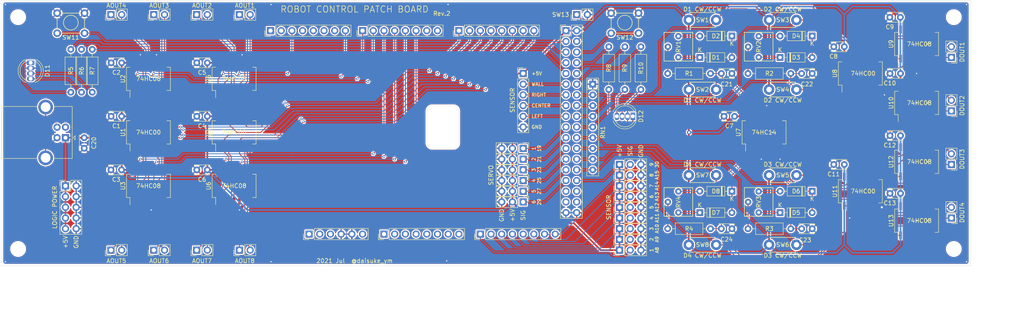
<source format=kicad_pcb>
(kicad_pcb (version 20171130) (host pcbnew "(5.1.6)-1")
  (layers (0 F.Cu signal) (31 B.Cu signal) (34 B.Paste user) (35 F.Paste user) (36 B.SilkS user) (37 F.SilkS user) (38 B.Mask user) (39 F.Mask user) (44 Edge.Cuts user))
  (net 0 "")
  (net 1 GND)
  (net 2 +5V)
  (net 3 "Net-(C21-Pad1)")
  (net 4 "Net-(C22-Pad1)")
  (net 5 "Net-(C23-Pad1)")
  (net 6 "Net-(C24-Pad1)")
  (net 7 "Net-(D1-Pad1)")
  (net 8 /OSC1)
  (net 9 "Net-(D2-Pad2)")
  (net 10 "Net-(D3-Pad1)")
  (net 11 /OSC2)
  (net 12 "Net-(D4-Pad2)")
  (net 13 "Net-(D5-Pad1)")
  (net 14 /OSC3)
  (net 15 "Net-(D6-Pad2)")
  (net 16 "Net-(D7-Pad1)")
  (net 17 /OSC4)
  (net 18 "Net-(D8-Pad2)")
  (net 19 /LED1R)
  (net 20 /LED1B)
  (net 21 /LED1G)
  (net 22 /LED2G)
  (net 23 /LED2B)
  (net 24 /LED2R)
  (net 25 "Net-(J1-Pad2)")
  (net 26 "Net-(J1-Pad3)")
  (net 27 "Net-(J1-Pad5)")
  (net 28 /PWM1IN)
  (net 29 "Net-(J3-Pad2)")
  (net 30 "Net-(J3-Pad4)")
  (net 31 "Net-(J3-Pad5)")
  (net 32 "Net-(J3-Pad6)")
  (net 33 "Net-(J3-Pad7)")
  (net 34 /PWM2IN)
  (net 35 "Net-(J4-Pad8)")
  (net 36 "Net-(J4-Pad7)")
  (net 37 /PWM8IN)
  (net 38 /PWM7IN)
  (net 39 /PWM6IN)
  (net 40 /PWM5IN)
  (net 41 /PWM4IN)
  (net 42 /PWM3IN)
  (net 43 /SEL8)
  (net 44 /SEL7)
  (net 45 /SEL6)
  (net 46 /SEL5)
  (net 47 /SEL4)
  (net 48 /SEL3)
  (net 49 /SEL2)
  (net 50 /SEL1)
  (net 51 /DIN1A)
  (net 52 /DIN1B)
  (net 53 /DIN2A)
  (net 54 /DIN2B)
  (net 55 /DIN3A)
  (net 56 /DIN3B)
  (net 57 /DIN4A)
  (net 58 /DIN4B)
  (net 59 /SW11)
  (net 60 /SW12)
  (net 61 /SENSOR01)
  (net 62 /SENSOR02)
  (net 63 /SENSOR03)
  (net 64 /SENSOR04)
  (net 65 /SENSOR05)
  (net 66 /SENSOR06)
  (net 67 /SENSOR07)
  (net 68 /SENSOR08)
  (net 69 /SENSOR09)
  (net 70 /WSENSOR)
  (net 71 /RSENSOR)
  (net 72 /CSENSOR)
  (net 73 /LSENSOR)
  (net 74 /SV1)
  (net 75 /SV2)
  (net 76 /SV3)
  (net 77 /SV4)
  (net 78 /SV5)
  (net 79 /SV6)
  (net 80 /AOUT1B)
  (net 81 /AOUT1A)
  (net 82 /AOUT2B)
  (net 83 /AOUT2A)
  (net 84 /AOUT3A)
  (net 85 /AOUT3B)
  (net 86 /AOUT4B)
  (net 87 /AOUT4A)
  (net 88 /AOUT5B)
  (net 89 /AOUT5A)
  (net 90 /AOUT6A)
  (net 91 /AOUT6B)
  (net 92 /AOUT7B)
  (net 93 /AOUT7A)
  (net 94 /AOUT8A)
  (net 95 /AOUT8B)
  (net 96 /DOUT1A)
  (net 97 /DOUT1B)
  (net 98 /DOUT2A)
  (net 99 /DOUT2B)
  (net 100 /DOUT3A)
  (net 101 /DOUT3B)
  (net 102 /DOUT4B)
  (net 103 /DOUT4A)
  (net 104 "Net-(R1-Pad1)")
  (net 105 "Net-(R2-Pad1)")
  (net 106 "Net-(R3-Pad1)")
  (net 107 "Net-(R4-Pad1)")
  (net 108 "Net-(U1-Pad11)")
  (net 109 "Net-(U1-Pad8)")
  (net 110 "Net-(U1-Pad6)")
  (net 111 "Net-(U1-Pad3)")
  (net 112 "Net-(U4-Pad3)")
  (net 113 "Net-(U4-Pad6)")
  (net 114 "Net-(U4-Pad8)")
  (net 115 "Net-(U4-Pad11)")
  (net 116 "Net-(U9-Pad3)")
  (net 117 "Net-(U9-Pad10)")
  (net 118 "Net-(U10-Pad10)")
  (net 119 "Net-(U10-Pad3)")
  (net 120 "Net-(U11-Pad3)")
  (net 121 "Net-(U11-Pad6)")
  (net 122 "Net-(U11-Pad8)")
  (net 123 "Net-(U11-Pad11)")
  (net 124 "Net-(U12-Pad3)")
  (net 125 "Net-(U12-Pad10)")
  (net 126 "Net-(U13-Pad10)")
  (net 127 "Net-(U13-Pad3)")
  (net 128 "Net-(D11-Pad1)")
  (net 129 "Net-(D11-Pad3)")
  (net 130 "Net-(D11-Pad4)")
  (net 131 "Net-(D12-Pad4)")
  (net 132 "Net-(D12-Pad3)")
  (net 133 "Net-(D12-Pad1)")
  (net 134 "Net-(J7-Pad1)")
  (net 135 "Net-(J7-Pad2)")
  (net 136 "Net-(J7-Pad3)")
  (net 137 "Net-(J7-Pad4)")
  (net 138 "Net-(J7-Pad5)")
  (net 139 "Net-(J7-Pad6)")
  (net 140 "Net-(J7-Pad7)")
  (net 141 "Net-(J7-Pad8)")
  (net 142 "Net-(J8-Pad1)")
  (net 143 "Net-(J8-Pad2)")
  (net 144 "Net-(J8-Pad3)")
  (net 145 "Net-(J8-Pad6)")
  (net 146 /SW13)
  (net 147 "Net-(J9-Pad31)")
  (net 148 "Net-(J9-Pad32)")
  (net 149 "Net-(J9-Pad33)")
  (net 150 "Net-(J9-Pad34)")
  (net 151 "Net-(U8-Pad11)")
  (net 152 "Net-(U8-Pad8)")
  (net 153 "Net-(U10-Pad2)")
  (net 154 "Net-(U10-Pad12)")
  (net 155 "Net-(U7-Pad4)")
  (net 156 "Net-(U7-Pad10)")
  (net 157 "Net-(J3-Pad1)")
  (module MountingHole:MountingHole_3.2mm_M3 (layer F.Cu) (at 256 101)
    (fp_text reference REF** hide)
    (fp_text value MountingHole_3.2mm_M3)
    (pad 1 np_thru_hole circle (at 0 0) (size 3.2 3.2) (drill 3.2) (layers *.Cu *.Mask))
  )
  (module MountingHole:MountingHole_3.2mm_M3 (layer F.Cu) (at 256 46)
    (fp_text reference REF** hide)
    (fp_text value MountingHole_3.2mm_M3)
    (pad 1 np_thru_hole circle (at 0 0) (size 3.2 3.2) (drill 3.2) (layers *.Cu *.Mask))
  )
  (module Resistor_THT:R_Axial_DIN0207_L6.3mm_D2.5mm_P10.16mm_Horizontal (layer F.Cu) (at 207.16 59.36)
    (fp_text reference R2 (at 5.08 0) (layer F.SilkS))
    (fp_text value 330)
    (pad 1 thru_hole circle (at 0 0) (size 1.6 1.6) (drill 0.8) (layers *.Cu *.Mask) (net 105 "Net-(R2-Pad1)"))
    (pad 2 thru_hole oval (at 10.16 0) (size 1.6 1.6) (drill 0.8) (layers *.Cu *.Mask) (net 4 "Net-(C22-Pad1)"))
  )
  (module Package_SO:SO-14_5.3x10.2mm_P1.27mm (layer F.Cu) (at 247.165 52.375 90)
    (fp_text reference U9 (at 0 -6.05 90) (layer F.SilkS))
    (fp_text value 74HC08 (at 0 0.635 180) (layer F.SilkS))
    (pad 1 smd roundrect (at -3.4625 -3.81 90) (size 1.975 0.6) (layers F.Cu F.Paste F.Mask) (net 151 "Net-(U8-Pad11)"))
    (pad 2 smd roundrect (at -3.4625 -2.54 90) (size 1.975 0.6) (layers F.Cu F.Paste F.Mask) (net 52 /DIN1B))
    (pad 3 smd roundrect (at -3.4625 -1.27 90) (size 1.975 0.6) (layers F.Cu F.Paste F.Mask) (net 116 "Net-(U9-Pad3)"))
    (pad 4 smd roundrect (at -3.4625 0 90) (size 1.975 0.6) (layers F.Cu F.Paste F.Mask) (net 116 "Net-(U9-Pad3)"))
    (pad 5 smd roundrect (at -3.4625 1.27 90) (size 1.975 0.6) (layers F.Cu F.Paste F.Mask) (net 8 /OSC1))
    (pad 6 smd roundrect (at -3.4625 2.54 90) (size 1.975 0.6) (layers F.Cu F.Paste F.Mask) (net 96 /DOUT1A))
    (pad 7 smd roundrect (at -3.4625 3.81 90) (size 1.975 0.6) (layers F.Cu F.Paste F.Mask) (net 1 GND))
    (pad 8 smd roundrect (at 3.4625 3.81 90) (size 1.975 0.6) (layers F.Cu F.Paste F.Mask) (net 97 /DOUT1B))
    (pad 9 smd roundrect (at 3.4625 2.54 90) (size 1.975 0.6) (layers F.Cu F.Paste F.Mask) (net 8 /OSC1))
    (pad 10 smd roundrect (at 3.4625 1.27 90) (size 1.975 0.6) (layers F.Cu F.Paste F.Mask) (net 117 "Net-(U9-Pad10)"))
    (pad 11 smd roundrect (at 3.4625 0 90) (size 1.975 0.6) (layers F.Cu F.Paste F.Mask) (net 117 "Net-(U9-Pad10)"))
    (pad 12 smd roundrect (at 3.4625 -1.27 90) (size 1.975 0.6) (layers F.Cu F.Paste F.Mask) (net 152 "Net-(U8-Pad8)"))
    (pad 13 smd roundrect (at 3.4625 -2.54 90) (size 1.975 0.6) (layers F.Cu F.Paste F.Mask) (net 51 /DIN1A))
    (pad 14 smd roundrect (at 3.4625 -3.81 90) (size 1.975 0.6) (layers F.Cu F.Paste F.Mask) (net 2 +5V))
  )
  (module MountingHole:MountingHole_3.2mm_M3 (layer F.Cu) (at 34 101)
    (fp_text reference REF** hide)
    (fp_text value MountingHole_3.2mm_M3)
    (pad 1 np_thru_hole circle (at 0 0) (size 3.2 3.2) (drill 3.2) (layers *.Cu *.Mask))
  )
  (module MountingHole:MountingHole_3.2mm_M3 (layer F.Cu) (at 34 46)
    (fp_text reference REF** hide)
    (fp_text value MountingHole_3.2mm_M3)
    (pad 1 np_thru_hole circle (at 0 0) (size 3.2 3.2) (drill 3.2) (layers *.Cu *.Mask))
  )
  (module MyLib:DTS-6-V-2 (layer F.Cu) (at 46.505 47.295 180)
    (fp_text reference SW11 (at 0 -3.5) (layer F.SilkS))
    (fp_text value SW_DPST)
    (pad 4 thru_hole circle (at 3.25 2.25 180) (size 1.8 1.8) (drill 1) (layers *.Cu *.Mask) (net 1 GND))
    (pad 2 thru_hole circle (at -3.25 2.25 180) (size 1.8 1.8) (drill 1) (layers *.Cu *.Mask) (net 1 GND))
    (pad 3 thru_hole circle (at 3.25 -2.5 180) (size 1.8 1.8) (drill 1) (layers *.Cu *.Mask) (net 59 /SW11))
    (pad 1 thru_hole circle (at -3.25 -2.5 180) (size 1.8 1.8) (drill 1) (layers *.Cu *.Mask) (net 59 /SW11))
  )
  (module MyLib:DTS-6-V-2 (layer F.Cu) (at 177.95 47.295 180)
    (fp_text reference SW12 (at 0 -3.5) (layer F.SilkS))
    (fp_text value SW_DPST)
    (pad 4 thru_hole circle (at 3.25 2.25 180) (size 1.8 1.8) (drill 1) (layers *.Cu *.Mask) (net 1 GND))
    (pad 2 thru_hole circle (at -3.25 2.25 180) (size 1.8 1.8) (drill 1) (layers *.Cu *.Mask) (net 1 GND))
    (pad 3 thru_hole circle (at 3.25 -2.5 180) (size 1.8 1.8) (drill 1) (layers *.Cu *.Mask) (net 60 /SW12))
    (pad 1 thru_hole circle (at -3.25 -2.5 180) (size 1.8 1.8) (drill 1) (layers *.Cu *.Mask) (net 60 /SW12))
  )
  (module Capacitor_THT:C_Disc_D3.4mm_W2.1mm_P2.50mm (layer F.Cu) (at 58.57 69.52 180)
    (fp_text reference C1 (at 1.25 -2.3) (layer F.SilkS))
    (fp_text value 0.1u)
    (pad 2 thru_hole circle (at 2.5 0 180) (size 1.6 1.6) (drill 0.8) (layers *.Cu *.Mask) (net 1 GND))
    (pad 1 thru_hole circle (at 0 0 180) (size 1.6 1.6) (drill 0.8) (layers *.Cu *.Mask) (net 2 +5V))
  )
  (module Capacitor_THT:C_Disc_D3.4mm_W2.1mm_P2.50mm (layer F.Cu) (at 58.57 56.82 180)
    (fp_text reference C2 (at 1.25 -2.3) (layer F.SilkS))
    (fp_text value 0.1u)
    (pad 1 thru_hole circle (at 0 0 180) (size 1.6 1.6) (drill 0.8) (layers *.Cu *.Mask) (net 2 +5V))
    (pad 2 thru_hole circle (at 2.5 0 180) (size 1.6 1.6) (drill 0.8) (layers *.Cu *.Mask) (net 1 GND))
  )
  (module Capacitor_THT:C_Disc_D3.4mm_W2.1mm_P2.50mm (layer F.Cu) (at 58.53 82.22 180)
    (fp_text reference C3 (at 1.25 -2.3) (layer F.SilkS))
    (fp_text value 0.1u)
    (pad 2 thru_hole circle (at 2.5 0 180) (size 1.6 1.6) (drill 0.8) (layers *.Cu *.Mask) (net 1 GND))
    (pad 1 thru_hole circle (at 0 0 180) (size 1.6 1.6) (drill 0.8) (layers *.Cu *.Mask) (net 2 +5V))
  )
  (module Capacitor_THT:C_Disc_D3.4mm_W2.1mm_P2.50mm (layer F.Cu) (at 78.89 69.52 180)
    (fp_text reference C4 (at 1.25 -2.3) (layer F.SilkS))
    (fp_text value 0.1u)
    (pad 1 thru_hole circle (at 0 0 180) (size 1.6 1.6) (drill 0.8) (layers *.Cu *.Mask) (net 2 +5V))
    (pad 2 thru_hole circle (at 2.5 0 180) (size 1.6 1.6) (drill 0.8) (layers *.Cu *.Mask) (net 1 GND))
  )
  (module Capacitor_THT:C_Disc_D3.4mm_W2.1mm_P2.50mm (layer F.Cu) (at 78.89 56.82 180)
    (fp_text reference C5 (at 1.25 -2.3) (layer F.SilkS))
    (fp_text value 0.1u)
    (pad 1 thru_hole circle (at 0 0 180) (size 1.6 1.6) (drill 0.8) (layers *.Cu *.Mask) (net 2 +5V))
    (pad 2 thru_hole circle (at 2.5 0 180) (size 1.6 1.6) (drill 0.8) (layers *.Cu *.Mask) (net 1 GND))
  )
  (module Capacitor_THT:C_Disc_D3.4mm_W2.1mm_P2.50mm (layer F.Cu) (at 78.89 82.22 180)
    (fp_text reference C6 (at 1.25 -2.3) (layer F.SilkS))
    (fp_text value 0.1u)
    (pad 1 thru_hole circle (at 0 0 180) (size 1.6 1.6) (drill 0.8) (layers *.Cu *.Mask) (net 2 +5V))
    (pad 2 thru_hole circle (at 2.5 0 180) (size 1.6 1.6) (drill 0.8) (layers *.Cu *.Mask) (net 1 GND))
  )
  (module Capacitor_THT:C_Disc_D3.4mm_W2.1mm_P2.50mm (layer F.Cu) (at 203.985 69.52 180)
    (fp_text reference C7 (at 1.25 -2.3) (layer F.SilkS))
    (fp_text value 0.1u)
    (pad 2 thru_hole circle (at 2.5 0 180) (size 1.6 1.6) (drill 0.8) (layers *.Cu *.Mask) (net 1 GND))
    (pad 1 thru_hole circle (at 0 0 180) (size 1.6 1.6) (drill 0.8) (layers *.Cu *.Mask) (net 2 +5V))
  )
  (module Capacitor_THT:C_Disc_D3.4mm_W2.1mm_P2.50mm (layer F.Cu) (at 230.02 53.01 180)
    (fp_text reference C8 (at 2.54 -2.3) (layer F.SilkS))
    (fp_text value 0.1u)
    (pad 2 thru_hole circle (at 2.5 0 180) (size 1.6 1.6) (drill 0.8) (layers *.Cu *.Mask) (net 1 GND))
    (pad 1 thru_hole circle (at 0 0 180) (size 1.6 1.6) (drill 0.8) (layers *.Cu *.Mask) (net 2 +5V))
  )
  (module Capacitor_THT:C_Disc_D3.4mm_W2.1mm_P2.50mm (layer F.Cu) (at 243.355 59.36 180)
    (fp_text reference C10 (at 2.54 -2.3) (layer F.SilkS))
    (fp_text value 0.1u)
    (pad 2 thru_hole circle (at 2.5 0 180) (size 1.6 1.6) (drill 0.8) (layers *.Cu *.Mask) (net 1 GND))
    (pad 1 thru_hole circle (at 0 0 180) (size 1.6 1.6) (drill 0.8) (layers *.Cu *.Mask) (net 2 +5V))
  )
  (module Capacitor_THT:C_Disc_D3.4mm_W2.1mm_P2.50mm (layer F.Cu) (at 230.02 80.95 180)
    (fp_text reference C11 (at 2.54 -2.3) (layer F.SilkS))
    (fp_text value 0.1u)
    (pad 1 thru_hole circle (at 0 0 180) (size 1.6 1.6) (drill 0.8) (layers *.Cu *.Mask) (net 2 +5V))
    (pad 2 thru_hole circle (at 2.5 0 180) (size 1.6 1.6) (drill 0.8) (layers *.Cu *.Mask) (net 1 GND))
  )
  (module Capacitor_THT:C_Disc_D3.4mm_W2.1mm_P2.50mm (layer F.Cu) (at 243.355 74.092 180)
    (fp_text reference C12 (at 2.54 -2.3) (layer F.SilkS))
    (fp_text value 0.1u)
    (pad 2 thru_hole circle (at 2.5 0 180) (size 1.6 1.6) (drill 0.8) (layers *.Cu *.Mask) (net 1 GND))
    (pad 1 thru_hole circle (at 0 0 180) (size 1.6 1.6) (drill 0.8) (layers *.Cu *.Mask) (net 2 +5V))
  )
  (module Capacitor_THT:C_Disc_D3.4mm_W2.1mm_P2.50mm (layer F.Cu) (at 243.355 87.808 180)
    (fp_text reference C13 (at 2.54 -2.3) (layer F.SilkS))
    (fp_text value 0.1u)
    (pad 1 thru_hole circle (at 0 0 180) (size 1.6 1.6) (drill 0.8) (layers *.Cu *.Mask) (net 2 +5V))
    (pad 2 thru_hole circle (at 2.5 0 180) (size 1.6 1.6) (drill 0.8) (layers *.Cu *.Mask) (net 1 GND))
  )
  (module Capacitor_THT:C_Disc_D3.4mm_W2.1mm_P2.50mm (layer F.Cu) (at 49.68 74.6 270)
    (fp_text reference C20 (at 1.25 -2.3 90) (layer F.SilkS))
    (fp_text value 0.1u)
    (pad 2 thru_hole circle (at 2.5 0 270) (size 1.6 1.6) (drill 0.8) (layers *.Cu *.Mask) (net 1 GND))
    (pad 1 thru_hole circle (at 0 0 270) (size 1.6 1.6) (drill 0.8) (layers *.Cu *.Mask) (net 2 +5V))
  )
  (module Capacitor_THT:C_Disc_D3.4mm_W2.1mm_P2.50mm (layer F.Cu) (at 200.85 59.36)
    (fp_text reference C21 (at 1.25 2.54) (layer F.SilkS))
    (fp_text value 1u)
    (pad 2 thru_hole circle (at 2.5 0) (size 1.6 1.6) (drill 0.8) (layers *.Cu *.Mask) (net 1 GND))
    (pad 1 thru_hole circle (at 0 0) (size 1.6 1.6) (drill 0.8) (layers *.Cu *.Mask) (net 3 "Net-(C21-Pad1)"))
  )
  (module Capacitor_THT:C_Disc_D3.4mm_W2.1mm_P2.50mm (layer F.Cu) (at 219.9 59.36)
    (fp_text reference C22 (at 1.25 2.54) (layer F.SilkS))
    (fp_text value 1u)
    (pad 1 thru_hole circle (at 0 0) (size 1.6 1.6) (drill 0.8) (layers *.Cu *.Mask) (net 4 "Net-(C22-Pad1)"))
    (pad 2 thru_hole circle (at 2.5 0) (size 1.6 1.6) (drill 0.8) (layers *.Cu *.Mask) (net 1 GND))
  )
  (module Capacitor_THT:C_Disc_D3.4mm_W2.1mm_P2.50mm (layer F.Cu) (at 219.9 96.19)
    (fp_text reference C23 (at 0.81 2.69) (layer F.SilkS))
    (fp_text value 1u)
    (pad 2 thru_hole circle (at 2.5 0) (size 1.6 1.6) (drill 0.8) (layers *.Cu *.Mask) (net 1 GND))
    (pad 1 thru_hole circle (at 0 0) (size 1.6 1.6) (drill 0.8) (layers *.Cu *.Mask) (net 5 "Net-(C23-Pad1)"))
  )
  (module Capacitor_THT:C_Disc_D3.4mm_W2.1mm_P2.50mm (layer F.Cu) (at 200.85 96.19)
    (fp_text reference C24 (at 1.25 2.54) (layer F.SilkS))
    (fp_text value 1u)
    (pad 1 thru_hole circle (at 0 0) (size 1.6 1.6) (drill 0.8) (layers *.Cu *.Mask) (net 6 "Net-(C24-Pad1)"))
    (pad 2 thru_hole circle (at 2.5 0) (size 1.6 1.6) (drill 0.8) (layers *.Cu *.Mask) (net 1 GND))
  )
  (module Diode_THT:D_DO-35_SOD27_P7.62mm_Horizontal (layer F.Cu) (at 195.73 55.55)
    (fp_text reference D1 (at 3.81 0) (layer F.SilkS))
    (fp_text value 1N4148)
    (fp_text user K (at 0 -1.8) (layer F.SilkS))
    (pad 1 thru_hole rect (at 0 0) (size 1.6 1.6) (drill 0.8) (layers *.Cu *.Mask) (net 7 "Net-(D1-Pad1)"))
    (pad 2 thru_hole oval (at 7.62 0) (size 1.6 1.6) (drill 0.8) (layers *.Cu *.Mask) (net 8 /OSC1))
  )
  (module Diode_THT:D_DO-35_SOD27_P7.62mm_Horizontal (layer F.Cu) (at 203.35 50.47 180)
    (fp_text reference D2 (at 3.81 0) (layer F.SilkS))
    (fp_text value 1N4148)
    (fp_text user K (at 0 -1.8) (layer F.SilkS))
    (pad 2 thru_hole oval (at 7.62 0 180) (size 1.6 1.6) (drill 0.8) (layers *.Cu *.Mask) (net 9 "Net-(D2-Pad2)"))
    (pad 1 thru_hole rect (at 0 0 180) (size 1.6 1.6) (drill 0.8) (layers *.Cu *.Mask) (net 8 /OSC1))
  )
  (module Diode_THT:D_DO-35_SOD27_P7.62mm_Horizontal (layer F.Cu) (at 214.78 55.55)
    (fp_text reference D3 (at 3.81 0) (layer F.SilkS))
    (fp_text value 1N4148)
    (fp_text user K (at 0 -1.8) (layer F.SilkS))
    (pad 1 thru_hole rect (at 0 0) (size 1.6 1.6) (drill 0.8) (layers *.Cu *.Mask) (net 10 "Net-(D3-Pad1)"))
    (pad 2 thru_hole oval (at 7.62 0) (size 1.6 1.6) (drill 0.8) (layers *.Cu *.Mask) (net 11 /OSC2))
  )
  (module Diode_THT:D_DO-35_SOD27_P7.62mm_Horizontal (layer F.Cu) (at 222.4 50.47 180)
    (fp_text reference D4 (at 3.81 0) (layer F.SilkS))
    (fp_text value 1N4148)
    (fp_text user K (at 0 -1.8) (layer F.SilkS))
    (pad 2 thru_hole oval (at 7.62 0 180) (size 1.6 1.6) (drill 0.8) (layers *.Cu *.Mask) (net 12 "Net-(D4-Pad2)"))
    (pad 1 thru_hole rect (at 0 0 180) (size 1.6 1.6) (drill 0.8) (layers *.Cu *.Mask) (net 11 /OSC2))
  )
  (module Diode_THT:D_DO-35_SOD27_P7.62mm_Horizontal (layer F.Cu) (at 214.78 92.38)
    (fp_text reference D5 (at 3.81 0) (layer F.SilkS))
    (fp_text value 1N4148)
    (fp_text user K (at 0 -1.8) (layer F.SilkS))
    (pad 1 thru_hole rect (at 0 0) (size 1.6 1.6) (drill 0.8) (layers *.Cu *.Mask) (net 13 "Net-(D5-Pad1)"))
    (pad 2 thru_hole oval (at 7.62 0) (size 1.6 1.6) (drill 0.8) (layers *.Cu *.Mask) (net 14 /OSC3))
  )
  (module Diode_THT:D_DO-35_SOD27_P7.62mm_Horizontal (layer F.Cu) (at 222.4 87.3 180)
    (fp_text reference D6 (at 3.81 0) (layer F.SilkS))
    (fp_text value 1N4148)
    (fp_text user K (at 0 -1.8) (layer F.SilkS))
    (pad 2 thru_hole oval (at 7.62 0 180) (size 1.6 1.6) (drill 0.8) (layers *.Cu *.Mask) (net 15 "Net-(D6-Pad2)"))
    (pad 1 thru_hole rect (at 0 0 180) (size 1.6 1.6) (drill 0.8) (layers *.Cu *.Mask) (net 14 /OSC3))
  )
  (module Diode_THT:D_DO-35_SOD27_P7.62mm_Horizontal (layer F.Cu) (at 195.73 92.38)
    (fp_text reference D7 (at 3.81 0) (layer F.SilkS))
    (fp_text value 1N4148)
    (fp_text user K (at 0 -1.8) (layer F.SilkS))
    (pad 1 thru_hole rect (at 0 0) (size 1.6 1.6) (drill 0.8) (layers *.Cu *.Mask) (net 16 "Net-(D7-Pad1)"))
    (pad 2 thru_hole oval (at 7.62 0) (size 1.6 1.6) (drill 0.8) (layers *.Cu *.Mask) (net 17 /OSC4))
  )
  (module Diode_THT:D_DO-35_SOD27_P7.62mm_Horizontal (layer F.Cu) (at 203.35 87.3 180)
    (fp_text reference D8 (at 3.81 0) (layer F.SilkS))
    (fp_text value 1N4148)
    (fp_text user K (at 0 -1.8) (layer F.SilkS))
    (pad 2 thru_hole oval (at 7.62 0 180) (size 1.6 1.6) (drill 0.8) (layers *.Cu *.Mask) (net 18 "Net-(D8-Pad2)"))
    (pad 1 thru_hole rect (at 0 0 180) (size 1.6 1.6) (drill 0.8) (layers *.Cu *.Mask) (net 17 /OSC4))
  )
  (module LED_THT:LED_D5.0mm-4_RGB (layer F.Cu) (at 36.98 56.82 270)
    (fp_text reference D11 (at 1.905 -3.96 90) (layer F.SilkS))
    (fp_text value LED_RCBG)
    (pad 1 thru_hole rect (at 0 0 270) (size 1.07 1.8) (drill 0.9) (layers *.Cu *.Mask) (net 128 "Net-(D11-Pad1)"))
    (pad 2 thru_hole oval (at 1.27 0 270) (size 1.07 1.8) (drill 0.9) (layers *.Cu *.Mask) (net 1 GND))
    (pad 3 thru_hole oval (at 2.54 0 270) (size 1.07 1.8) (drill 0.9) (layers *.Cu *.Mask) (net 129 "Net-(D11-Pad3)"))
    (pad 4 thru_hole oval (at 3.81 0 270) (size 1.07 1.8) (drill 0.9) (layers *.Cu *.Mask) (net 130 "Net-(D11-Pad4)"))
  )
  (module LED_THT:LED_D5.0mm-4_RGB (layer F.Cu) (at 179.855 69.52 180)
    (fp_text reference D12 (at -1.905 0 90) (layer F.SilkS))
    (fp_text value LED_RCBG)
    (pad 4 thru_hole oval (at 3.81 0 180) (size 1.07 1.8) (drill 0.9) (layers *.Cu *.Mask) (net 131 "Net-(D12-Pad4)"))
    (pad 3 thru_hole oval (at 2.54 0 180) (size 1.07 1.8) (drill 0.9) (layers *.Cu *.Mask) (net 132 "Net-(D12-Pad3)"))
    (pad 2 thru_hole oval (at 1.27 0 180) (size 1.07 1.8) (drill 0.9) (layers *.Cu *.Mask) (net 1 GND))
    (pad 1 thru_hole rect (at 0 0 180) (size 1.07 1.8) (drill 0.9) (layers *.Cu *.Mask) (net 133 "Net-(D12-Pad1)"))
  )
  (module Connector_USB:USB_B_OST_USB-B1HSxx_Horizontal (layer F.Cu) (at 45.235 74.6 180)
    (fp_text reference J1 hide)
    (fp_text value USB_B)
    (pad 1 thru_hole rect (at 0 0 180) (size 1.7 1.7) (drill 0.92) (layers *.Cu *.Mask) (net 2 +5V))
    (pad 2 thru_hole circle (at 0 2.5 180) (size 1.7 1.7) (drill 0.92) (layers *.Cu *.Mask) (net 25 "Net-(J1-Pad2)"))
    (pad 3 thru_hole circle (at 2 2.5 180) (size 1.7 1.7) (drill 0.92) (layers *.Cu *.Mask) (net 26 "Net-(J1-Pad3)"))
    (pad 4 thru_hole circle (at 2 0 180) (size 1.7 1.7) (drill 0.92) (layers *.Cu *.Mask) (net 1 GND))
    (pad 5 thru_hole circle (at 4.71 -4.77 180) (size 3.5 3.5) (drill 2.33) (layers *.Cu *.Mask) (net 27 "Net-(J1-Pad5)"))
    (pad 5 thru_hole circle (at 4.71 7.27 180) (size 3.5 3.5) (drill 2.33) (layers *.Cu *.Mask) (net 27 "Net-(J1-Pad5)"))
  )
  (module Connector_PinHeader_2.54mm:PinHeader_1x08_P2.54mm_Vertical (layer F.Cu) (at 93.876 49.2 90)
    (fp_text reference J3 hide)
    (fp_text value MEGA_13-8)
    (pad 1 thru_hole rect (at 0 0 90) (size 1.7 1.7) (drill 1) (layers *.Cu *.Mask) (net 157 "Net-(J3-Pad1)"))
    (pad 2 thru_hole oval (at 0 2.54 90) (size 1.7 1.7) (drill 1) (layers *.Cu *.Mask) (net 29 "Net-(J3-Pad2)"))
    (pad 3 thru_hole oval (at 0 5.08 90) (size 1.7 1.7) (drill 1) (layers *.Cu *.Mask) (net 28 /PWM1IN))
    (pad 4 thru_hole oval (at 0 7.62 90) (size 1.7 1.7) (drill 1) (layers *.Cu *.Mask) (net 30 "Net-(J3-Pad4)"))
    (pad 5 thru_hole oval (at 0 10.16 90) (size 1.7 1.7) (drill 1) (layers *.Cu *.Mask) (net 31 "Net-(J3-Pad5)"))
    (pad 6 thru_hole oval (at 0 12.7 90) (size 1.7 1.7) (drill 1) (layers *.Cu *.Mask) (net 32 "Net-(J3-Pad6)"))
    (pad 7 thru_hole oval (at 0 15.24 90) (size 1.7 1.7) (drill 1) (layers *.Cu *.Mask) (net 33 "Net-(J3-Pad7)"))
    (pad 8 thru_hole oval (at 0 17.78 90) (size 1.7 1.7) (drill 1) (layers *.Cu *.Mask) (net 34 /PWM2IN))
  )
  (module Connector_PinHeader_2.54mm:PinHeader_1x08_P2.54mm_Vertical (layer F.Cu) (at 115.72 49.2 90)
    (fp_text reference J4 hide)
    (fp_text value MEGA_7-0)
    (pad 8 thru_hole oval (at 0 17.78 90) (size 1.7 1.7) (drill 1) (layers *.Cu *.Mask) (net 35 "Net-(J4-Pad8)"))
    (pad 7 thru_hole oval (at 0 15.24 90) (size 1.7 1.7) (drill 1) (layers *.Cu *.Mask) (net 36 "Net-(J4-Pad7)"))
    (pad 6 thru_hole oval (at 0 12.7 90) (size 1.7 1.7) (drill 1) (layers *.Cu *.Mask) (net 37 /PWM8IN))
    (pad 5 thru_hole oval (at 0 10.16 90) (size 1.7 1.7) (drill 1) (layers *.Cu *.Mask) (net 38 /PWM7IN))
    (pad 4 thru_hole oval (at 0 7.62 90) (size 1.7 1.7) (drill 1) (layers *.Cu *.Mask) (net 39 /PWM6IN))
    (pad 3 thru_hole oval (at 0 5.08 90) (size 1.7 1.7) (drill 1) (layers *.Cu *.Mask) (net 40 /PWM5IN))
    (pad 2 thru_hole oval (at 0 2.54 90) (size 1.7 1.7) (drill 1) (layers *.Cu *.Mask) (net 41 /PWM4IN))
    (pad 1 thru_hole rect (at 0 0 90) (size 1.7 1.7) (drill 1) (layers *.Cu *.Mask) (net 42 /PWM3IN))
  )
  (module Connector_PinHeader_2.54mm:PinHeader_1x08_P2.54mm_Vertical (layer F.Cu) (at 138.58 49.2 90)
    (fp_text reference J5 hide)
    (fp_text value MEGA_14-21)
    (pad 8 thru_hole oval (at 0 17.78 90) (size 1.7 1.7) (drill 1) (layers *.Cu *.Mask) (net 43 /SEL8))
    (pad 7 thru_hole oval (at 0 15.24 90) (size 1.7 1.7) (drill 1) (layers *.Cu *.Mask) (net 44 /SEL7))
    (pad 6 thru_hole oval (at 0 12.7 90) (size 1.7 1.7) (drill 1) (layers *.Cu *.Mask) (net 45 /SEL6))
    (pad 5 thru_hole oval (at 0 10.16 90) (size 1.7 1.7) (drill 1) (layers *.Cu *.Mask) (net 46 /SEL5))
    (pad 4 thru_hole oval (at 0 7.62 90) (size 1.7 1.7) (drill 1) (layers *.Cu *.Mask) (net 47 /SEL4))
    (pad 3 thru_hole oval (at 0 5.08 90) (size 1.7 1.7) (drill 1) (layers *.Cu *.Mask) (net 48 /SEL3))
    (pad 2 thru_hole oval (at 0 2.54 90) (size 1.7 1.7) (drill 1) (layers *.Cu *.Mask) (net 49 /SEL2))
    (pad 1 thru_hole rect (at 0 0 90) (size 1.7 1.7) (drill 1) (layers *.Cu *.Mask) (net 50 /SEL1))
  )
  (module Connector_PinHeader_2.54mm:PinHeader_1x08_P2.54mm_Vertical (layer F.Cu) (at 143.66 97.46 90)
    (fp_text reference J6 hide)
    (fp_text value MEGA_A8-A15)
    (pad 1 thru_hole rect (at 0 0 90) (size 1.7 1.7) (drill 1) (layers *.Cu *.Mask) (net 61 /SENSOR01))
    (pad 2 thru_hole oval (at 0 2.54 90) (size 1.7 1.7) (drill 1) (layers *.Cu *.Mask) (net 62 /SENSOR02))
    (pad 3 thru_hole oval (at 0 5.08 90) (size 1.7 1.7) (drill 1) (layers *.Cu *.Mask) (net 63 /SENSOR03))
    (pad 4 thru_hole oval (at 0 7.62 90) (size 1.7 1.7) (drill 1) (layers *.Cu *.Mask) (net 64 /SENSOR04))
    (pad 5 thru_hole oval (at 0 10.16 90) (size 1.7 1.7) (drill 1) (layers *.Cu *.Mask) (net 65 /SENSOR05))
    (pad 6 thru_hole oval (at 0 12.7 90) (size 1.7 1.7) (drill 1) (layers *.Cu *.Mask) (net 66 /SENSOR06))
    (pad 7 thru_hole oval (at 0 15.24 90) (size 1.7 1.7) (drill 1) (layers *.Cu *.Mask) (net 67 /SENSOR07))
    (pad 8 thru_hole oval (at 0 17.78 90) (size 1.7 1.7) (drill 1) (layers *.Cu *.Mask) (net 68 /SENSOR08))
  )
  (module Connector_PinHeader_2.54mm:PinHeader_2x18_P2.54mm_Vertical (layer F.Cu) (at 163.98 49.2)
    (fp_text reference J9 hide)
    (fp_text value MEGA_22-53)
    (pad 1 thru_hole rect (at 0 0) (size 1.7 1.7) (drill 1) (layers *.Cu *.Mask) (net 2 +5V))
    (pad 2 thru_hole oval (at 2.54 0) (size 1.7 1.7) (drill 1) (layers *.Cu *.Mask) (net 2 +5V))
    (pad 3 thru_hole oval (at 0 2.54) (size 1.7 1.7) (drill 1) (layers *.Cu *.Mask) (net 59 /SW11))
    (pad 4 thru_hole oval (at 2.54 2.54) (size 1.7 1.7) (drill 1) (layers *.Cu *.Mask) (net 146 /SW13))
    (pad 5 thru_hole oval (at 0 5.08) (size 1.7 1.7) (drill 1) (layers *.Cu *.Mask) (net 19 /LED1R))
    (pad 6 thru_hole oval (at 2.54 5.08) (size 1.7 1.7) (drill 1) (layers *.Cu *.Mask) (net 60 /SW12))
    (pad 7 thru_hole oval (at 0 7.62) (size 1.7 1.7) (drill 1) (layers *.Cu *.Mask) (net 21 /LED1G))
    (pad 8 thru_hole oval (at 2.54 7.62) (size 1.7 1.7) (drill 1) (layers *.Cu *.Mask) (net 24 /LED2R))
    (pad 9 thru_hole oval (at 0 10.16) (size 1.7 1.7) (drill 1) (layers *.Cu *.Mask) (net 20 /LED1B))
    (pad 10 thru_hole oval (at 2.54 10.16) (size 1.7 1.7) (drill 1) (layers *.Cu *.Mask) (net 22 /LED2G))
    (pad 11 thru_hole oval (at 0 12.7) (size 1.7 1.7) (drill 1) (layers *.Cu *.Mask) (net 70 /WSENSOR))
    (pad 12 thru_hole oval (at 2.54 12.7) (size 1.7 1.7) (drill 1) (layers *.Cu *.Mask) (net 23 /LED2B))
    (pad 13 thru_hole oval (at 0 15.24) (size 1.7 1.7) (drill 1) (layers *.Cu *.Mask) (net 71 /RSENSOR))
    (pad 14 thru_hole oval (at 2.54 15.24) (size 1.7 1.7) (drill 1) (layers *.Cu *.Mask) (net 51 /DIN1A))
    (pad 15 thru_hole oval (at 0 17.78) (size 1.7 1.7) (drill 1) (layers *.Cu *.Mask) (net 72 /CSENSOR))
    (pad 16 thru_hole oval (at 2.54 17.78) (size 1.7 1.7) (drill 1) (layers *.Cu *.Mask) (net 52 /DIN1B))
    (pad 17 thru_hole oval (at 0 20.32) (size 1.7 1.7) (drill 1) (layers *.Cu *.Mask) (net 73 /LSENSOR))
    (pad 18 thru_hole oval (at 2.54 20.32) (size 1.7 1.7) (drill 1) (layers *.Cu *.Mask) (net 53 /DIN2A))
    (pad 19 thru_hole oval (at 0 22.86) (size 1.7 1.7) (drill 1) (layers *.Cu *.Mask) (net 74 /SV1))
    (pad 20 thru_hole oval (at 2.54 22.86) (size 1.7 1.7) (drill 1) (layers *.Cu *.Mask) (net 54 /DIN2B))
    (pad 21 thru_hole oval (at 0 25.4) (size 1.7 1.7) (drill 1) (layers *.Cu *.Mask) (net 75 /SV2))
    (pad 22 thru_hole oval (at 2.54 25.4) (size 1.7 1.7) (drill 1) (layers *.Cu *.Mask) (net 55 /DIN3A))
    (pad 23 thru_hole oval (at 0 27.94) (size 1.7 1.7) (drill 1) (layers *.Cu *.Mask) (net 76 /SV3))
    (pad 24 thru_hole oval (at 2.54 27.94) (size 1.7 1.7) (drill 1) (layers *.Cu *.Mask) (net 56 /DIN3B))
    (pad 25 thru_hole oval (at 0 30.48) (size 1.7 1.7) (drill 1) (layers *.Cu *.Mask) (net 77 /SV4))
    (pad 26 thru_hole oval (at 2.54 30.48) (size 1.7 1.7) (drill 1) (layers *.Cu *.Mask) (net 57 /DIN4A))
    (pad 27 thru_hole oval (at 0 33.02) (size 1.7 1.7) (drill 1) (layers *.Cu *.Mask) (net 78 /SV5))
    (pad 28 thru_hole oval (at 2.54 33.02) (size 1.7 1.7) (drill 1) (layers *.Cu *.Mask) (net 58 /DIN4B))
    (pad 29 thru_hole oval (at 0 35.56) (size 1.7 1.7) (drill 1) (layers *.Cu *.Mask) (net 79 /SV6))
    (pad 30 thru_hole oval (at 2.54 35.56) (size 1.7 1.7) (drill 1) (layers *.Cu *.Mask) (net 69 /SENSOR09))
    (pad 31 thru_hole oval (at 0 38.1) (size 1.7 1.7) (drill 1) (layers *.Cu *.Mask) (net 147 "Net-(J9-Pad31)"))
    (pad 32 thru_hole oval (at 2.54 38.1) (size 1.7 1.7) (drill 1) (layers *.Cu *.Mask) (net 148 "Net-(J9-Pad32)"))
    (pad 33 thru_hole oval (at 0 40.64) (size 1.7 1.7) (drill 1) (layers *.Cu *.Mask) (net 149 "Net-(J9-Pad33)"))
    (pad 34 thru_hole oval (at 2.54 40.64) (size 1.7 1.7) (drill 1) (layers *.Cu *.Mask) (net 150 "Net-(J9-Pad34)"))
    (pad 35 thru_hole oval (at 0 43.18) (size 1.7 1.7) (drill 1) (layers *.Cu *.Mask) (net 1 GND))
    (pad 36 thru_hole oval (at 2.54 43.18) (size 1.7 1.7) (drill 1) (layers *.Cu *.Mask) (net 1 GND))
  )
  (module Connector_PinHeader_2.54mm:PinHeader_1x02_P2.54mm_Vertical (layer F.Cu) (at 166.52 45.39 90)
    (fp_text reference SW13 (at 0 -3.81 180) (layer F.SilkS))
    (fp_text value Conn_01x02)
    (pad 1 thru_hole rect (at 0 0 90) (size 1.7 1.7) (drill 1) (layers *.Cu *.Mask) (net 146 /SW13))
    (pad 2 thru_hole oval (at 0 2.54 90) (size 1.7 1.7) (drill 1) (layers *.Cu *.Mask) (net 1 GND))
  )
  (module Connector_PinHeader_2.54mm:PinHeader_1x03_P2.54mm_Vertical (layer F.Cu) (at 176.68 101.27 90)
    (fp_text reference J31 hide)
    (fp_text value S01)
    (pad 3 thru_hole oval (at 0 5.08 90) (size 1.7 1.7) (drill 1) (layers *.Cu *.Mask) (net 1 GND))
    (pad 2 thru_hole oval (at 0 2.54 90) (size 1.7 1.7) (drill 1) (layers *.Cu *.Mask) (net 61 /SENSOR01))
    (pad 1 thru_hole rect (at 0 0 90) (size 1.7 1.7) (drill 1) (layers *.Cu *.Mask) (net 2 +5V))
  )
  (module Connector_PinHeader_2.54mm:PinHeader_1x03_P2.54mm_Vertical (layer F.Cu) (at 176.68 98.73 90)
    (fp_text reference J32 hide)
    (fp_text value S02)
    (pad 1 thru_hole rect (at 0 0 90) (size 1.7 1.7) (drill 1) (layers *.Cu *.Mask) (net 2 +5V))
    (pad 2 thru_hole oval (at 0 2.54 90) (size 1.7 1.7) (drill 1) (layers *.Cu *.Mask) (net 62 /SENSOR02))
    (pad 3 thru_hole oval (at 0 5.08 90) (size 1.7 1.7) (drill 1) (layers *.Cu *.Mask) (net 1 GND))
  )
  (module Connector_PinHeader_2.54mm:PinHeader_1x03_P2.54mm_Vertical (layer F.Cu) (at 176.68 96.19 90)
    (fp_text reference J33 hide)
    (fp_text value S03)
    (pad 3 thru_hole oval (at 0 5.08 90) (size 1.7 1.7) (drill 1) (layers *.Cu *.Mask) (net 1 GND))
    (pad 2 thru_hole oval (at 0 2.54 90) (size 1.7 1.7) (drill 1) (layers *.Cu *.Mask) (net 63 /SENSOR03))
    (pad 1 thru_hole rect (at 0 0 90) (size 1.7 1.7) (drill 1) (layers *.Cu *.Mask) (net 2 +5V))
  )
  (module Connector_PinHeader_2.54mm:PinHeader_1x03_P2.54mm_Vertical (layer F.Cu) (at 176.68 93.65 90)
    (fp_text reference J34 hide)
    (fp_text value S04)
    (pad 1 thru_hole rect (at 0 0 90) (size 1.7 1.7) (drill 1) (layers *.Cu *.Mask) (net 2 +5V))
    (pad 2 thru_hole oval (at 0 2.54 90) (size 1.7 1.7) (drill 1) (layers *.Cu *.Mask) (net 64 /SENSOR04))
    (pad 3 thru_hole oval (at 0 5.08 90) (size 1.7 1.7) (drill 1) (layers *.Cu *.Mask) (net 1 GND))
  )
  (module Connector_PinHeader_2.54mm:PinHeader_1x03_P2.54mm_Vertical (layer F.Cu) (at 176.68 91.11 90)
    (fp_text reference J35 hide)
    (fp_text value S05)
    (pad 3 thru_hole oval (at 0 5.08 90) (size 1.7 1.7) (drill 1) (layers *.Cu *.Mask) (net 1 GND))
    (pad 2 thru_hole oval (at 0 2.54 90) (size 1.7 1.7) (drill 1) (layers *.Cu *.Mask) (net 65 /SENSOR05))
    (pad 1 thru_hole rect (at 0 0 90) (size 1.7 1.7) (drill 1) (layers *.Cu *.Mask) (net 2 +5V))
  )
  (module Connector_PinHeader_2.54mm:PinHeader_1x03_P2.54mm_Vertical (layer F.Cu) (at 176.68 88.57 90)
    (fp_text reference J36 hide)
    (fp_text value S06)
    (pad 1 thru_hole rect (at 0 0 90) (size 1.7 1.7) (drill 1) (layers *.Cu *.Mask) (net 2 +5V))
    (pad 2 thru_hole oval (at 0 2.54 90) (size 1.7 1.7) (drill 1) (layers *.Cu *.Mask) (net 66 /SENSOR06))
    (pad 3 thru_hole oval (at 0 5.08 90) (size 1.7 1.7) (drill 1) (layers *.Cu *.Mask) (net 1 GND))
  )
  (module Connector_PinHeader_2.54mm:PinHeader_1x03_P2.54mm_Vertical (layer F.Cu) (at 176.68 86.03 90)
    (fp_text reference J37 hide)
    (fp_text value S07)
    (pad 3 thru_hole oval (at 0 5.08 90) (size 1.7 1.7) (drill 1) (layers *.Cu *.Mask) (net 1 GND))
    (pad 2 thru_hole oval (at 0 2.54 90) (size 1.7 1.7) (drill 1) (layers *.Cu *.Mask) (net 67 /SENSOR07))
    (pad 1 thru_hole rect (at 0 0 90) (size 1.7 1.7) (drill 1) (layers *.Cu *.Mask) (net 2 +5V))
  )
  (module Connector_PinHeader_2.54mm:PinHeader_1x03_P2.54mm_Vertical (layer F.Cu) (at 176.68 83.49 90)
    (fp_text reference J38 hide)
    (fp_text value S08)
    (pad 1 thru_hole rect (at 0 0 90) (size 1.7 1.7) (drill 1) (layers *.Cu *.Mask) (net 2 +5V))
    (pad 2 thru_hole oval (at 0 2.54 90) (size 1.7 1.7) (drill 1) (layers *.Cu *.Mask) (net 68 /SENSOR08))
    (pad 3 thru_hole oval (at 0 5.08 90) (size 1.7 1.7) (drill 1) (layers *.Cu *.Mask) (net 1 GND))
  )
  (module Connector_PinHeader_2.54mm:PinHeader_1x03_P2.54mm_Vertical (layer F.Cu) (at 176.68 80.95 90)
    (fp_text reference J39 hide)
    (fp_text value S09)
    (pad 3 thru_hole oval (at 0 5.08 90) (size 1.7 1.7) (drill 1) (layers *.Cu *.Mask) (net 1 GND))
    (pad 2 thru_hole oval (at 0 2.54 90) (size 1.7 1.7) (drill 1) (layers *.Cu *.Mask) (net 69 /SENSOR09))
    (pad 1 thru_hole rect (at 0 0 90) (size 1.7 1.7) (drill 1) (layers *.Cu *.Mask) (net 2 +5V))
  )
  (module Connector_PinHeader_2.54mm:PinHeader_1x06_P2.54mm_Vertical (layer F.Cu) (at 153.82 59.36)
    (fp_text reference J40 hide)
    (fp_text value S10)
    (pad 1 thru_hole rect (at 0 0) (size 1.7 1.7) (drill 1) (layers *.Cu *.Mask) (net 2 +5V))
    (pad 2 thru_hole oval (at 0 2.54) (size 1.7 1.7) (drill 1) (layers *.Cu *.Mask) (net 70 /WSENSOR))
    (pad 3 thru_hole oval (at 0 5.08) (size 1.7 1.7) (drill 1) (layers *.Cu *.Mask) (net 71 /RSENSOR))
    (pad 4 thru_hole oval (at 0 7.62) (size 1.7 1.7) (drill 1) (layers *.Cu *.Mask) (net 72 /CSENSOR))
    (pad 5 thru_hole oval (at 0 10.16) (size 1.7 1.7) (drill 1) (layers *.Cu *.Mask) (net 73 /LSENSOR))
    (pad 6 thru_hole oval (at 0 12.7) (size 1.7 1.7) (drill 1) (layers *.Cu *.Mask) (net 1 GND))
  )
  (module Connector_PinHeader_2.54mm:PinHeader_1x03_P2.54mm_Vertical (layer F.Cu) (at 153.82 77.14 270)
    (fp_text reference J41 hide)
    (fp_text value SV)
    (pad 3 thru_hole oval (at 0 5.08 270) (size 1.7 1.7) (drill 1) (layers *.Cu *.Mask) (net 1 GND))
    (pad 2 thru_hole oval (at 0 2.54 270) (size 1.7 1.7) (drill 1) (layers *.Cu *.Mask) (net 2 +5V))
    (pad 1 thru_hole rect (at 0 0 270) (size 1.7 1.7) (drill 1) (layers *.Cu *.Mask) (net 74 /SV1))
  )
  (module Connector_PinHeader_2.54mm:PinHeader_1x03_P2.54mm_Vertical (layer F.Cu) (at 153.82 79.68 270)
    (fp_text reference J42 hide)
    (fp_text value SV)
    (pad 1 thru_hole rect (at 0 0 270) (size 1.7 1.7) (drill 1) (layers *.Cu *.Mask) (net 75 /SV2))
    (pad 2 thru_hole oval (at 0 2.54 270) (size 1.7 1.7) (drill 1) (layers *.Cu *.Mask) (net 2 +5V))
    (pad 3 thru_hole oval (at 0 5.08 270) (size 1.7 1.7) (drill 1) (layers *.Cu *.Mask) (net 1 GND))
  )
  (module Connector_PinHeader_2.54mm:PinHeader_1x03_P2.54mm_Vertical (layer F.Cu) (at 153.82 82.22 270)
    (fp_text reference J43 hide)
    (fp_text value SV)
    (pad 3 thru_hole oval (at 0 5.08 270) (size 1.7 1.7) (drill 1) (layers *.Cu *.Mask) (net 1 GND))
    (pad 2 thru_hole oval (at 0 2.54 270) (size 1.7 1.7) (drill 1) (layers *.Cu *.Mask) (net 2 +5V))
    (pad 1 thru_hole rect (at 0 0 270) (size 1.7 1.7) (drill 1) (layers *.Cu *.Mask) (net 76 /SV3))
  )
  (module Connector_PinHeader_2.54mm:PinHeader_1x03_P2.54mm_Vertical (layer F.Cu) (at 153.82 84.76 270)
    (fp_text reference J44 hide)
    (fp_text value SV)
    (pad 1 thru_hole rect (at 0 0 270) (size 1.7 1.7) (drill 1) (layers *.Cu *.Mask) (net 77 /SV4))
    (pad 2 thru_hole oval (at 0 2.54 270) (size 1.7 1.7) (drill 1) (layers *.Cu *.Mask) (net 2 +5V))
    (pad 3 thru_hole oval (at 0 5.08 270) (size 1.7 1.7) (drill 1) (layers *.Cu *.Mask) (net 1 GND))
  )
  (module Connector_PinHeader_2.54mm:PinHeader_1x03_P2.54mm_Vertical (layer F.Cu) (at 153.82 87.3 270)
    (fp_text reference J45 hide)
    (fp_text value SV)
    (pad 1 thru_hole rect (at 0 0 270) (size 1.7 1.7) (drill 1) (layers *.Cu *.Mask) (net 78 /SV5))
    (pad 2 thru_hole oval (at 0 2.54 270) (size 1.7 1.7) (drill 1) (layers *.Cu *.Mask) (net 2 +5V))
    (pad 3 thru_hole oval (at 0 5.08 270) (size 1.7 1.7) (drill 1) (layers *.Cu *.Mask) (net 1 GND))
  )
  (module Connector_PinHeader_2.54mm:PinHeader_1x03_P2.54mm_Vertical (layer F.Cu) (at 153.82 89.84 270)
    (fp_text reference J46 hide)
    (fp_text value SV)
    (pad 1 thru_hole rect (at 0 0 270) (size 1.7 1.7) (drill 1) (layers *.Cu *.Mask) (net 79 /SV6))
    (pad 2 thru_hole oval (at 0 2.54 270) (size 1.7 1.7) (drill 1) (layers *.Cu *.Mask) (net 2 +5V))
    (pad 3 thru_hole oval (at 0 5.08 270) (size 1.7 1.7) (drill 1) (layers *.Cu *.Mask) (net 1 GND))
  )
  (module Resistor_THT:R_Axial_DIN0207_L6.3mm_D2.5mm_P10.16mm_Horizontal (layer F.Cu) (at 188.11 59.36)
    (fp_text reference R1 (at 5.08 0) (layer F.SilkS))
    (fp_text value 330)
    (pad 1 thru_hole circle (at 0 0) (size 1.6 1.6) (drill 0.8) (layers *.Cu *.Mask) (net 104 "Net-(R1-Pad1)"))
    (pad 2 thru_hole oval (at 10.16 0) (size 1.6 1.6) (drill 0.8) (layers *.Cu *.Mask) (net 3 "Net-(C21-Pad1)"))
  )
  (module Resistor_THT:R_Axial_DIN0207_L6.3mm_D2.5mm_P10.16mm_Horizontal (layer F.Cu) (at 207.16 96.19)
    (fp_text reference R3 (at 5.08 0) (layer F.SilkS))
    (fp_text value 330)
    (pad 2 thru_hole oval (at 10.16 0) (size 1.6 1.6) (drill 0.8) (layers *.Cu *.Mask) (net 5 "Net-(C23-Pad1)"))
    (pad 1 thru_hole circle (at 0 0) (size 1.6 1.6) (drill 0.8) (layers *.Cu *.Mask) (net 106 "Net-(R3-Pad1)"))
  )
  (module Resistor_THT:R_Axial_DIN0207_L6.3mm_D2.5mm_P10.16mm_Horizontal (layer F.Cu) (at 188.11 96.19)
    (fp_text reference R4 (at 5.08 0) (layer F.SilkS))
    (fp_text value 330)
    (pad 2 thru_hole oval (at 10.16 0) (size 1.6 1.6) (drill 0.8) (layers *.Cu *.Mask) (net 6 "Net-(C24-Pad1)"))
    (pad 1 thru_hole circle (at 0 0) (size 1.6 1.6) (drill 0.8) (layers *.Cu *.Mask) (net 107 "Net-(R4-Pad1)"))
  )
  (module Resistor_THT:R_Array_SIP9 (layer F.Cu) (at 170.33 61.9 270)
    (fp_text reference RN1 (at 11.43 -2.4 90) (layer F.SilkS))
    (fp_text value 330)
    (pad 1 thru_hole rect (at 0 0 270) (size 1.6 1.6) (drill 0.8) (layers *.Cu *.Mask) (net 1 GND))
    (pad 2 thru_hole oval (at 2.54 0 270) (size 1.6 1.6) (drill 0.8) (layers *.Cu *.Mask) (net 51 /DIN1A))
    (pad 3 thru_hole oval (at 5.08 0 270) (size 1.6 1.6) (drill 0.8) (layers *.Cu *.Mask) (net 52 /DIN1B))
    (pad 4 thru_hole oval (at 7.62 0 270) (size 1.6 1.6) (drill 0.8) (layers *.Cu *.Mask) (net 53 /DIN2A))
    (pad 5 thru_hole oval (at 10.16 0 270) (size 1.6 1.6) (drill 0.8) (layers *.Cu *.Mask) (net 54 /DIN2B))
    (pad 6 thru_hole oval (at 12.7 0 270) (size 1.6 1.6) (drill 0.8) (layers *.Cu *.Mask) (net 55 /DIN3A))
    (pad 7 thru_hole oval (at 15.24 0 270) (size 1.6 1.6) (drill 0.8) (layers *.Cu *.Mask) (net 56 /DIN3B))
    (pad 8 thru_hole oval (at 17.78 0 270) (size 1.6 1.6) (drill 0.8) (layers *.Cu *.Mask) (net 57 /DIN4A))
    (pad 9 thru_hole oval (at 20.32 0 270) (size 1.6 1.6) (drill 0.8) (layers *.Cu *.Mask) (net 58 /DIN4B))
  )
  (module MyLib:GF063P1 (layer F.Cu) (at 190.65 53.01 90)
    (fp_text reference RV1 (at 0 0 90) (layer F.SilkS))
    (fp_text value 5k)
    (pad 3 thru_hole circle (at 2.5 0 90) (size 1.5 1.5) (drill 0.7) (layers *.Cu *.Mask) (net 9 "Net-(D2-Pad2)"))
    (pad 2 thru_hole circle (at 0 -2.5 90) (size 1.5 1.5) (drill 0.7) (layers *.Cu *.Mask) (net 104 "Net-(R1-Pad1)"))
    (pad 1 thru_hole circle (at -2.5 0 90) (size 1.5 1.5) (drill 0.7) (layers *.Cu *.Mask) (net 7 "Net-(D1-Pad1)"))
  )
  (module MyLib:GF063P1 (layer F.Cu) (at 209.7 53.01 90)
    (fp_text reference RV2 (at 0 0 90) (layer F.SilkS))
    (fp_text value 5k)
    (pad 3 thru_hole circle (at 2.5 0 90) (size 1.5 1.5) (drill 0.7) (layers *.Cu *.Mask) (net 12 "Net-(D4-Pad2)"))
    (pad 2 thru_hole circle (at 0 -2.5 90) (size 1.5 1.5) (drill 0.7) (layers *.Cu *.Mask) (net 105 "Net-(R2-Pad1)"))
    (pad 1 thru_hole circle (at -2.5 0 90) (size 1.5 1.5) (drill 0.7) (layers *.Cu *.Mask) (net 10 "Net-(D3-Pad1)"))
  )
  (module MyLib:GF063P1 (layer F.Cu) (at 209.7 89.84 90)
    (fp_text reference RV3 (at 0 0 90) (layer F.SilkS))
    (fp_text value 5k)
    (pad 1 thru_hole circle (at -2.5 0 90) (size 1.5 1.5) (drill 0.7) (layers *.Cu *.Mask) (net 13 "Net-(D5-Pad1)"))
    (pad 2 thru_hole circle (at 0 -2.5 90) (size 1.5 1.5) (drill 0.7) (layers *.Cu *.Mask) (net 106 "Net-(R3-Pad1)"))
    (pad 3 thru_hole circle (at 2.5 0 90) (size 1.5 1.5) (drill 0.7) (layers *.Cu *.Mask) (net 15 "Net-(D6-Pad2)"))
  )
  (module MyLib:GF063P1 (layer F.Cu) (at 190.65 89.84 90)
    (fp_text reference RV4 (at 0 0 90) (layer F.SilkS))
    (fp_text value 5k)
    (pad 1 thru_hole circle (at -2.5 0 90) (size 1.5 1.5) (drill 0.7) (layers *.Cu *.Mask) (net 16 "Net-(D7-Pad1)"))
    (pad 2 thru_hole circle (at 0 -2.5 90) (size 1.5 1.5) (drill 0.7) (layers *.Cu *.Mask) (net 107 "Net-(R4-Pad1)"))
    (pad 3 thru_hole circle (at 2.5 0 90) (size 1.5 1.5) (drill 0.7) (layers *.Cu *.Mask) (net 18 "Net-(D8-Pad2)"))
  )
  (module MyLib:TactSW_TVBP06_3.5x6.0-ThroughHole (layer F.Cu) (at 196.365 46.66)
    (fp_text reference SW1 (at 0 0) (layer F.SilkS))
    (fp_text value D1A)
    (pad 2 thru_hole circle (at 3.25 0) (size 2.5 2.5) (drill 1.3) (layers *.Cu *.Mask) (net 51 /DIN1A))
    (pad 1 thru_hole circle (at -3.25 0) (size 2.5 2.5) (drill 1.3) (layers *.Cu *.Mask) (net 2 +5V))
  )
  (module MyLib:TactSW_TVBP06_3.5x6.0-ThroughHole (layer F.Cu) (at 196.365 63.17)
    (fp_text reference SW2 (at 0 0) (layer F.SilkS))
    (fp_text value D1B)
    (pad 1 thru_hole circle (at -3.25 0) (size 2.5 2.5) (drill 1.3) (layers *.Cu *.Mask) (net 2 +5V))
    (pad 2 thru_hole circle (at 3.25 0) (size 2.5 2.5) (drill 1.3) (layers *.Cu *.Mask) (net 52 /DIN1B))
  )
  (module MyLib:TactSW_TVBP06_3.5x6.0-ThroughHole (layer F.Cu) (at 215.415 46.66)
    (fp_text reference SW3 (at 0 0) (layer F.SilkS))
    (fp_text value D2A)
    (pad 2 thru_hole circle (at 3.25 0) (size 2.5 2.5) (drill 1.3) (layers *.Cu *.Mask) (net 53 /DIN2A))
    (pad 1 thru_hole circle (at -3.25 0) (size 2.5 2.5) (drill 1.3) (layers *.Cu *.Mask) (net 2 +5V))
  )
  (module MyLib:TactSW_TVBP06_3.5x6.0-ThroughHole (layer F.Cu) (at 215.415 63.17)
    (fp_text reference SW4 (at 0 0) (layer F.SilkS))
    (fp_text value D2B)
    (pad 1 thru_hole circle (at -3.25 0) (size 2.5 2.5) (drill 1.3) (layers *.Cu *.Mask) (net 2 +5V))
    (pad 2 thru_hole circle (at 3.25 0) (size 2.5 2.5) (drill 1.3) (layers *.Cu *.Mask) (net 54 /DIN2B))
  )
  (module MyLib:TactSW_TVBP06_3.5x6.0-ThroughHole (layer F.Cu) (at 215.415 83.49)
    (fp_text reference SW5 (at 0 0) (layer F.SilkS))
    (fp_text value D3A)
    (pad 2 thru_hole circle (at 3.25 0) (size 2.5 2.5) (drill 1.3) (layers *.Cu *.Mask) (net 55 /DIN3A))
    (pad 1 thru_hole circle (at -3.25 0) (size 2.5 2.5) (drill 1.3) (layers *.Cu *.Mask) (net 2 +5V))
  )
  (module MyLib:TactSW_TVBP06_3.5x6.0-ThroughHole (layer F.Cu) (at 215.415 100)
    (fp_text reference SW6 (at 0 0) (layer F.SilkS))
    (fp_text value D3B)
    (pad 1 thru_hole circle (at -3.25 0) (size 2.5 2.5) (drill 1.3) (layers *.Cu *.Mask) (net 2 +5V))
    (pad 2 thru_hole circle (at 3.25 0) (size 2.5 2.5) (drill 1.3) (layers *.Cu *.Mask) (net 56 /DIN3B))
  )
  (module MyLib:TactSW_TVBP06_3.5x6.0-ThroughHole (layer F.Cu) (at 196.365 83.49)
    (fp_text reference SW7 (at 0 0) (layer F.SilkS))
    (fp_text value D4A)
    (pad 2 thru_hole circle (at 3.25 0) (size 2.5 2.5) (drill 1.3) (layers *.Cu *.Mask) (net 57 /DIN4A))
    (pad 1 thru_hole circle (at -3.25 0) (size 2.5 2.5) (drill 1.3) (layers *.Cu *.Mask) (net 2 +5V))
  )
  (module MyLib:TactSW_TVBP06_3.5x6.0-ThroughHole (layer F.Cu) (at 196.365 100)
    (fp_text reference SW8 (at 0 0) (layer F.SilkS))
    (fp_text value D4B)
    (pad 1 thru_hole circle (at -3.25 0) (size 2.5 2.5) (drill 1.3) (layers *.Cu *.Mask) (net 2 +5V))
    (pad 2 thru_hole circle (at 3.25 0) (size 2.5 2.5) (drill 1.3) (layers *.Cu *.Mask) (net 58 /DIN4B))
  )
  (module Package_SO:SO-14_5.3x10.2mm_P1.27mm (layer F.Cu) (at 64.92 73.33 90)
    (fp_text reference U1 (at 0 -6.05 90) (layer F.SilkS))
    (fp_text value 74HC00 (at 0 0 180) (layer F.SilkS))
    (pad 14 smd roundrect (at 3.4625 -3.81 90) (size 1.975 0.6) (layers F.Cu F.Paste F.Mask) (net 2 +5V))
    (pad 13 smd roundrect (at 3.4625 -2.54 90) (size 1.975 0.6) (layers F.Cu F.Paste F.Mask) (net 47 /SEL4))
    (pad 12 smd roundrect (at 3.4625 -1.27 90) (size 1.975 0.6) (layers F.Cu F.Paste F.Mask) (net 47 /SEL4))
    (pad 11 smd roundrect (at 3.4625 0 90) (size 1.975 0.6) (layers F.Cu F.Paste F.Mask) (net 108 "Net-(U1-Pad11)"))
    (pad 10 smd roundrect (at 3.4625 1.27 90) (size 1.975 0.6) (layers F.Cu F.Paste F.Mask) (net 48 /SEL3))
    (pad 9 smd roundrect (at 3.4625 2.54 90) (size 1.975 0.6) (layers F.Cu F.Paste F.Mask) (net 48 /SEL3))
    (pad 8 smd roundrect (at 3.4625 3.81 90) (size 1.975 0.6) (layers F.Cu F.Paste F.Mask) (net 109 "Net-(U1-Pad8)"))
    (pad 7 smd roundrect (at -3.4625 3.81 90) (size 1.975 0.6) (layers F.Cu F.Paste F.Mask) (net 1 GND))
    (pad 6 smd roundrect (at -3.4625 2.54 90) (size 1.975 0.6) (layers F.Cu F.Paste F.Mask) (net 110 "Net-(U1-Pad6)"))
    (pad 5 smd roundrect (at -3.4625 1.27 90) (size 1.975 0.6) (layers F.Cu F.Paste F.Mask) (net 45 /SEL6))
    (pad 4 smd roundrect (at -3.4625 0 90) (size 1.975 0.6) (layers F.Cu F.Paste F.Mask) (net 45 /SEL6))
    (pad 3 smd roundrect (at -3.4625 -1.27 90) (size 1.975 0.6) (layers F.Cu F.Paste F.Mask) (net 111 "Net-(U1-Pad3)"))
    (pad 2 smd roundrect (at -3.4625 -2.54 90) (size 1.975 0.6) (layers F.Cu F.Paste F.Mask) (net 46 /SEL5))
    (pad 1 smd roundrect (at -3.4625 -3.81 90) (size 1.975 0.6) (layers F.Cu F.Paste F.Mask) (net 46 /SEL5))
  )
  (module Package_SO:SO-14_5.3x10.2mm_P1.27mm (layer F.Cu) (at 64.92 60.63 90)
    (fp_text reference U2 (at 0 -6.05 90) (layer F.SilkS))
    (fp_text value 74HC08 (at 0 0 180) (layer F.SilkS))
    (pad 14 smd roundrect (at 3.4625 -3.81 90) (size 1.975 0.6) (layers F.Cu F.Paste F.Mask) (net 2 +5V))
    (pad 13 smd roundrect (at 3.4625 -2.54 90) (size 1.975 0.6) (layers F.Cu F.Paste F.Mask) (net 41 /PWM4IN))
    (pad 12 smd roundrect (at 3.4625 -1.27 90) (size 1.975 0.6) (layers F.Cu F.Paste F.Mask) (net 47 /SEL4))
    (pad 11 smd roundrect (at 3.4625 0 90) (size 1.975 0.6) (layers F.Cu F.Paste F.Mask) (net 87 /AOUT4A))
    (pad 10 smd roundrect (at 3.4625 1.27 90) (size 1.975 0.6) (layers F.Cu F.Paste F.Mask) (net 42 /PWM3IN))
    (pad 9 smd roundrect (at 3.4625 2.54 90) (size 1.975 0.6) (layers F.Cu F.Paste F.Mask) (net 48 /SEL3))
    (pad 8 smd roundrect (at 3.4625 3.81 90) (size 1.975 0.6) (layers F.Cu F.Paste F.Mask) (net 84 /AOUT3A))
    (pad 7 smd roundrect (at -3.4625 3.81 90) (size 1.975 0.6) (layers F.Cu F.Paste F.Mask) (net 1 GND))
    (pad 6 smd roundrect (at -3.4625 2.54 90) (size 1.975 0.6) (layers F.Cu F.Paste F.Mask) (net 85 /AOUT3B))
    (pad 5 smd roundrect (at -3.4625 1.27 90) (size 1.975 0.6) (layers F.Cu F.Paste F.Mask) (net 109 "Net-(U1-Pad8)"))
    (pad 4 smd roundrect (at -3.4625 0 90) (size 1.975 0.6) (layers F.Cu F.Paste F.Mask) (net 42 /PWM3IN))
    (pad 3 smd roundrect (at -3.4625 -1.27 90) (size 1.975 0.6) (layers F.Cu F.Paste F.Mask) (net 86 /AOUT4B))
    (pad 2 smd roundrect (at -3.4625 -2.54 90) (size 1.975 0.6) (layers F.Cu F.Paste F.Mask) (net 108 "Net-(U1-Pad11)"))
    (pad 1 smd roundrect (at -3.4625 -3.81 90) (size 1.975 0.6) (layers F.Cu F.Paste F.Mask) (net 41 /PWM4IN))
  )
  (module Package_SO:SO-14_5.3x10.2mm_P1.27mm (layer F.Cu) (at 64.92 86.03 90)
    (fp_text reference U3 (at 0 -6.05 90) (layer F.SilkS))
    (fp_text value 74HC08 (at 0 0 180) (layer F.SilkS))
    (pad 1 smd roundrect (at -3.4625 -3.81 90) (size 1.975 0.6) (layers F.Cu F.Paste F.Mask) (net 40 /PWM5IN))
    (pad 2 smd roundrect (at -3.4625 -2.54 90) (size 1.975 0.6) (layers F.Cu F.Paste F.Mask) (net 111 "Net-(U1-Pad3)"))
    (pad 3 smd roundrect (at -3.4625 -1.27 90) (size 1.975 0.6) (layers F.Cu F.Paste F.Mask) (net 88 /AOUT5B))
    (pad 4 smd roundrect (at -3.4625 0 90) (size 1.975 0.6) (layers F.Cu F.Paste F.Mask) (net 39 /PWM6IN))
    (pad 5 smd roundrect (at -3.4625 1.27 90) (size 1.975 0.6) (layers F.Cu F.Paste F.Mask) (net 110 "Net-(U1-Pad6)"))
    (pad 6 smd roundrect (at -3.4625 2.54 90) (size 1.975 0.6) (layers F.Cu F.Paste F.Mask) (net 91 /AOUT6B))
    (pad 7 smd roundrect (at -3.4625 3.81 90) (size 1.975 0.6) (layers F.Cu F.Paste F.Mask) (net 1 GND))
    (pad 8 smd roundrect (at 3.4625 3.81 90) (size 1.975 0.6) (layers F.Cu F.Paste F.Mask) (net 90 /AOUT6A))
    (pad 9 smd roundrect (at 3.4625 2.54 90) (size 1.975 0.6) (layers F.Cu F.Paste F.Mask) (net 45 /SEL6))
    (pad 10 smd roundrect (at 3.4625 1.27 90) (size 1.975 0.6) (layers F.Cu F.Paste F.Mask) (net 39 /PWM6IN))
    (pad 11 smd roundrect (at 3.4625 0 90) (size 1.975 0.6) (layers F.Cu F.Paste F.Mask) (net 89 /AOUT5A))
    (pad 12 smd roundrect (at 3.4625 -1.27 90) (size 1.975 0.6) (layers F.Cu F.Paste F.Mask) (net 46 /SEL5))
    (pad 13 smd roundrect (at 3.4625 -2.54 90) (size 1.975 0.6) (layers F.Cu F.Paste F.Mask) (net 40 /PWM5IN))
    (pad 14 smd roundrect (at 3.4625 -3.81 90) (size 1.975 0.6) (layers F.Cu F.Paste F.Mask) (net 2 +5V))
  )
  (module Package_SO:SO-14_5.3x10.2mm_P1.27mm (layer F.Cu) (at 85.24 73.33 90)
    (fp_text reference U4 (at 0 -6.05 90) (layer F.SilkS))
    (fp_text value 74HC00 (at 0 0 180) (layer F.SilkS))
    (pad 1 smd roundrect (at -3.4625 -3.81 90) (size 1.975 0.6) (layers F.Cu F.Paste F.Mask) (net 44 /SEL7))
    (pad 2 smd roundrect (at -3.4625 -2.54 90) (size 1.975 0.6) (layers F.Cu F.Paste F.Mask) (net 44 /SEL7))
    (pad 3 smd roundrect (at -3.4625 -1.27 90) (size 1.975 0.6) (layers F.Cu F.Paste F.Mask) (net 112 "Net-(U4-Pad3)"))
    (pad 4 smd roundrect (at -3.4625 0 90) (size 1.975 0.6) (layers F.Cu F.Paste F.Mask) (net 43 /SEL8))
    (pad 5 smd roundrect (at -3.4625 1.27 90) (size 1.975 0.6) (layers F.Cu F.Paste F.Mask) (net 43 /SEL8))
    (pad 6 smd roundrect (at -3.4625 2.54 90) (size 1.975 0.6) (layers F.Cu F.Paste F.Mask) (net 113 "Net-(U4-Pad6)"))
    (pad 7 smd roundrect (at -3.4625 3.81 90) (size 1.975 0.6) (layers F.Cu F.Paste F.Mask) (net 1 GND))
    (pad 8 smd roundrect (at 3.4625 3.81 90) (size 1.975 0.6) (layers F.Cu F.Paste F.Mask) (net 114 "Net-(U4-Pad8)"))
    (pad 9 smd roundrect (at 3.4625 2.54 90) (size 1.975 0.6) (layers F.Cu F.Paste F.Mask) (net 50 /SEL1))
    (pad 10 smd roundrect (at 3.4625 1.27 90) (size 1.975 0.6) (layers F.Cu F.Paste F.Mask) (net 50 /SEL1))
    (pad 11 smd roundrect (at 3.4625 0 90) (size 1.975 0.6) (layers F.Cu F.Paste F.Mask) (net 115 "Net-(U4-Pad11)"))
    (pad 12 smd roundrect (at 3.4625 -1.27 90) (size 1.975 0.6) (layers F.Cu F.Paste F.Mask) (net 49 /SEL2))
    (pad 13 smd roundrect (at 3.4625 -2.54 90) (size 1.975 0.6) (layers F.Cu F.Paste F.Mask) (net 49 /SEL2))
    (pad 14 smd roundrect (at 3.4625 -3.81 90) (size 1.975 0.6) (layers F.Cu F.Paste F.Mask) (net 2 +5V))
  )
  (module Package_SO:SO-14_5.3x10.2mm_P1.27mm (layer F.Cu) (at 85.24 60.63 90)
    (fp_text reference U5 (at 0 -6.05 90) (layer F.SilkS))
    (fp_text value 74HC08 (at 0 0 180) (layer F.SilkS))
    (pad 1 smd roundrect (at -3.4625 -3.81 90) (size 1.975 0.6) (layers F.Cu F.Paste F.Mask) (net 34 /PWM2IN))
    (pad 2 smd roundrect (at -3.4625 -2.54 90) (size 1.975 0.6) (layers F.Cu F.Paste F.Mask) (net 115 "Net-(U4-Pad11)"))
    (pad 3 smd roundrect (at -3.4625 -1.27 90) (size 1.975 0.6) (layers F.Cu F.Paste F.Mask) (net 82 /AOUT2B))
    (pad 4 smd roundrect (at -3.4625 0 90) (size 1.975 0.6) (layers F.Cu F.Paste F.Mask) (net 28 /PWM1IN))
    (pad 5 smd roundrect (at -3.4625 1.27 90) (size 1.975 0.6) (layers F.Cu F.Paste F.Mask) (net 114 "Net-(U4-Pad8)"))
    (pad 6 smd roundrect (at -3.4625 2.54 90) (size 1.975 0.6) (layers F.Cu F.Paste F.Mask) (net 80 /AOUT1B))
    (pad 7 smd roundrect (at -3.4625 3.81 90) (size 1.975 0.6) (layers F.Cu F.Paste F.Mask) (net 1 GND))
    (pad 8 smd roundrect (at 3.4625 3.81 90) (size 1.975 0.6) (layers F.Cu F.Paste F.Mask) (net 81 /AOUT1A))
    (pad 9 smd roundrect (at 3.4625 2.54 90) (size 1.975 0.6) (layers F.Cu F.Paste F.Mask) (net 50 /SEL1))
    (pad 10 smd roundrect (at 3.4625 1.27 90) (size 1.975 0.6) (layers F.Cu F.Paste F.Mask) (net 28 /PWM1IN))
    (pad 11 smd roundrect (at 3.4625 0 90) (size 1.975 0.6) (layers F.Cu F.Paste F.Mask) (net 83 /AOUT2A))
    (pad 12 smd roundrect (at 3.4625 -1.27 90) (size 1.975 0.6) (layers F.Cu F.Paste F.Mask) (net 49 /SEL2))
    (pad 13 smd roundrect (at 3.4625 -2.54 90) (size 1.975 0.6) (layers F.Cu F.Paste F.Mask) (net 34 /PWM2IN))
    (pad 14 smd roundrect (at 3.4625 -3.81 90) (size 1.975 0.6) (layers F.Cu F.Paste F.Mask) (net 2 +5V))
  )
  (module Package_SO:SO-14_5.3x10.2mm_P1.27mm (layer F.Cu) (at 85.24 86.03 90)
    (fp_text reference U6 (at 0 -6.05 90) (layer F.SilkS))
    (fp_text value 74HC08 (at 0 0 180) (layer F.SilkS))
    (pad 14 smd roundrect (at 3.4625 -3.81 90) (size 1.975 0.6) (layers F.Cu F.Paste F.Mask) (net 2 +5V))
    (pad 13 smd roundrect (at 3.4625 -2.54 90) (size 1.975 0.6) (layers F.Cu F.Paste F.Mask) (net 38 /PWM7IN))
    (pad 12 smd roundrect (at 3.4625 -1.27 90) (size 1.975 0.6) (layers F.Cu F.Paste F.Mask) (net 44 /SEL7))
    (pad 11 smd roundrect (at 3.4625 0 90) (size 1.975 0.6) (layers F.Cu F.Paste F.Mask) (net 93 /AOUT7A))
    (pad 10 smd roundrect (at 3.4625 1.27 90) (size 1.975 0.6) (layers F.Cu F.Paste F.Mask) (net 37 /PWM8IN))
    (pad 9 smd roundrect (at 3.4625 2.54 90) (size 1.975 0.6) (layers F.Cu F.Paste F.Mask) (net 43 /SEL8))
    (pad 8 smd roundrect (at 3.4625 3.81 90) (size 1.975 0.6) (layers F.Cu F.Paste F.Mask) (net 94 /AOUT8A))
    (pad 7 smd roundrect (at -3.4625 3.81 90) (size 1.975 0.6) (layers F.Cu F.Paste F.Mask) (net 1 GND))
    (pad 6 smd roundrect (at -3.4625 2.54 90) (size 1.975 0.6) (layers F.Cu F.Paste F.Mask) (net 95 /AOUT8B))
    (pad 5 smd roundrect (at -3.4625 1.27 90) (size 1.975 0.6) (layers F.Cu F.Paste F.Mask) (net 113 "Net-(U4-Pad6)"))
    (pad 4 smd roundrect (at -3.4625 0 90) (size 1.975 0.6) (layers F.Cu F.Paste F.Mask) (net 37 /PWM8IN))
    (pad 3 smd roundrect (at -3.4625 -1.27 90) (size 1.975 0.6) (layers F.Cu F.Paste F.Mask) (net 92 /AOUT7B))
    (pad 2 smd roundrect (at -3.4625 -2.54 90) (size 1.975 0.6) (layers F.Cu F.Paste F.Mask) (net 112 "Net-(U4-Pad3)"))
    (pad 1 smd roundrect (at -3.4625 -3.81 90) (size 1.975 0.6) (layers F.Cu F.Paste F.Mask) (net 38 /PWM7IN))
  )
  (module Package_SO:SO-14_5.3x10.2mm_P1.27mm (layer F.Cu) (at 210.97 73.33 90)
    (fp_text reference U7 (at 0 -6.05 90) (layer F.SilkS))
    (fp_text value 74HC14 (at 0 0 180) (layer F.SilkS))
    (pad 1 smd roundrect (at -3.4625 -3.81 90) (size 1.975 0.6) (layers F.Cu F.Paste F.Mask) (net 6 "Net-(C24-Pad1)"))
    (pad 2 smd roundrect (at -3.4625 -2.54 90) (size 1.975 0.6) (layers F.Cu F.Paste F.Mask) (net 17 /OSC4))
    (pad 3 smd roundrect (at -3.4625 -1.27 90) (size 1.975 0.6) (layers F.Cu F.Paste F.Mask) (net 1 GND))
    (pad 4 smd roundrect (at -3.4625 0 90) (size 1.975 0.6) (layers F.Cu F.Paste F.Mask) (net 155 "Net-(U7-Pad4)"))
    (pad 5 smd roundrect (at -3.4625 1.27 90) (size 1.975 0.6) (layers F.Cu F.Paste F.Mask) (net 5 "Net-(C23-Pad1)"))
    (pad 6 smd roundrect (at -3.4625 2.54 90) (size 1.975 0.6) (layers F.Cu F.Paste F.Mask) (net 14 /OSC3))
    (pad 7 smd roundrect (at -3.4625 3.81 90) (size 1.975 0.6) (layers F.Cu F.Paste F.Mask) (net 1 GND))
    (pad 8 smd roundrect (at 3.4625 3.81 90) (size 1.975 0.6) (layers F.Cu F.Paste F.Mask) (net 11 /OSC2))
    (pad 9 smd roundrect (at 3.4625 2.54 90) (size 1.975 0.6) (layers F.Cu F.Paste F.Mask) (net 4 "Net-(C22-Pad1)"))
    (pad 10 smd roundrect (at 3.4625 1.27 90) (size 1.975 0.6) (layers F.Cu F.Paste F.Mask) (net 156 "Net-(U7-Pad10)"))
    (pad 11 smd roundrect (at 3.4625 0 90) (size 1.975 0.6) (layers F.Cu F.Paste F.Mask) (net 1 GND))
    (pad 12 smd roundrect (at 3.4625 -1.27 90) (size 1.975 0.6) (layers F.Cu F.Paste F.Mask) (net 8 /OSC1))
    (pad 13 smd roundrect (at 3.4625 -2.54 90) (size 1.975 0.6) (layers F.Cu F.Paste F.Mask) (net 3 "Net-(C21-Pad1)"))
    (pad 14 smd roundrect (at 3.4625 -3.81 90) (size 1.975 0.6) (layers F.Cu F.Paste F.Mask) (net 2 +5V))
  )
  (module Package_SO:SO-14_5.3x10.2mm_P1.27mm (layer F.Cu) (at 233.83 59.36 90)
    (fp_text reference U8 (at 0 -6.05 90) (layer F.SilkS))
    (fp_text value 74HC00 (at 0 0.635 180) (layer F.SilkS))
    (pad 14 smd roundrect (at 3.4625 -3.81 90) (size 1.975 0.6) (layers F.Cu F.Paste F.Mask) (net 2 +5V))
    (pad 13 smd roundrect (at 3.4625 -2.54 90) (size 1.975 0.6) (layers F.Cu F.Paste F.Mask) (net 51 /DIN1A))
    (pad 12 smd roundrect (at 3.4625 -1.27 90) (size 1.975 0.6) (layers F.Cu F.Paste F.Mask) (net 51 /DIN1A))
    (pad 11 smd roundrect (at 3.4625 0 90) (size 1.975 0.6) (layers F.Cu F.Paste F.Mask) (net 151 "Net-(U8-Pad11)"))
    (pad 10 smd roundrect (at 3.4625 1.27 90) (size 1.975 0.6) (layers F.Cu F.Paste F.Mask) (net 52 /DIN1B))
    (pad 9 smd roundrect (at 3.4625 2.54 90) (size 1.975 0.6) (layers F.Cu F.Paste F.Mask) (net 52 /DIN1B))
    (pad 8 smd roundrect (at 3.4625 3.81 90) (size 1.975 0.6) (layers F.Cu F.Paste F.Mask) (net 152 "Net-(U8-Pad8)"))
    (pad 7 smd roundrect (at -3.4625 3.81 90) (size 1.975 0.6) (layers F.Cu F.Paste F.Mask) (net 1 GND))
    (pad 6 smd roundrect (at -3.4625 2.54 90) (size 1.975 0.6) (layers F.Cu F.Paste F.Mask) (net 153 "Net-(U10-Pad2)"))
    (pad 5 smd roundrect (at -3.4625 1.27 90) (size 1.975 0.6) (layers F.Cu F.Paste F.Mask) (net 53 /DIN2A))
    (pad 4 smd roundrect (at -3.4625 0 90) (size 1.975 0.6) (layers F.Cu F.Paste F.Mask) (net 53 /DIN2A))
    (pad 3 smd roundrect (at -3.4625 -1.27 90) (size 1.975 0.6) (layers F.Cu F.Paste F.Mask) (net 154 "Net-(U10-Pad12)"))
    (pad 2 smd roundrect (at -3.4625 -2.54 90) (size 1.975 0.6) (layers F.Cu F.Paste F.Mask) (net 54 /DIN2B))
    (pad 1 smd roundrect (at -3.4625 -3.81 90) (size 1.975 0.6) (layers F.Cu F.Paste F.Mask) (net 54 /DIN2B))
  )
  (module Package_SO:SO-14_5.3x10.2mm_P1.27mm (layer F.Cu) (at 247.165 66.345 90)
    (fp_text reference U10 (at 0 -6.05 90) (layer F.SilkS))
    (fp_text value 74HC08 (at 0 0.635 180) (layer F.SilkS))
    (pad 14 smd roundrect (at 3.4625 -3.81 90) (size 1.975 0.6) (layers F.Cu F.Paste F.Mask) (net 2 +5V))
    (pad 13 smd roundrect (at 3.4625 -2.54 90) (size 1.975 0.6) (layers F.Cu F.Paste F.Mask) (net 53 /DIN2A))
    (pad 12 smd roundrect (at 3.4625 -1.27 90) (size 1.975 0.6) (layers F.Cu F.Paste F.Mask) (net 154 "Net-(U10-Pad12)"))
    (pad 11 smd roundrect (at 3.4625 0 90) (size 1.975 0.6) (layers F.Cu F.Paste F.Mask) (net 118 "Net-(U10-Pad10)"))
    (pad 10 smd roundrect (at 3.4625 1.27 90) (size 1.975 0.6) (layers F.Cu F.Paste F.Mask) (net 118 "Net-(U10-Pad10)"))
    (pad 9 smd roundrect (at 3.4625 2.54 90) (size 1.975 0.6) (layers F.Cu F.Paste F.Mask) (net 11 /OSC2))
    (pad 8 smd roundrect (at 3.4625 3.81 90) (size 1.975 0.6) (layers F.Cu F.Paste F.Mask) (net 99 /DOUT2B))
    (pad 7 smd roundrect (at -3.4625 3.81 90) (size 1.975 0.6) (layers F.Cu F.Paste F.Mask) (net 1 GND))
    (pad 6 smd roundrect (at -3.4625 2.54 90) (size 1.975 0.6) (layers F.Cu F.Paste F.Mask) (net 98 /DOUT2A))
    (pad 5 smd roundrect (at -3.4625 1.27 90) (size 1.975 0.6) (layers F.Cu F.Paste F.Mask) (net 11 /OSC2))
    (pad 4 smd roundrect (at -3.4625 0 90) (size 1.975 0.6) (layers F.Cu F.Paste F.Mask) (net 119 "Net-(U10-Pad3)"))
    (pad 3 smd roundrect (at -3.4625 -1.27 90) (size 1.975 0.6) (layers F.Cu F.Paste F.Mask) (net 119 "Net-(U10-Pad3)"))
    (pad 2 smd roundrect (at -3.4625 -2.54 90) (size 1.975 0.6) (layers F.Cu F.Paste F.Mask) (net 153 "Net-(U10-Pad2)"))
    (pad 1 smd roundrect (at -3.4625 -3.81 90) (size 1.975 0.6) (layers F.Cu F.Paste F.Mask) (net 54 /DIN2B))
  )
  (module Package_SO:SO-14_5.3x10.2mm_P1.27mm (layer F.Cu) (at 233.83 87.3 90)
    (fp_text reference U11 (at 0 -6.05 90) (layer F.SilkS))
    (fp_text value 74HC00 (at 0 0.635 180) (layer F.SilkS))
    (pad 1 smd roundrect (at -3.4625 -3.81 90) (size 1.975 0.6) (layers F.Cu F.Paste F.Mask) (net 58 /DIN4B))
    (pad 2 smd roundrect (at -3.4625 -2.54 90) (size 1.975 0.6) (layers F.Cu F.Paste F.Mask) (net 58 /DIN4B))
    (pad 3 smd roundrect (at -3.4625 -1.27 90) (size 1.975 0.6) (layers F.Cu F.Paste F.Mask) (net 120 "Net-(U11-Pad3)"))
    (pad 4 smd roundrect (at -3.4625 0 90) (size 1.975 0.6) (layers F.Cu F.Paste F.Mask) (net 57 /DIN4A))
    (pad 5 smd roundrect (at -3.4625 1.27 90) (size 1.975 0.6) (layers F.Cu F.Paste F.Mask) (net 57 /DIN4A))
    (pad 6 smd roundrect (at -3.4625 2.54 90) (size 1.975 0.6) (layers F.Cu F.Paste F.Mask) (net 121 "Net-(U11-Pad6)"))
    (pad 7 smd roundrect (at -3.4625 3.81 90) (size 1.975 0.6) (layers F.Cu F.Paste F.Mask) (net 1 GND))
    (pad 8 smd roundrect (at 3.4625 3.81 90) (size 1.975 0.6) (layers F.Cu F.Paste F.Mask) (net 122 "Net-(U11-Pad8)"))
    (pad 9 smd roundrect (at 3.4625 2.54 90) (size 1.975 0.6) (layers F.Cu F.Paste F.Mask) (net 56 /DIN3B))
    (pad 10 smd roundrect (at 3.4625 1.27 90) (size 1.975 0.6) (layers F.Cu F.Paste F.Mask) (net 56 /DIN3B))
    (pad 11 smd roundrect (at 3.4625 0 90) (size 1.975 0.6) (layers F.Cu F.Paste F.Mask) (net 123 "Net-(U11-Pad11)"))
    (pad 12 smd roundrect (at 3.4625 -1.27 90) (size 1.975 0.6) (layers F.Cu F.Paste F.Mask) (net 55 /DIN3A))
    (pad 13 smd roundrect (at 3.4625 -2.54 90) (size 1.975 0.6) (layers F.Cu F.Paste F.Mask) (net 55 /DIN3A))
    (pad 14 smd roundrect (at 3.4625 -3.81 90) (size 1.975 0.6) (layers F.Cu F.Paste F.Mask) (net 2 +5V))
  )
  (module Package_SO:SO-14_5.3x10.2mm_P1.27mm (layer F.Cu) (at 247.165 80.315 90)
    (fp_text reference U12 (at 0 -6.05 90) (layer F.SilkS))
    (fp_text value 74HC08 (at 0 0.635 180) (layer F.SilkS))
    (pad 1 smd roundrect (at -3.4625 -3.81 90) (size 1.975 0.6) (layers F.Cu F.Paste F.Mask) (net 123 "Net-(U11-Pad11)"))
    (pad 2 smd roundrect (at -3.4625 -2.54 90) (size 1.975 0.6) (layers F.Cu F.Paste F.Mask) (net 56 /DIN3B))
    (pad 3 smd roundrect (at -3.4625 -1.27 90) (size 1.975 0.6) (layers F.Cu F.Paste F.Mask) (net 124 "Net-(U12-Pad3)"))
    (pad 4 smd roundrect (at -3.4625 0 90) (size 1.975 0.6) (layers F.Cu F.Paste F.Mask) (net 124 "Net-(U12-Pad3)"))
    (pad 5 smd roundrect (at -3.4625 1.27 90) (size 1.975 0.6) (layers F.Cu F.Paste F.Mask) (net 14 /OSC3))
    (pad 6 smd roundrect (at -3.4625 2.54 90) (size 1.975 0.6) (layers F.Cu F.Paste F.Mask) (net 100 /DOUT3A))
    (pad 7 smd roundrect (at -3.4625 3.81 90) (size 1.975 0.6) (layers F.Cu F.Paste F.Mask) (net 1 GND))
    (pad 8 smd roundrect (at 3.4625 3.81 90) (size 1.975 0.6) (layers F.Cu F.Paste F.Mask) (net 101 /DOUT3B))
    (pad 9 smd roundrect (at 3.4625 2.54 90) (size 1.975 0.6) (layers F.Cu F.Paste F.Mask) (net 14 /OSC3))
    (pad 10 smd roundrect (at 3.4625 1.27 90) (size 1.975 0.6) (layers F.Cu F.Paste F.Mask) (net 125 "Net-(U12-Pad10)"))
    (pad 11 smd roundrect (at 3.4625 0 90) (size 1.975 0.6) (layers F.Cu F.Paste F.Mask) (net 125 "Net-(U12-Pad10)"))
    (pad 12 smd roundrect (at 3.4625 -1.27 90) (size 1.975 0.6) (layers F.Cu F.Paste F.Mask) (net 122 "Net-(U11-Pad8)"))
    (pad 13 smd roundrect (at 3.4625 -2.54 90) (size 1.975 0.6) (layers F.Cu F.Paste F.Mask) (net 55 /DIN3A))
    (pad 14 smd roundrect (at 3.4625 -3.81 90) (size 1.975 0.6) (layers F.Cu F.Paste F.Mask) (net 2 +5V))
  )
  (module Package_SO:SO-14_5.3x10.2mm_P1.27mm (layer F.Cu) (at 247.165 94.285 90)
    (fp_text reference U13 (at 0 -6.05 90) (layer F.SilkS))
    (fp_text value 74HC08 (at 0 0.635 180) (layer F.SilkS))
    (pad 14 smd roundrect (at 3.4625 -3.81 90) (size 1.975 0.6) (layers F.Cu F.Paste F.Mask) (net 2 +5V))
    (pad 13 smd roundrect (at 3.4625 -2.54 90) (size 1.975 0.6) (layers F.Cu F.Paste F.Mask) (net 57 /DIN4A))
    (pad 12 smd roundrect (at 3.4625 -1.27 90) (size 1.975 0.6) (layers F.Cu F.Paste F.Mask) (net 120 "Net-(U11-Pad3)"))
    (pad 11 smd roundrect (at 3.4625 0 90) (size 1.975 0.6) (layers F.Cu F.Paste F.Mask) (net 126 "Net-(U13-Pad10)"))
    (pad 10 smd roundrect (at 3.4625 1.27 90) (size 1.975 0.6) (layers F.Cu F.Paste F.Mask) (net 126 "Net-(U13-Pad10)"))
    (pad 9 smd roundrect (at 3.4625 2.54 90) (size 1.975 0.6) (layers F.Cu F.Paste F.Mask) (net 17 /OSC4))
    (pad 8 smd roundrect (at 3.4625 3.81 90) (size 1.975 0.6) (layers F.Cu F.Paste F.Mask) (net 102 /DOUT4B))
    (pad 7 smd roundrect (at -3.4625 3.81 90) (size 1.975 0.6) (layers F.Cu F.Paste F.Mask) (net 1 GND))
    (pad 6 smd roundrect (at -3.4625 2.54 90) (size 1.975 0.6) (layers F.Cu F.Paste F.Mask) (net 103 /DOUT4A))
    (pad 5 smd roundrect (at -3.4625 1.27 90) (size 1.975 0.6) (layers F.Cu F.Paste F.Mask) (net 17 /OSC4))
    (pad 4 smd roundrect (at -3.4625 0 90) (size 1.975 0.6) (layers F.Cu F.Paste F.Mask) (net 127 "Net-(U13-Pad3)"))
    (pad 3 smd roundrect (at -3.4625 -1.27 90) (size 1.975 0.6) (layers F.Cu F.Paste F.Mask) (net 127 "Net-(U13-Pad3)"))
    (pad 2 smd roundrect (at -3.4625 -2.54 90) (size 1.975 0.6) (layers F.Cu F.Paste F.Mask) (net 121 "Net-(U11-Pad6)"))
    (pad 1 smd roundrect (at -3.4625 -3.81 90) (size 1.975 0.6) (layers F.Cu F.Paste F.Mask) (net 58 /DIN4B))
  )
  (module Connector_PinHeader_2.54mm:PinHeader_1x02_P2.54mm_Vertical (layer F.Cu) (at 86.51 45.39 90)
    (fp_text reference J11 hide)
    (fp_text value AOUT1)
    (pad 2 thru_hole oval (at 0 2.54 90) (size 1.7 1.7) (drill 1) (layers *.Cu *.Mask) (net 81 /AOUT1A))
    (pad 1 thru_hole rect (at 0 0 90) (size 1.7 1.7) (drill 1) (layers *.Cu *.Mask) (net 80 /AOUT1B))
  )
  (module Connector_PinHeader_2.54mm:PinHeader_1x02_P2.54mm_Vertical (layer F.Cu) (at 76.35 45.39 90)
    (fp_text reference J12 hide)
    (fp_text value AOUT2)
    (pad 2 thru_hole oval (at 0 2.54 90) (size 1.7 1.7) (drill 1) (layers *.Cu *.Mask) (net 83 /AOUT2A))
    (pad 1 thru_hole rect (at 0 0 90) (size 1.7 1.7) (drill 1) (layers *.Cu *.Mask) (net 82 /AOUT2B))
  )
  (module Connector_PinHeader_2.54mm:PinHeader_1x02_P2.54mm_Vertical (layer F.Cu) (at 66.19 45.39 90)
    (fp_text reference J13 hide)
    (fp_text value AOUT3)
    (pad 1 thru_hole rect (at 0 0 90) (size 1.7 1.7) (drill 1) (layers *.Cu *.Mask) (net 85 /AOUT3B))
    (pad 2 thru_hole oval (at 0 2.54 90) (size 1.7 1.7) (drill 1) (layers *.Cu *.Mask) (net 84 /AOUT3A))
  )
  (module Connector_PinHeader_2.54mm:PinHeader_1x02_P2.54mm_Vertical (layer F.Cu) (at 56.03 45.39 90)
    (fp_text reference J14 hide)
    (fp_text value AOUT4)
    (pad 2 thru_hole oval (at 0 2.54 90) (size 1.7 1.7) (drill 1) (layers *.Cu *.Mask) (net 87 /AOUT4A))
    (pad 1 thru_hole rect (at 0 0 90) (size 1.7 1.7) (drill 1) (layers *.Cu *.Mask) (net 86 /AOUT4B))
  )
  (module Connector_PinHeader_2.54mm:PinHeader_1x02_P2.54mm_Vertical (layer F.Cu) (at 56.03 101.27 90)
    (fp_text reference J15 hide)
    (fp_text value AOUT5)
    (pad 2 thru_hole oval (at 0 2.54 90) (size 1.7 1.7) (drill 1) (layers *.Cu *.Mask) (net 89 /AOUT5A))
    (pad 1 thru_hole rect (at 0 0 90) (size 1.7 1.7) (drill 1) (layers *.Cu *.Mask) (net 88 /AOUT5B))
  )
  (module Connector_PinHeader_2.54mm:PinHeader_1x02_P2.54mm_Vertical (layer F.Cu) (at 66.19 101.27 90)
    (fp_text reference J16 hide)
    (fp_text value AOUT6)
    (pad 1 thru_hole rect (at 0 0 90) (size 1.7 1.7) (drill 1) (layers *.Cu *.Mask) (net 91 /AOUT6B))
    (pad 2 thru_hole oval (at 0 2.54 90) (size 1.7 1.7) (drill 1) (layers *.Cu *.Mask) (net 90 /AOUT6A))
  )
  (module Connector_PinHeader_2.54mm:PinHeader_1x02_P2.54mm_Vertical (layer F.Cu) (at 76.35 101.27 90)
    (fp_text reference J17 hide)
    (fp_text value AOUT7)
    (pad 2 thru_hole oval (at 0 2.54 90) (size 1.7 1.7) (drill 1) (layers *.Cu *.Mask) (net 93 /AOUT7A))
    (pad 1 thru_hole rect (at 0 0 90) (size 1.7 1.7) (drill 1) (layers *.Cu *.Mask) (net 92 /AOUT7B))
  )
  (module Connector_PinHeader_2.54mm:PinHeader_1x02_P2.54mm_Vertical (layer F.Cu) (at 86.51 101.27 90)
    (fp_text reference J18 hide)
    (fp_text value AOUT8)
    (pad 1 thru_hole rect (at 0 0 90) (size 1.7 1.7) (drill 1) (layers *.Cu *.Mask) (net 95 /AOUT8B))
    (pad 2 thru_hole oval (at 0 2.54 90) (size 1.7 1.7) (drill 1) (layers *.Cu *.Mask) (net 94 /AOUT8A))
  )
  (module Connector_PinHeader_2.54mm:PinHeader_1x02_P2.54mm_Vertical (layer F.Cu) (at 255.42 55.55 180)
    (fp_text reference J21 hide)
    (fp_text value "DIGITAL OUT1")
    (pad 1 thru_hole rect (at 0 0 180) (size 1.7 1.7) (drill 1) (layers *.Cu *.Mask) (net 96 /DOUT1A))
    (pad 2 thru_hole oval (at 0 2.54 180) (size 1.7 1.7) (drill 1) (layers *.Cu *.Mask) (net 97 /DOUT1B))
  )
  (module Connector_PinHeader_2.54mm:PinHeader_1x02_P2.54mm_Vertical (layer F.Cu) (at 255.42 68.25 180)
    (fp_text reference J22 hide)
    (fp_text value "DIGITAL OUT2")
    (pad 2 thru_hole oval (at 0 2.54 180) (size 1.7 1.7) (drill 1) (layers *.Cu *.Mask) (net 99 /DOUT2B))
    (pad 1 thru_hole rect (at 0 0 180) (size 1.7 1.7) (drill 1) (layers *.Cu *.Mask) (net 98 /DOUT2A))
  )
  (module Connector_PinHeader_2.54mm:PinHeader_1x02_P2.54mm_Vertical (layer F.Cu) (at 255.42 80.95 180)
    (fp_text reference J23 hide)
    (fp_text value "DIGITAL OUT3")
    (pad 1 thru_hole rect (at 0 0 180) (size 1.7 1.7) (drill 1) (layers *.Cu *.Mask) (net 100 /DOUT3A))
    (pad 2 thru_hole oval (at 0 2.54 180) (size 1.7 1.7) (drill 1) (layers *.Cu *.Mask) (net 101 /DOUT3B))
  )
  (module Connector_PinHeader_2.54mm:PinHeader_1x02_P2.54mm_Vertical (layer F.Cu) (at 255.42 93.65 180)
    (fp_text reference J24 hide)
    (fp_text value "DIGITAL OUT4")
    (pad 1 thru_hole rect (at 0 0 180) (size 1.7 1.7) (drill 1) (layers *.Cu *.Mask) (net 103 /DOUT4A))
    (pad 2 thru_hole oval (at 0 2.54 180) (size 1.7 1.7) (drill 1) (layers *.Cu *.Mask) (net 102 /DOUT4B))
  )
  (module Connector_PinHeader_2.54mm:PinHeader_2x05_P2.54mm_Vertical (layer F.Cu) (at 45.235 86.03)
    (fp_text reference J2 hide)
    (fp_text value "LOGIC POWER SUPPLY")
    (pad 1 thru_hole rect (at 0 0) (size 1.7 1.7) (drill 1) (layers *.Cu *.Mask) (net 2 +5V))
    (pad 2 thru_hole oval (at 2.54 0) (size 1.7 1.7) (drill 1) (layers *.Cu *.Mask) (net 1 GND))
    (pad 3 thru_hole oval (at 0 2.54) (size 1.7 1.7) (drill 1) (layers *.Cu *.Mask) (net 2 +5V))
    (pad 4 thru_hole oval (at 2.54 2.54) (size 1.7 1.7) (drill 1) (layers *.Cu *.Mask) (net 1 GND))
    (pad 5 thru_hole oval (at 0 5.08) (size 1.7 1.7) (drill 1) (layers *.Cu *.Mask) (net 2 +5V))
    (pad 6 thru_hole oval (at 2.54 5.08) (size 1.7 1.7) (drill 1) (layers *.Cu *.Mask) (net 1 GND))
    (pad 7 thru_hole oval (at 0 7.62) (size 1.7 1.7) (drill 1) (layers *.Cu *.Mask) (net 2 +5V))
    (pad 8 thru_hole oval (at 2.54 7.62) (size 1.7 1.7) (drill 1) (layers *.Cu *.Mask) (net 1 GND))
    (pad 9 thru_hole oval (at 0 10.16) (size 1.7 1.7) (drill 1) (layers *.Cu *.Mask) (net 2 +5V))
    (pad 10 thru_hole oval (at 2.54 10.16) (size 1.7 1.7) (drill 1) (layers *.Cu *.Mask) (net 1 GND))
  )
  (module Resistor_THT:R_Axial_DIN0207_L6.3mm_D2.5mm_P10.16mm_Horizontal (layer F.Cu) (at 46.505 63.805 90)
    (fp_text reference R5 (at 5.08 0 90) (layer F.SilkS))
    (fp_text value 1k)
    (pad 1 thru_hole circle (at 0 0 90) (size 1.6 1.6) (drill 0.8) (layers *.Cu *.Mask) (net 128 "Net-(D11-Pad1)"))
    (pad 2 thru_hole oval (at 10.16 0 90) (size 1.6 1.6) (drill 0.8) (layers *.Cu *.Mask) (net 19 /LED1R))
  )
  (module Resistor_THT:R_Axial_DIN0207_L6.3mm_D2.5mm_P10.16mm_Horizontal (layer F.Cu) (at 49.045 63.805 90)
    (fp_text reference R6 (at 5.08 0 90) (layer F.SilkS))
    (fp_text value 1k)
    (pad 2 thru_hole oval (at 10.16 0 90) (size 1.6 1.6) (drill 0.8) (layers *.Cu *.Mask) (net 21 /LED1G))
    (pad 1 thru_hole circle (at 0 0 90) (size 1.6 1.6) (drill 0.8) (layers *.Cu *.Mask) (net 130 "Net-(D11-Pad4)"))
  )
  (module Resistor_THT:R_Axial_DIN0207_L6.3mm_D2.5mm_P10.16mm_Horizontal (layer F.Cu) (at 51.585 63.805 90)
    (fp_text reference R7 (at 5.08 0 90) (layer F.SilkS))
    (fp_text value 1k)
    (pad 1 thru_hole circle (at 0 0 90) (size 1.6 1.6) (drill 0.8) (layers *.Cu *.Mask) (net 129 "Net-(D11-Pad3)"))
    (pad 2 thru_hole oval (at 10.16 0 90) (size 1.6 1.6) (drill 0.8) (layers *.Cu *.Mask) (net 20 /LED1B))
  )
  (module Resistor_THT:R_Axial_DIN0207_L6.3mm_D2.5mm_P10.16mm_Horizontal (layer F.Cu) (at 174.14 63.17 90)
    (fp_text reference R8 (at 5.08 0 90) (layer F.SilkS))
    (fp_text value 1k)
    (pad 2 thru_hole oval (at 10.16 0 90) (size 1.6 1.6) (drill 0.8) (layers *.Cu *.Mask) (net 24 /LED2R))
    (pad 1 thru_hole circle (at 0 0 90) (size 1.6 1.6) (drill 0.8) (layers *.Cu *.Mask) (net 133 "Net-(D12-Pad1)"))
  )
  (module Resistor_THT:R_Axial_DIN0207_L6.3mm_D2.5mm_P10.16mm_Horizontal (layer F.Cu) (at 177.95 63.17 90)
    (fp_text reference R9 (at 5.08 0 90) (layer F.SilkS))
    (fp_text value 1k)
    (pad 1 thru_hole circle (at 0 0 90) (size 1.6 1.6) (drill 0.8) (layers *.Cu *.Mask) (net 131 "Net-(D12-Pad4)"))
    (pad 2 thru_hole oval (at 10.16 0 90) (size 1.6 1.6) (drill 0.8) (layers *.Cu *.Mask) (net 22 /LED2G))
  )
  (module Resistor_THT:R_Axial_DIN0207_L6.3mm_D2.5mm_P10.16mm_Horizontal (layer F.Cu) (at 181.76 63.17 90)
    (fp_text reference R10 (at 5.08 0 90) (layer F.SilkS))
    (fp_text value 1k)
    (pad 2 thru_hole oval (at 10.16 0 90) (size 1.6 1.6) (drill 0.8) (layers *.Cu *.Mask) (net 23 /LED2B))
    (pad 1 thru_hole circle (at 0 0 90) (size 1.6 1.6) (drill 0.8) (layers *.Cu *.Mask) (net 132 "Net-(D12-Pad3)"))
  )
  (module Connector_PinHeader_2.54mm:PinHeader_1x08_P2.54mm_Vertical (layer F.Cu) (at 120.8 97.46 90)
    (fp_text reference J7 hide)
    (fp_text value MEGA_A0-A7)
    (pad 1 thru_hole rect (at 0 0 90) (size 1.7 1.7) (drill 1) (layers *.Cu *.Mask) (net 134 "Net-(J7-Pad1)"))
    (pad 2 thru_hole oval (at 0 2.54 90) (size 1.7 1.7) (drill 1) (layers *.Cu *.Mask) (net 135 "Net-(J7-Pad2)"))
    (pad 3 thru_hole oval (at 0 5.08 90) (size 1.7 1.7) (drill 1) (layers *.Cu *.Mask) (net 136 "Net-(J7-Pad3)"))
    (pad 4 thru_hole oval (at 0 7.62 90) (size 1.7 1.7) (drill 1) (layers *.Cu *.Mask) (net 137 "Net-(J7-Pad4)"))
    (pad 5 thru_hole oval (at 0 10.16 90) (size 1.7 1.7) (drill 1) (layers *.Cu *.Mask) (net 138 "Net-(J7-Pad5)"))
    (pad 6 thru_hole oval (at 0 12.7 90) (size 1.7 1.7) (drill 1) (layers *.Cu *.Mask) (net 139 "Net-(J7-Pad6)"))
    (pad 7 thru_hole oval (at 0 15.24 90) (size 1.7 1.7) (drill 1) (layers *.Cu *.Mask) (net 140 "Net-(J7-Pad7)"))
    (pad 8 thru_hole oval (at 0 17.78 90) (size 1.7 1.7) (drill 1) (layers *.Cu *.Mask) (net 141 "Net-(J7-Pad8)"))
  )
  (module Connector_PinHeader_2.54mm:PinHeader_1x06_P2.54mm_Vertical (layer F.Cu) (at 103.02 97.46 90)
    (fp_text reference J8 hide)
    (fp_text value MEGA_POWER)
    (pad 1 thru_hole rect (at 0 0 90) (size 1.7 1.7) (drill 1) (layers *.Cu *.Mask) (net 142 "Net-(J8-Pad1)"))
    (pad 2 thru_hole oval (at 0 2.54 90) (size 1.7 1.7) (drill 1) (layers *.Cu *.Mask) (net 143 "Net-(J8-Pad2)"))
    (pad 3 thru_hole oval (at 0 5.08 90) (size 1.7 1.7) (drill 1) (layers *.Cu *.Mask) (net 144 "Net-(J8-Pad3)"))
    (pad 4 thru_hole oval (at 0 7.62 90) (size 1.7 1.7) (drill 1) (layers *.Cu *.Mask) (net 1 GND))
    (pad 5 thru_hole oval (at 0 10.16 90) (size 1.7 1.7) (drill 1) (layers *.Cu *.Mask) (net 1 GND))
    (pad 6 thru_hole oval (at 0 12.7 90) (size 1.7 1.7) (drill 1) (layers *.Cu *.Mask) (net 145 "Net-(J8-Pad6)"))
  )
  (module Capacitor_THT:C_Disc_D3.4mm_W2.1mm_P2.50mm (layer F.Cu) (at 243.315 46.025 180)
    (fp_text reference C9 (at 2.5 -2.3) (layer F.SilkS))
    (fp_text value 0.1u)
    (pad 1 thru_hole circle (at 0 0 180) (size 1.6 1.6) (drill 0.8) (layers *.Cu *.Mask) (net 2 +5V))
    (pad 2 thru_hole circle (at 2.5 0 180) (size 1.6 1.6) (drill 0.8) (layers *.Cu *.Mask) (net 1 GND))
  )
  (gr_text Rev.2 (at 134.516 45.136) (layer F.SilkS) (effects (font (size 1 1))))
  (gr_text GND (at 155.725 72.06) (layer F.SilkS) (effects (font (size 0.8 0.8)) (justify left)))
  (gr_text +5V (at 155.725 59.36) (layer F.SilkS) (effects (font (size 0.8 0.8)) (justify left)))
  (gr_text "9\n30" (at 184.935 80.95 90) (layer F.SilkS) (effects (font (size 0.8 0.8))))
  (gr_text "8\nA15" (at 184.935 83.49 90) (layer F.SilkS) (effects (font (size 0.8 0.8))))
  (gr_text "7\nA14" (at 184.935 86.03 90) (layer F.SilkS) (effects (font (size 0.8 0.8))))
  (gr_text "6\nA13" (at 184.935 88.57 90) (layer F.SilkS) (effects (font (size 0.8 0.8))))
  (gr_text "5\nA12" (at 184.935 91.11 90) (layer F.SilkS) (effects (font (size 0.8 0.8))))
  (gr_text "4\nA11" (at 184.935 93.65 90) (layer F.SilkS) (effects (font (size 0.8 0.8))))
  (gr_text "3\nA10" (at 184.935 96.19 90) (layer F.SilkS) (effects (font (size 0.8 0.8))))
  (gr_text "2\nA9" (at 184.935 98.73 90) (layer F.SilkS) (effects (font (size 0.8 0.8))))
  (gr_text "1\nA8" (at 184.935 101.27 90) (layer F.SilkS) (effects (font (size 0.8 0.8))))
  (gr_text SENSOR (at 174.14 91.11 90) (layer F.SilkS) (effects (font (size 1 1))))
  (gr_text SIG (at 179.22 77.775 90) (layer F.SilkS) (effects (font (size 1 1))))
  (gr_text GND (at 181.76 77.775 90) (layer F.SilkS) (effects (font (size 1 1))))
  (gr_text +5V (at 176.68 77.775 90) (layer F.SilkS) (effects (font (size 1 1))))
  (gr_text "2021 Jul  @daisuke_ym" (at 113.815 103.81) (layer F.SilkS) (effects (font (size 1 1))))
  (gr_text "ROBOT CONTROL PATCH BOARD" (at 113.815 44.12) (layer F.SilkS) (effects (font (size 1.5 1.5))))
  (gr_text "D3 CW/CCW" (at 215.415 102.54) (layer F.SilkS) (effects (font (size 1 1))))
  (gr_text "D3 CW/CCW" (at 215.415 80.95) (layer F.SilkS) (effects (font (size 1 1))))
  (gr_text "D4 CW/CCW" (at 196.365 102.54) (layer F.SilkS) (effects (font (size 1 1))))
  (gr_text "D4 CW/CCW" (at 196.365 80.95) (layer F.SilkS) (effects (font (size 1 1))))
  (gr_text "D2 CW/CCW" (at 215.415 65.71) (layer F.SilkS) (effects (font (size 1 1))))
  (gr_text "D2 CW/CCW" (at 215.415 44.12) (layer F.SilkS) (effects (font (size 1 1))))
  (gr_text "D1 CW/CCW" (at 196.365 65.71) (layer F.SilkS) (effects (font (size 1 1))))
  (gr_text "D1 CW/CCW" (at 196.365 44.12) (layer F.SilkS) (effects (font (size 1 1))))
  (gr_text DOUT4 (at 257.96 92.38 90) (layer F.SilkS) (effects (font (size 1 1))))
  (gr_text DOUT3 (at 257.96 79.68 90) (layer F.SilkS) (effects (font (size 1 1))))
  (gr_text DOUT2 (at 257.96 66.98 90) (layer F.SilkS) (effects (font (size 1 1))))
  (gr_text DOUT1 (at 257.96 54.28 90) (layer F.SilkS) (effects (font (size 1 1))))
  (gr_arc (start 132.23 68.25) (end 132.23 66.98) (angle -90) (layer Edge.Cuts) (width 0.05))
  (gr_text SENSOR (at 151.28 65.71 90) (layer F.SilkS) (effects (font (size 1 1))))
  (gr_text LEFT (at 155.725 69.52) (layer F.SilkS) (effects (font (size 0.8 0.8)) (justify left)))
  (gr_text CENTER (at 155.725 66.98) (layer F.SilkS) (effects (font (size 0.8 0.8)) (justify left)))
  (gr_text RIGHT (at 155.725 64.44) (layer F.SilkS) (effects (font (size 0.8 0.8)) (justify left)))
  (gr_text WALL (at 155.725 61.9) (layer F.SilkS) (effects (font (size 0.8 0.8)) (justify left)))
  (gr_text AOUT1 (at 87.78 43.231) (layer F.SilkS) (effects (font (size 1 1))))
  (gr_text AOUT2 (at 77.62 43.231) (layer F.SilkS) (effects (font (size 1 1))))
  (gr_text AOUT3 (at 67.46 43.231) (layer F.SilkS) (effects (font (size 1 1))))
  (gr_text AOUT4 (at 57.3 43.231) (layer F.SilkS) (effects (font (size 1 1))))
  (gr_text AOUT5 (at 57.3 103.81) (layer F.SilkS) (effects (font (size 1 1))))
  (gr_text AOUT6 (at 67.46 103.81) (layer F.SilkS) (effects (font (size 1 1))))
  (gr_text AOUT7 (at 77.62 103.81) (layer F.SilkS) (effects (font (size 1 1))))
  (gr_text AOUT8 (at 87.78 103.81) (layer F.SilkS) (effects (font (size 1 1))))
  (gr_line (start 260 42) (end 260 105) (layer Edge.Cuts) (width 0.05))
  (gr_text "LOGIC POWER" (at 42.695 91.11 90) (layer F.SilkS) (effects (font (size 1 1))))
  (gr_text GND (at 47.775 99.365 90) (layer F.SilkS) (effects (font (size 1 1))))
  (gr_text +5V (at 45.235 99.365 90) (layer F.SilkS) (effects (font (size 1 1))))
  (gr_line (start 30 105) (end 30 42) (layer Edge.Cuts) (width 0.05))
  (gr_text SIG (at 153.82 93.015 90) (layer F.SilkS) (effects (font (size 1 1))))
  (gr_text +5V (at 151.28 93.015 90) (layer F.SilkS) (effects (font (size 1 1))))
  (gr_text GND (at 148.74 93.015 90) (layer F.SilkS) (effects (font (size 1 1))))
  (gr_text "6\n29" (at 156.995 89.84 90) (layer F.SilkS) (effects (font (size 0.8 0.8))))
  (gr_text "5\n27" (at 156.995 87.3 90) (layer F.SilkS) (effects (font (size 0.8 0.8))))
  (gr_text "4\n25" (at 156.995 84.76 90) (layer F.SilkS) (effects (font (size 0.8 0.8))))
  (gr_text "3\n23" (at 156.995 82.22 90) (layer F.SilkS) (effects (font (size 0.8 0.8))))
  (gr_text "2\n21" (at 156.995 79.68 90) (layer F.SilkS) (effects (font (size 0.8 0.8))))
  (gr_text "1\n19" (at 156.995 77.14 90) (layer F.SilkS) (effects (font (size 0.8 0.8))))
  (gr_text SERVO (at 146.2 83.49 90) (layer F.SilkS) (effects (font (size 1 1))))
  (gr_line (start 30 42) (end 260 42) (layer Edge.Cuts) (width 0.05))
  (gr_line (start 30 105) (end 260 105) (layer Edge.Cuts) (width 0.05))
  (gr_arc (start 137.31 68.25) (end 138.58 68.25) (angle -90) (layer Edge.Cuts) (width 0.05))
  (gr_arc (start 137.31 75.87) (end 137.31 77.14) (angle -90) (layer Edge.Cuts) (width 0.05))
  (gr_arc (start 132.23 75.87) (end 130.96 75.87) (angle -90) (layer Edge.Cuts) (width 0.05))
  (gr_line (start 137.31 66.98) (end 132.23 66.98) (layer Edge.Cuts) (width 0.05))
  (gr_line (start 138.58 75.87) (end 138.58 68.25) (layer Edge.Cuts) (width 0.05))
  (gr_line (start 132.23 77.14) (end 137.31 77.14) (layer Edge.Cuts) (width 0.05))
  (gr_line (start 130.96 68.25) (end 130.96 75.87) (layer Edge.Cuts) (width 0.05))
  (segment (start 181.76 80.95) (end 181.76 101.27) (width 0.4) (layer F.Cu) (net 1))
  (segment (start 163.98 92.38) (end 166.52 92.38) (width 0.4) (layer B.Cu) (net 1))
  (segment (start 148.74 77.14) (end 148.74 89.84) (width 0.4) (layer F.Cu) (net 1))
  (segment (start 181.76 103.81) (end 181.76 101.27) (width 0.4) (layer B.Cu) (net 1))
  (segment (start 113.18 97.46) (end 113.18 103.81) (width 0.4) (layer B.Cu) (net 1))
  (segment (start 113.18 103.81) (end 135.69 103.81) (width 0.4) (layer B.Cu) (net 1))
  (via (at 238.91 91.11) (size 1) (drill 0.5) (layers F.Cu B.Cu) (net 1))
  (segment (start 237.64 90.7625) (end 238.5625 90.7625) (width 0.4) (layer F.Cu) (net 1))
  (segment (start 238.5625 90.7625) (end 238.91 91.11) (width 0.4) (layer F.Cu) (net 1))
  (segment (start 240.855 59.36) (end 240.815 59.36) (width 0.4) (layer F.Cu) (net 1))
  (via (at 247.165 59.36) (size 0.6) (drill 0.3) (layers F.Cu B.Cu) (net 1))
  (via (at 249.705 66.345) (size 0.6) (drill 0.3) (layers F.Cu B.Cu) (net 1))
  (via (at 249.705 52.375) (size 0.6) (drill 0.3) (layers F.Cu B.Cu) (net 1))
  (via (at 239.545 64.44) (size 0.6) (drill 0.3) (layers F.Cu B.Cu) (net 1))
  (via (at 211.605 66.98) (size 0.6) (drill 0.3) (layers F.Cu B.Cu) (net 1))
  (via (at 212.875 73.33) (size 0.6) (drill 0.3) (layers F.Cu B.Cu) (net 1))
  (via (at 210.335 79.68) (size 0.6) (drill 0.3) (layers F.Cu B.Cu) (net 1))
  (via (at 214.78 79.68) (size 0.6) (drill 0.3) (layers F.Cu B.Cu) (net 1))
  (via (at 249.705 94.285) (size 0.6) (drill 0.3) (layers F.Cu B.Cu) (net 1))
  (via (at 247.165 94.285) (size 0.6) (drill 0.3) (layers F.Cu B.Cu) (net 1))
  (via (at 249.705 80.315) (size 0.6) (drill 0.3) (layers F.Cu B.Cu) (net 1))
  (via (at 247.165 66.345) (size 0.6) (drill 0.3) (layers F.Cu B.Cu) (net 1))
  (via (at 231.29 93.65) (size 0.6) (drill 0.3) (layers F.Cu B.Cu) (net 1))
  (via (at 259 104) (size 0.6) (drill 0.3) (layers F.Cu B.Cu) (net 1))
  (via (at 259 43) (size 0.6) (drill 0.3) (layers F.Cu B.Cu) (net 1))
  (via (at 31 43) (size 0.6) (drill 0.3) (layers F.Cu B.Cu) (net 1))
  (via (at 31 104) (size 0.6) (drill 0.3) (layers F.Cu B.Cu) (net 1))
  (via (at 63.015 54.915) (size 0.6) (drill 0.3) (layers F.Cu B.Cu) (net 1))
  (via (at 66.825 54.915) (size 0.6) (drill 0.3) (layers F.Cu B.Cu) (net 1))
  (via (at 87.145 54.915) (size 0.6) (drill 0.3) (layers F.Cu B.Cu) (net 1))
  (via (at 65.555 91.745) (size 0.6) (drill 0.3) (layers F.Cu B.Cu) (net 1))
  (via (at 86.51 91.745) (size 0.6) (drill 0.3) (layers F.Cu B.Cu) (net 1))
  (via (at 94 43) (size 0.6) (drill 0.3) (layers F.Cu B.Cu) (net 1))
  (via (at 136 43) (size 0.6) (drill 0.3) (layers F.Cu B.Cu) (net 1))
  (segment (start 135.69 103.81) (end 181.76 103.81) (width 0.4) (layer B.Cu) (net 1))
  (via (at 135.69 103.81) (size 0.6) (drill 0.3) (layers F.Cu B.Cu) (net 1))
  (via (at 94 104) (size 0.6) (drill 0.3) (layers F.Cu B.Cu) (net 1))
  (segment (start 163.98 49.2) (end 166.52 49.2) (width 0.4) (layer B.Cu) (net 2))
  (segment (start 163.98 49.2) (end 153.82 59.36) (width 0.4) (layer F.Cu) (net 2))
  (segment (start 153.82 59.36) (end 152.55 59.36) (width 0.4) (layer F.Cu) (net 2))
  (segment (start 151.28 60.63) (end 151.28 77.14) (width 0.4) (layer F.Cu) (net 2))
  (segment (start 152.55 59.36) (end 151.28 60.63) (width 0.4) (layer F.Cu) (net 2))
  (segment (start 151.28 77.14) (end 151.28 89.84) (width 0.4) (layer F.Cu) (net 2))
  (segment (start 78.89 56.82) (end 78.89 69.52) (width 0.4) (layer F.Cu) (net 2))
  (segment (start 78.89 69.52) (end 78.89 82.22) (width 0.4) (layer F.Cu) (net 2))
  (segment (start 81.0825 56.82) (end 81.43 57.1675) (width 0.4) (layer F.Cu) (net 2))
  (segment (start 78.89 56.82) (end 81.0825 56.82) (width 0.4) (layer F.Cu) (net 2))
  (segment (start 81.0825 69.52) (end 81.43 69.8675) (width 0.4) (layer F.Cu) (net 2))
  (segment (start 78.89 69.52) (end 81.0825 69.52) (width 0.4) (layer F.Cu) (net 2))
  (segment (start 81.0825 82.22) (end 81.43 82.5675) (width 0.4) (layer F.Cu) (net 2))
  (segment (start 78.89 82.22) (end 81.0825 82.22) (width 0.4) (layer F.Cu) (net 2))
  (segment (start 58.57 56.82) (end 58.57 69.52) (width 0.4) (layer F.Cu) (net 2))
  (segment (start 58.57 82.18) (end 58.53 82.22) (width 0.4) (layer F.Cu) (net 2))
  (segment (start 60.7625 82.22) (end 61.11 82.5675) (width 0.4) (layer F.Cu) (net 2))
  (segment (start 58.53 82.22) (end 60.7625 82.22) (width 0.4) (layer F.Cu) (net 2))
  (segment (start 60.7625 69.52) (end 61.11 69.8675) (width 0.4) (layer F.Cu) (net 2))
  (segment (start 58.57 69.52) (end 60.7625 69.52) (width 0.4) (layer F.Cu) (net 2))
  (segment (start 60.7625 56.82) (end 61.11 57.1675) (width 0.4) (layer F.Cu) (net 2))
  (segment (start 58.57 56.82) (end 60.7625 56.82) (width 0.4) (layer F.Cu) (net 2))
  (segment (start 45.235 74.6) (end 49.68 74.6) (width 0.4) (layer F.Cu) (net 2))
  (segment (start 49.68 74.6) (end 58.57 74.6) (width 0.4) (layer F.Cu) (net 2))
  (segment (start 58.57 69.52) (end 58.57 74.6) (width 0.4) (layer F.Cu) (net 2))
  (segment (start 58.57 74.6) (end 58.57 82.18) (width 0.4) (layer F.Cu) (net 2))
  (segment (start 45.235 74.6) (end 45.235 96.19) (width 0.4) (layer B.Cu) (net 2))
  (segment (start 76.985 84.125) (end 78.89 82.22) (width 0.4) (layer B.Cu) (net 2))
  (segment (start 58.53 82.22) (end 60.435 84.125) (width 0.4) (layer B.Cu) (net 2))
  (segment (start 60.435 84.125) (end 76.985 84.125) (width 0.4) (layer B.Cu) (net 2))
  (segment (start 149.375 91.745) (end 151.28 89.84) (width 0.4) (layer B.Cu) (net 2))
  (segment (start 78.89 82.22) (end 88.415 91.745) (width 0.4) (layer B.Cu) (net 2))
  (segment (start 88.415 91.745) (end 149.375 91.745) (width 0.4) (layer B.Cu) (net 2))
  (segment (start 212.165 46.66) (end 212.165 63.17) (width 0.4) (layer F.Cu) (net 2))
  (segment (start 212.165 83.49) (end 212.165 100) (width 0.4) (layer F.Cu) (net 2))
  (segment (start 195.02 101.905) (end 193.115 100) (width 0.4) (layer B.Cu) (net 2))
  (segment (start 212.165 100) (end 210.26 101.905) (width 0.4) (layer B.Cu) (net 2))
  (segment (start 210.26 101.905) (end 195.02 101.905) (width 0.4) (layer B.Cu) (net 2))
  (segment (start 193.115 46.66) (end 193.115 100) (width 0.4) (layer F.Cu) (net 2))
  (segment (start 207.16 69.8675) (end 206.2375 69.8675) (width 0.4) (layer F.Cu) (net 2))
  (segment (start 205.89 69.52) (end 203.985 69.52) (width 0.4) (layer F.Cu) (net 2))
  (segment (start 206.2375 69.8675) (end 205.89 69.52) (width 0.4) (layer F.Cu) (net 2))
  (segment (start 230.02 53.01) (end 230.02 55.8975) (width 0.4) (layer F.Cu) (net 2))
  (segment (start 243.355 59.36) (end 243.355 62.8825) (width 0.4) (layer F.Cu) (net 2))
  (segment (start 243.315 48.8725) (end 243.355 48.9125) (width 0.4) (layer F.Cu) (net 2))
  (segment (start 243.315 46.025) (end 243.315 48.8725) (width 0.4) (layer F.Cu) (net 2))
  (segment (start 193.115 46.66) (end 196.29 43.485) (width 0.4) (layer B.Cu) (net 2))
  (segment (start 208.99 43.485) (end 212.165 46.66) (width 0.4) (layer B.Cu) (net 2))
  (segment (start 196.29 43.485) (end 208.99 43.485) (width 0.4) (layer B.Cu) (net 2))
  (segment (start 212.165 46.66) (end 215.34 43.485) (width 0.4) (layer B.Cu) (net 2))
  (segment (start 215.34 43.485) (end 228.115 43.485) (width 0.4) (layer B.Cu) (net 2))
  (segment (start 230.02 45.39) (end 230.02 53.01) (width 0.4) (layer B.Cu) (net 2))
  (segment (start 228.115 43.485) (end 230.02 45.39) (width 0.4) (layer B.Cu) (net 2))
  (segment (start 243.315 45.985) (end 243.315 46.025) (width 0.4) (layer B.Cu) (net 2))
  (segment (start 240.815 43.485) (end 243.315 45.985) (width 0.4) (layer B.Cu) (net 2))
  (segment (start 230.02 45.39) (end 231.925 43.485) (width 0.4) (layer B.Cu) (net 2))
  (segment (start 231.925 43.485) (end 240.815 43.485) (width 0.4) (layer B.Cu) (net 2))
  (segment (start 243.315 59.32) (end 243.355 59.36) (width 0.4) (layer B.Cu) (net 2))
  (segment (start 243.315 46.025) (end 243.315 59.32) (width 0.4) (layer B.Cu) (net 2))
  (via (at 193.19 73.33) (size 1) (drill 0.5) (layers F.Cu B.Cu) (net 2))
  (segment (start 203.985 69.52) (end 200.175 73.33) (width 0.4) (layer B.Cu) (net 2))
  (segment (start 200.175 73.33) (end 193.19 73.33) (width 0.4) (layer B.Cu) (net 2))
  (segment (start 167.722081 49.2) (end 173.437081 43.485) (width 0.4) (layer B.Cu) (net 2))
  (segment (start 166.52 49.2) (end 167.722081 49.2) (width 0.4) (layer B.Cu) (net 2))
  (segment (start 189.94 43.485) (end 193.115 46.66) (width 0.4) (layer B.Cu) (net 2))
  (segment (start 173.437081 43.485) (end 189.94 43.485) (width 0.4) (layer B.Cu) (net 2))
  (segment (start 230.02 80.95) (end 230.02 83.8375) (width 0.4) (layer F.Cu) (net 2))
  (segment (start 230.02 100) (end 230.02 80.95) (width 0.4) (layer B.Cu) (net 2))
  (segment (start 243.355 74.092) (end 243.355 76.8525) (width 0.4) (layer F.Cu) (net 2))
  (segment (start 243.355 87.808) (end 243.355 90.8225) (width 0.4) (layer F.Cu) (net 2))
  (segment (start 228.115 101.905) (end 230.02 100) (width 0.4) (layer B.Cu) (net 2))
  (segment (start 212.165 100) (end 214.07 101.905) (width 0.4) (layer B.Cu) (net 2))
  (segment (start 214.07 101.905) (end 228.115 101.905) (width 0.4) (layer B.Cu) (net 2))
  (segment (start 243.355 100) (end 243.355 74.092) (width 0.4) (layer B.Cu) (net 2))
  (segment (start 241.45 101.905) (end 243.355 100) (width 0.4) (layer B.Cu) (net 2))
  (segment (start 230.02 100) (end 231.925 101.905) (width 0.4) (layer B.Cu) (net 2))
  (segment (start 231.925 101.905) (end 241.45 101.905) (width 0.4) (layer B.Cu) (net 2))
  (segment (start 176.68 80.95) (end 176.68 101.27) (width 0.4) (layer F.Cu) (net 2))
  (segment (start 172.235 101.27) (end 176.68 101.27) (width 0.4) (layer F.Cu) (net 2))
  (segment (start 165.885 94.92) (end 172.235 101.27) (width 0.4) (layer F.Cu) (net 2))
  (segment (start 151.28 89.84) (end 156.36 94.92) (width 0.4) (layer F.Cu) (net 2))
  (segment (start 156.36 94.92) (end 165.885 94.92) (width 0.4) (layer F.Cu) (net 2))
  (segment (start 198.27 59.36) (end 200.85 59.36) (width 0.2) (layer B.Cu) (net 3))
  (segment (start 208.43 67.615) (end 208.43 69.8675) (width 0.2) (layer F.Cu) (net 3))
  (segment (start 200.85 59.36) (end 200.85 60.035) (width 0.2) (layer F.Cu) (net 3))
  (segment (start 200.85 60.035) (end 208.43 67.615) (width 0.2) (layer F.Cu) (net 3))
  (segment (start 217.32 59.36) (end 219.9 59.36) (width 0.2) (layer B.Cu) (net 4))
  (segment (start 213.5 64.995343) (end 217.32 61.175343) (width 0.2) (layer F.Cu) (net 4))
  (segment (start 213.5 69.8575) (end 213.5 64.995343) (width 0.2) (layer F.Cu) (net 4))
  (segment (start 217.32 61.175343) (end 217.32 59.36) (width 0.2) (layer F.Cu) (net 4))
  (segment (start 213.51 69.8675) (end 213.5 69.8575) (width 0.2) (layer F.Cu) (net 4))
  (segment (start 217.32 96.19) (end 219.9 96.19) (width 0.2) (layer B.Cu) (net 5))
  (segment (start 217.32 86.03) (end 217.32 96.19) (width 0.2) (layer F.Cu) (net 5))
  (segment (start 212.24 80.95) (end 217.32 86.03) (width 0.2) (layer F.Cu) (net 5))
  (segment (start 212.24 76.7925) (end 212.24 80.95) (width 0.2) (layer F.Cu) (net 5))
  (segment (start 198.27 96.19) (end 200.85 96.19) (width 0.2) (layer B.Cu) (net 6))
  (segment (start 202.08 83.49) (end 202.08 90.515) (width 0.2) (layer F.Cu) (net 6))
  (segment (start 200.85 91.745) (end 200.85 96.19) (width 0.2) (layer F.Cu) (net 6))
  (segment (start 207.16 77.28375) (end 207.16 78.41) (width 0.2) (layer F.Cu) (net 6))
  (segment (start 202.08 90.515) (end 200.85 91.745) (width 0.2) (layer F.Cu) (net 6))
  (segment (start 207.16 78.41) (end 202.08 83.49) (width 0.2) (layer F.Cu) (net 6))
  (segment (start 195.69 55.51) (end 195.73 55.55) (width 0.2) (layer F.Cu) (net 7))
  (segment (start 190.65 55.51) (end 195.69 55.51) (width 0.2) (layer B.Cu) (net 7))
  (segment (start 203.35 50.47) (end 203.35 55.55) (width 0.2) (layer F.Cu) (net 8))
  (segment (start 209.7 67.615) (end 209.7 69.8675) (width 0.2) (layer F.Cu) (net 8))
  (segment (start 202.08 59.995) (end 209.7 67.615) (width 0.2) (layer F.Cu) (net 8))
  (segment (start 203.35 55.55) (end 202.08 56.82) (width 0.2) (layer F.Cu) (net 8))
  (segment (start 202.08 56.82) (end 202.08 59.995) (width 0.2) (layer F.Cu) (net 8))
  (segment (start 248.435 57.4575) (end 248.435 55.8375) (width 0.2) (layer F.Cu) (net 8))
  (segment (start 210.335 72.06) (end 239.545 72.06) (width 0.2) (layer F.Cu) (net 8))
  (segment (start 255.42 59.995) (end 250.9725 59.995) (width 0.2) (layer F.Cu) (net 8))
  (segment (start 239.545 72.06) (end 239.710022 71.894978) (width 0.2) (layer F.Cu) (net 8))
  (segment (start 257.325 69.52) (end 257.325 61.9) (width 0.2) (layer F.Cu) (net 8))
  (segment (start 250.9725 59.995) (end 248.435 57.4575) (width 0.2) (layer F.Cu) (net 8))
  (segment (start 209.7 69.8675) (end 209.7 71.425) (width 0.2) (layer F.Cu) (net 8))
  (segment (start 209.7 71.425) (end 210.335 72.06) (width 0.2) (layer F.Cu) (net 8))
  (segment (start 239.710022 71.894978) (end 244.459978 71.894978) (width 0.2) (layer F.Cu) (net 8))
  (segment (start 244.459978 71.894978) (end 244.625 72.06) (width 0.2) (layer F.Cu) (net 8))
  (segment (start 244.625 72.06) (end 254.785 72.06) (width 0.2) (layer F.Cu) (net 8))
  (segment (start 254.785 72.06) (end 257.325 69.52) (width 0.2) (layer F.Cu) (net 8))
  (segment (start 257.325 61.9) (end 255.42 59.995) (width 0.2) (layer F.Cu) (net 8))
  (segment (start 249.705 48.9125) (end 249.705 50.47) (width 0.2) (layer F.Cu) (net 8))
  (segment (start 248.435 51.74) (end 248.435 55.8375) (width 0.2) (layer F.Cu) (net 8))
  (segment (start 249.705 50.47) (end 248.435 51.74) (width 0.2) (layer F.Cu) (net 8))
  (segment (start 195.69 50.51) (end 195.73 50.47) (width 0.2) (layer F.Cu) (net 9))
  (segment (start 190.65 50.51) (end 195.69 50.51) (width 0.2) (layer B.Cu) (net 9))
  (segment (start 214.74 55.51) (end 214.78 55.55) (width 0.2) (layer F.Cu) (net 10))
  (segment (start 209.7 55.51) (end 214.74 55.51) (width 0.2) (layer B.Cu) (net 10))
  (segment (start 222.4 50.47) (end 222.4 55.55) (width 0.2) (layer F.Cu) (net 11))
  (segment (start 221.26863 55.55) (end 222.4 55.55) (width 0.2) (layer F.Cu) (net 11))
  (segment (start 218.59 58.22863) (end 221.26863 55.55) (width 0.2) (layer F.Cu) (net 11))
  (segment (start 218.59 60.63) (end 218.59 58.22863) (width 0.2) (layer F.Cu) (net 11))
  (segment (start 214.78 69.8675) (end 214.78 64.44) (width 0.2) (layer F.Cu) (net 11))
  (segment (start 214.78 64.44) (end 218.59 60.63) (width 0.2) (layer F.Cu) (net 11))
  (segment (start 248.435 70.795) (end 248.435 69.8075) (width 0.2) (layer F.Cu) (net 11))
  (segment (start 215.288 71.425) (end 247.805 71.425) (width 0.2) (layer F.Cu) (net 11))
  (segment (start 247.805 71.425) (end 248.435 70.795) (width 0.2) (layer F.Cu) (net 11))
  (segment (start 214.78 69.8675) (end 214.78 70.917) (width 0.2) (layer F.Cu) (net 11))
  (segment (start 214.78 70.917) (end 215.288 71.425) (width 0.2) (layer F.Cu) (net 11))
  (segment (start 249.705 64.44) (end 249.705 62.8825) (width 0.2) (layer F.Cu) (net 11))
  (segment (start 248.435 69.8075) (end 248.435 65.71) (width 0.2) (layer F.Cu) (net 11))
  (segment (start 248.435 65.71) (end 249.705 64.44) (width 0.2) (layer F.Cu) (net 11))
  (segment (start 214.74 50.51) (end 214.78 50.47) (width 0.2) (layer F.Cu) (net 12))
  (segment (start 209.7 50.51) (end 214.74 50.51) (width 0.2) (layer B.Cu) (net 12))
  (segment (start 214.74 92.34) (end 214.78 92.38) (width 0.2) (layer F.Cu) (net 13))
  (segment (start 209.7 92.34) (end 214.74 92.34) (width 0.2) (layer B.Cu) (net 13))
  (segment (start 222.4 87.3) (end 222.4 92.38) (width 0.2) (layer F.Cu) (net 14))
  (segment (start 249.705 75.865) (end 249.705 76.8525) (width 0.2) (layer F.Cu) (net 14))
  (segment (start 249.705 75.87) (end 249.705 76.8525) (width 0.2) (layer F.Cu) (net 14))
  (segment (start 248.435 74.6) (end 249.705 75.87) (width 0.2) (layer F.Cu) (net 14))
  (segment (start 245.895 74.6) (end 248.435 74.6) (width 0.2) (layer F.Cu) (net 14))
  (segment (start 239.545 73.33) (end 239.883001 72.991999) (width 0.2) (layer F.Cu) (net 14))
  (segment (start 215.415 73.33) (end 239.545 73.33) (width 0.2) (layer F.Cu) (net 14))
  (segment (start 213.51 76.7925) (end 213.51 75.235) (width 0.2) (layer F.Cu) (net 14))
  (segment (start 244.286999 72.991999) (end 245.895 74.6) (width 0.2) (layer F.Cu) (net 14))
  (segment (start 239.883001 72.991999) (end 244.286999 72.991999) (width 0.2) (layer F.Cu) (net 14))
  (segment (start 213.51 75.235) (end 215.415 73.33) (width 0.2) (layer F.Cu) (net 14))
  (segment (start 219.225 87.3) (end 222.4 87.3) (width 0.2) (layer F.Cu) (net 14))
  (segment (start 213.51 76.7925) (end 213.51 81.585) (width 0.2) (layer F.Cu) (net 14))
  (segment (start 213.51 81.585) (end 219.225 87.3) (width 0.2) (layer F.Cu) (net 14))
  (segment (start 248.435 79.68) (end 248.435 83.7775) (width 0.2) (layer F.Cu) (net 14))
  (segment (start 249.705 76.8525) (end 249.705 78.41) (width 0.2) (layer F.Cu) (net 14))
  (segment (start 249.705 78.41) (end 248.435 79.68) (width 0.2) (layer F.Cu) (net 14))
  (segment (start 214.74 87.34) (end 214.78 87.3) (width 0.2) (layer F.Cu) (net 15))
  (segment (start 209.7 87.34) (end 214.74 87.34) (width 0.2) (layer B.Cu) (net 15))
  (segment (start 195.69 92.34) (end 195.73 92.38) (width 0.2) (layer F.Cu) (net 16))
  (segment (start 190.65 92.34) (end 195.69 92.34) (width 0.2) (layer B.Cu) (net 16))
  (segment (start 203.35 87.3) (end 203.35 92.38) (width 0.2) (layer F.Cu) (net 17))
  (segment (start 203.35 83.49) (end 203.35 87.3) (width 0.2) (layer F.Cu) (net 17))
  (segment (start 208.43 77.14) (end 208.43 78.41) (width 0.2) (layer F.Cu) (net 17))
  (segment (start 208.43 78.41) (end 203.35 83.49) (width 0.2) (layer F.Cu) (net 17))
  (segment (start 215.35 72.695) (end 239.6143 72.695) (width 0.2) (layer F.Cu) (net 17))
  (segment (start 209.0325 75.2025) (end 212.8425 75.2025) (width 0.2) (layer F.Cu) (net 17))
  (segment (start 239.717312 72.591988) (end 244.521988 72.591988) (width 0.2) (layer F.Cu) (net 17))
  (segment (start 244.625 72.695) (end 254.785 72.695) (width 0.2) (layer F.Cu) (net 17))
  (segment (start 249.705 89.835) (end 249.705 90.8225) (width 0.2) (layer F.Cu) (net 17))
  (segment (start 208.43 76.7925) (end 208.43 75.805) (width 0.2) (layer F.Cu) (net 17))
  (segment (start 239.6143 72.695) (end 239.717312 72.591988) (width 0.2) (layer F.Cu) (net 17))
  (segment (start 257.325 82.215) (end 249.705 89.835) (width 0.2) (layer F.Cu) (net 17))
  (segment (start 208.43 75.805) (end 209.0325 75.2025) (width 0.2) (layer F.Cu) (net 17))
  (segment (start 244.521988 72.591988) (end 244.625 72.695) (width 0.2) (layer F.Cu) (net 17))
  (segment (start 254.785 72.695) (end 257.325 75.235) (width 0.2) (layer F.Cu) (net 17))
  (segment (start 212.8425 75.2025) (end 215.35 72.695) (width 0.2) (layer F.Cu) (net 17))
  (segment (start 257.325 75.235) (end 257.325 82.215) (width 0.2) (layer F.Cu) (net 17))
  (segment (start 249.705 92.38) (end 249.705 90.8225) (width 0.2) (layer F.Cu) (net 17))
  (segment (start 248.435 97.7475) (end 248.435 93.65) (width 0.2) (layer F.Cu) (net 17))
  (segment (start 248.435 93.65) (end 249.705 92.38) (width 0.2) (layer F.Cu) (net 17))
  (segment (start 195.69 87.34) (end 195.73 87.3) (width 0.2) (layer F.Cu) (net 18))
  (segment (start 190.65 87.34) (end 195.69 87.34) (width 0.2) (layer B.Cu) (net 18))
  (segment (start 48.41 51.74) (end 46.505 53.645) (width 0.2) (layer B.Cu) (net 19))
  (segment (start 54.125 52.375) (end 53.49 51.74) (width 0.2) (layer B.Cu) (net 19))
  (segment (start 162.075 54.28) (end 160.17 52.375) (width 0.2) (layer B.Cu) (net 19))
  (segment (start 163.98 54.28) (end 162.075 54.28) (width 0.2) (layer B.Cu) (net 19))
  (segment (start 53.49 51.74) (end 48.41 51.74) (width 0.2) (layer B.Cu) (net 19))
  (segment (start 160.17 52.375) (end 54.125 52.375) (width 0.2) (layer B.Cu) (net 19))
  (segment (start 158.265 53.645) (end 51.585 53.645) (width 0.2) (layer B.Cu) (net 20))
  (segment (start 163.98 59.36) (end 158.265 53.645) (width 0.2) (layer B.Cu) (net 20))
  (segment (start 50.315 52.375) (end 49.045 53.645) (width 0.2) (layer B.Cu) (net 21))
  (segment (start 162.71 56.82) (end 158.9 53.01) (width 0.2) (layer B.Cu) (net 21))
  (segment (start 163.98 56.82) (end 162.71 56.82) (width 0.2) (layer B.Cu) (net 21))
  (segment (start 52.855 52.375) (end 50.315 52.375) (width 0.2) (layer B.Cu) (net 21))
  (segment (start 158.9 53.01) (end 53.49 53.01) (width 0.2) (layer B.Cu) (net 21))
  (segment (start 53.49 53.01) (end 52.855 52.375) (width 0.2) (layer B.Cu) (net 21))
  (segment (start 173.505 57.455) (end 177.95 53.01) (width 0.2) (layer B.Cu) (net 22))
  (segment (start 166.52 59.36) (end 168.425 57.455) (width 0.2) (layer B.Cu) (net 22))
  (segment (start 168.425 57.455) (end 173.505 57.455) (width 0.2) (layer B.Cu) (net 22))
  (segment (start 176.68 58.09) (end 181.76 53.01) (width 0.2) (layer B.Cu) (net 23))
  (segment (start 166.52 61.9) (end 170.33 58.09) (width 0.2) (layer B.Cu) (net 23))
  (segment (start 170.33 58.09) (end 176.68 58.09) (width 0.2) (layer B.Cu) (net 23))
  (segment (start 170.33 56.82) (end 174.14 53.01) (width 0.2) (layer B.Cu) (net 24))
  (segment (start 166.52 56.82) (end 170.33 56.82) (width 0.2) (layer B.Cu) (net 24))
  (segment (start 40.525 67.33) (end 40.525 79.37) (width 0.2) (layer F.Cu) (net 27))
  (segment (start 85.24 64.0925) (end 85.24 60.63) (width 0.2) (layer F.Cu) (net 28))
  (segment (start 86.51 59.36) (end 86.51 57.1675) (width 0.2) (layer F.Cu) (net 28))
  (segment (start 85.24 60.63) (end 86.51 59.36) (width 0.2) (layer F.Cu) (net 28))
  (via (at 86.51 59.36) (size 0.6) (drill 0.3) (layers F.Cu B.Cu) (net 28))
  (via (at 97.94 59.36) (size 0.6) (drill 0.3) (layers F.Cu B.Cu) (net 28))
  (segment (start 86.51 59.36) (end 97.94 59.36) (width 0.2) (layer B.Cu) (net 28))
  (segment (start 98.956 58.344) (end 98.956 49.2) (width 0.2) (layer F.Cu) (net 28))
  (segment (start 97.94 59.36) (end 98.956 58.344) (width 0.2) (layer F.Cu) (net 28))
  (segment (start 82.7 59.36) (end 82.7 57.1675) (width 0.2) (layer F.Cu) (net 34))
  (segment (start 81.43 64.0925) (end 81.43 60.63) (width 0.2) (layer F.Cu) (net 34))
  (segment (start 81.43 60.63) (end 82.7 59.36) (width 0.2) (layer F.Cu) (net 34))
  (via (at 82.7 59.36) (size 0.6) (drill 0.3) (layers F.Cu B.Cu) (net 34))
  (segment (start 82.7 59.36) (end 85.24 59.36) (width 0.2) (layer B.Cu) (net 34))
  (segment (start 85.875 59.995) (end 110.64 59.995) (width 0.2) (layer B.Cu) (net 34))
  (segment (start 85.24 59.36) (end 85.875 59.995) (width 0.2) (layer B.Cu) (net 34))
  (via (at 110.64 59.995) (size 0.6) (drill 0.3) (layers F.Cu B.Cu) (net 34))
  (segment (start 111.656 49.2) (end 111.656 58.979) (width 0.2) (layer F.Cu) (net 34))
  (segment (start 111.656 58.979) (end 110.64 59.995) (width 0.2) (layer F.Cu) (net 34))
  (segment (start 86.51 82.5675) (end 86.51 85.395) (width 0.2) (layer F.Cu) (net 37))
  (segment (start 85.24 86.665) (end 85.24 89.4925) (width 0.2) (layer F.Cu) (net 37))
  (segment (start 86.51 85.395) (end 85.24 86.665) (width 0.2) (layer F.Cu) (net 37))
  (segment (start 86.51 82.5675) (end 86.51 80.95) (width 0.2) (layer F.Cu) (net 37))
  (via (at 87.145 80.315) (size 0.6) (drill 0.3) (layers F.Cu B.Cu) (net 37))
  (segment (start 86.51 80.95) (end 87.145 80.315) (width 0.2) (layer F.Cu) (net 37))
  (segment (start 87.145 80.315) (end 99.21 80.315) (width 0.2) (layer B.Cu) (net 37))
  (segment (start 125.88 80.315) (end 98.575 80.315) (width 0.2) (layer B.Cu) (net 37))
  (via (at 125.88 80.315) (size 0.6) (drill 0.3) (layers F.Cu B.Cu) (net 37))
  (segment (start 128.42 77.775) (end 128.42 49.2) (width 0.2) (layer F.Cu) (net 37))
  (segment (start 125.88 80.315) (end 128.42 77.775) (width 0.2) (layer F.Cu) (net 37))
  (via (at 83.335 79.68) (size 0.6) (drill 0.3) (layers F.Cu B.Cu) (net 38))
  (segment (start 82.7 82.5675) (end 82.7 80.315) (width 0.2) (layer F.Cu) (net 38))
  (segment (start 82.7 80.315) (end 83.335 79.68) (width 0.2) (layer F.Cu) (net 38))
  (segment (start 83.335 79.68) (end 98.575 79.68) (width 0.2) (layer B.Cu) (net 38))
  (segment (start 98.575 79.68) (end 99.21 79.68) (width 0.2) (layer B.Cu) (net 38))
  (segment (start 82.7 82.5675) (end 82.7 86.03) (width 0.2) (layer F.Cu) (net 38))
  (segment (start 81.43 87.3) (end 81.43 89.4925) (width 0.2) (layer F.Cu) (net 38))
  (segment (start 82.7 86.03) (end 81.43 87.3) (width 0.2) (layer F.Cu) (net 38))
  (segment (start 123.34 79.68) (end 98.575 79.68) (width 0.2) (layer B.Cu) (net 38))
  (via (at 123.34 79.68) (size 0.6) (drill 0.3) (layers F.Cu B.Cu) (net 38))
  (segment (start 125.88 77.14) (end 125.88 49.2) (width 0.2) (layer F.Cu) (net 38))
  (segment (start 123.34 79.68) (end 125.88 77.14) (width 0.2) (layer F.Cu) (net 38))
  (segment (start 66.19 82.5675) (end 66.19 84.76) (width 0.2) (layer F.Cu) (net 39))
  (segment (start 64.92 86.03) (end 64.92 89.4925) (width 0.2) (layer F.Cu) (net 39))
  (segment (start 66.19 84.76) (end 64.92 86.03) (width 0.2) (layer F.Cu) (net 39))
  (via (at 66.825 80.315) (size 0.6) (drill 0.3) (layers F.Cu B.Cu) (net 39))
  (segment (start 66.19 82.5675) (end 66.19 80.95) (width 0.2) (layer F.Cu) (net 39))
  (segment (start 66.19 80.95) (end 66.825 80.315) (width 0.2) (layer F.Cu) (net 39))
  (segment (start 120.8 79.045) (end 73.81 79.045) (width 0.2) (layer B.Cu) (net 39))
  (via (at 120.8 79.045) (size 0.6) (drill 0.3) (layers F.Cu B.Cu) (net 39))
  (segment (start 73.81 79.045) (end 72.54 80.315) (width 0.2) (layer B.Cu) (net 39))
  (segment (start 72.54 80.315) (end 66.825 80.315) (width 0.2) (layer B.Cu) (net 39))
  (segment (start 123.34 76.505) (end 123.34 49.2) (width 0.2) (layer F.Cu) (net 39))
  (segment (start 120.8 79.045) (end 123.34 76.505) (width 0.2) (layer F.Cu) (net 39))
  (segment (start 62.38 82.5675) (end 62.38 84.76) (width 0.2) (layer F.Cu) (net 40))
  (segment (start 61.11 86.03) (end 61.11 89.4925) (width 0.2) (layer F.Cu) (net 40))
  (segment (start 62.38 84.76) (end 61.11 86.03) (width 0.2) (layer F.Cu) (net 40))
  (segment (start 62.38 82.5675) (end 62.38 82.22) (width 0.2) (layer F.Cu) (net 40))
  (via (at 63.015 79.68) (size 0.6) (drill 0.3) (layers F.Cu B.Cu) (net 40))
  (segment (start 62.38 82.5675) (end 62.38 80.315) (width 0.2) (layer F.Cu) (net 40))
  (segment (start 62.38 80.315) (end 63.015 79.68) (width 0.2) (layer F.Cu) (net 40))
  (segment (start 118.26 78.41) (end 73.175 78.41) (width 0.2) (layer B.Cu) (net 40))
  (via (at 118.26 78.41) (size 0.6) (drill 0.3) (layers F.Cu B.Cu) (net 40))
  (segment (start 71.905 79.68) (end 63.015 79.68) (width 0.2) (layer B.Cu) (net 40))
  (segment (start 73.175 78.41) (end 71.905 79.68) (width 0.2) (layer B.Cu) (net 40))
  (segment (start 120.8 75.87) (end 120.8 49.2) (width 0.2) (layer F.Cu) (net 40))
  (segment (start 118.26 78.41) (end 120.8 75.87) (width 0.2) (layer F.Cu) (net 40))
  (segment (start 62.38 59.36) (end 62.38 57.1675) (width 0.2) (layer F.Cu) (net 41))
  (segment (start 61.11 64.0925) (end 61.11 60.63) (width 0.2) (layer F.Cu) (net 41))
  (segment (start 61.11 60.63) (end 62.38 59.36) (width 0.2) (layer F.Cu) (net 41))
  (via (at 62.38 59.36) (size 0.6) (drill 0.3) (layers F.Cu B.Cu) (net 41))
  (via (at 116.99 61.265) (size 0.6) (drill 0.3) (layers F.Cu B.Cu) (net 41))
  (segment (start 118.26 59.995) (end 118.26 49.2) (width 0.2) (layer F.Cu) (net 41))
  (segment (start 116.99 61.265) (end 118.26 59.995) (width 0.2) (layer F.Cu) (net 41))
  (segment (start 64.92 59.36) (end 62.38 59.36) (width 0.2) (layer B.Cu) (net 41))
  (segment (start 65.555 59.995) (end 64.92 59.36) (width 0.2) (layer B.Cu) (net 41))
  (segment (start 73.81 59.995) (end 65.555 59.995) (width 0.2) (layer B.Cu) (net 41))
  (segment (start 116.99 61.265) (end 75.08 61.265) (width 0.2) (layer B.Cu) (net 41))
  (segment (start 75.08 61.265) (end 73.81 59.995) (width 0.2) (layer B.Cu) (net 41))
  (segment (start 64.92 64.0925) (end 64.92 60.63) (width 0.2) (layer F.Cu) (net 42))
  (segment (start 66.19 59.36) (end 66.19 57.1675) (width 0.2) (layer F.Cu) (net 42))
  (segment (start 64.92 60.63) (end 66.19 59.36) (width 0.2) (layer F.Cu) (net 42))
  (via (at 66.19 59.36) (size 0.6) (drill 0.3) (layers F.Cu B.Cu) (net 42))
  (segment (start 115.72 59.36) (end 115.72 49.2) (width 0.2) (layer F.Cu) (net 42))
  (segment (start 114.45 60.63) (end 115.72 59.36) (width 0.2) (layer F.Cu) (net 42))
  (via (at 114.45 60.63) (size 0.6) (drill 0.3) (layers F.Cu B.Cu) (net 42))
  (segment (start 75.715 60.63) (end 114.45 60.63) (width 0.2) (layer B.Cu) (net 42))
  (segment (start 66.19 59.36) (end 74.445 59.36) (width 0.2) (layer B.Cu) (net 42))
  (segment (start 74.445 59.36) (end 75.715 60.63) (width 0.2) (layer B.Cu) (net 42))
  (segment (start 85.24 76.7925) (end 86.51 76.7925) (width 0.2) (layer F.Cu) (net 43))
  (segment (start 86.51 76.7925) (end 86.51 78.41) (width 0.2) (layer F.Cu) (net 43))
  (segment (start 87.78 79.68) (end 87.78 82.5675) (width 0.2) (layer F.Cu) (net 43))
  (segment (start 86.51 78.41) (end 87.78 79.68) (width 0.2) (layer F.Cu) (net 43))
  (segment (start 86.51 76.7925) (end 86.51 75.235) (width 0.2) (layer F.Cu) (net 43))
  (segment (start 86.51 75.235) (end 87.145 74.6) (width 0.2) (layer F.Cu) (net 43))
  (via (at 101.75 70.79) (size 0.6) (drill 0.3) (layers F.Cu B.Cu) (net 43))
  (segment (start 87.145 74.6) (end 97.94 74.6) (width 0.2) (layer F.Cu) (net 43))
  (segment (start 97.94 74.6) (end 101.75 70.79) (width 0.2) (layer F.Cu) (net 43))
  (via (at 144.93 63.17) (size 0.6) (drill 0.3) (layers F.Cu B.Cu) (net 43))
  (segment (start 156.36 51.74) (end 156.36 49.2) (width 0.2) (layer F.Cu) (net 43))
  (segment (start 144.93 63.17) (end 156.36 51.74) (width 0.2) (layer F.Cu) (net 43))
  (segment (start 144.93 63.17) (end 130.96 63.17) (width 0.2) (layer B.Cu) (net 43))
  (segment (start 123.34 70.79) (end 101.75 70.79) (width 0.2) (layer B.Cu) (net 43))
  (segment (start 130.96 63.17) (end 123.34 70.79) (width 0.2) (layer B.Cu) (net 43))
  (segment (start 81.43 76.7925) (end 82.7 76.7925) (width 0.2) (layer F.Cu) (net 44))
  (segment (start 83.9375 73.965) (end 97.305 73.965) (width 0.2) (layer F.Cu) (net 44))
  (segment (start 82.7 76.7925) (end 82.7 75.2025) (width 0.2) (layer F.Cu) (net 44))
  (segment (start 82.7 75.2025) (end 83.9375 73.965) (width 0.2) (layer F.Cu) (net 44))
  (segment (start 83.97 79.045) (end 83.97 82.5675) (width 0.2) (layer F.Cu) (net 44))
  (segment (start 82.7 76.7925) (end 82.7 77.775) (width 0.2) (layer F.Cu) (net 44))
  (segment (start 82.7 77.775) (end 83.97 79.045) (width 0.2) (layer F.Cu) (net 44))
  (via (at 101.115 70.155) (size 0.6) (drill 0.3) (layers F.Cu B.Cu) (net 44))
  (segment (start 97.305 73.965) (end 101.115 70.155) (width 0.2) (layer F.Cu) (net 44))
  (via (at 143.025 62.535) (size 0.6) (drill 0.3) (layers F.Cu B.Cu) (net 44))
  (segment (start 153.82 51.74) (end 153.82 49.2) (width 0.2) (layer F.Cu) (net 44))
  (segment (start 143.025 62.535) (end 153.82 51.74) (width 0.2) (layer F.Cu) (net 44))
  (segment (start 143.025 62.535) (end 130.325 62.535) (width 0.2) (layer B.Cu) (net 44))
  (segment (start 122.705 70.155) (end 101.115 70.155) (width 0.2) (layer B.Cu) (net 44))
  (segment (start 130.325 62.535) (end 122.705 70.155) (width 0.2) (layer B.Cu) (net 44))
  (segment (start 66.19 76.7925) (end 64.92 76.7925) (width 0.2) (layer F.Cu) (net 45))
  (segment (start 66.19 76.7925) (end 66.19 78.41) (width 0.2) (layer F.Cu) (net 45))
  (segment (start 67.46 79.68) (end 67.46 82.5675) (width 0.2) (layer F.Cu) (net 45))
  (segment (start 66.19 78.41) (end 67.46 79.68) (width 0.2) (layer F.Cu) (net 45))
  (segment (start 66.19 76.7925) (end 66.19 75.235) (width 0.2) (layer F.Cu) (net 45))
  (via (at 72.54 74.6) (size 0.6) (drill 0.3) (layers F.Cu B.Cu) (net 45))
  (segment (start 66.19 75.235) (end 66.825 74.6) (width 0.2) (layer F.Cu) (net 45))
  (segment (start 66.825 74.6) (end 72.54 74.6) (width 0.2) (layer F.Cu) (net 45))
  (segment (start 72.54 74.6) (end 73.81 74.6) (width 0.2) (layer B.Cu) (net 45))
  (segment (start 73.81 74.6) (end 74.445 74.6) (width 0.2) (layer B.Cu) (net 45))
  (via (at 141.12 61.9) (size 0.6) (drill 0.3) (layers F.Cu B.Cu) (net 45))
  (segment (start 151.28 51.74) (end 151.28 49.2) (width 0.2) (layer F.Cu) (net 45))
  (segment (start 141.12 61.9) (end 151.28 51.74) (width 0.2) (layer F.Cu) (net 45))
  (segment (start 95.4 74.6) (end 73.81 74.6) (width 0.2) (layer B.Cu) (net 45))
  (segment (start 122.07 69.52) (end 100.48 69.52) (width 0.2) (layer B.Cu) (net 45))
  (segment (start 100.48 69.52) (end 95.4 74.6) (width 0.2) (layer B.Cu) (net 45))
  (segment (start 141.12 61.9) (end 129.69 61.9) (width 0.2) (layer B.Cu) (net 45))
  (segment (start 129.69 61.9) (end 122.07 69.52) (width 0.2) (layer B.Cu) (net 45))
  (segment (start 62.38 76.7925) (end 61.11 76.7925) (width 0.2) (layer F.Cu) (net 46))
  (segment (start 63.65 79.045) (end 63.65 82.5675) (width 0.2) (layer F.Cu) (net 46))
  (segment (start 62.38 76.7925) (end 62.38 77.775) (width 0.2) (layer F.Cu) (net 46))
  (segment (start 62.38 77.775) (end 63.65 79.045) (width 0.2) (layer F.Cu) (net 46))
  (segment (start 62.38 76.7925) (end 62.38 75.235) (width 0.2) (layer F.Cu) (net 46))
  (via (at 73.175 73.965) (size 0.6) (drill 0.3) (layers F.Cu B.Cu) (net 46))
  (segment (start 62.38 75.235) (end 63.65 73.965) (width 0.2) (layer F.Cu) (net 46))
  (segment (start 63.65 73.965) (end 73.175 73.965) (width 0.2) (layer F.Cu) (net 46))
  (segment (start 73.175 73.965) (end 73.81 73.965) (width 0.2) (layer B.Cu) (net 46))
  (segment (start 73.81 73.965) (end 74.445 73.965) (width 0.2) (layer B.Cu) (net 46))
  (segment (start 147.902002 49.2) (end 148.74 49.2) (width 0.2) (layer B.Cu) (net 46))
  (via (at 139.215 61.265) (size 0.6) (drill 0.3) (layers F.Cu B.Cu) (net 46))
  (segment (start 148.74 51.74) (end 148.74 49.2) (width 0.2) (layer F.Cu) (net 46))
  (segment (start 139.215 61.265) (end 148.74 51.74) (width 0.2) (layer F.Cu) (net 46))
  (segment (start 94.765 73.965) (end 73.81 73.965) (width 0.2) (layer B.Cu) (net 46))
  (segment (start 139.215 61.265) (end 129.055 61.265) (width 0.2) (layer B.Cu) (net 46))
  (segment (start 99.845 68.885) (end 94.765 73.965) (width 0.2) (layer B.Cu) (net 46))
  (segment (start 121.435 68.885) (end 99.845 68.885) (width 0.2) (layer B.Cu) (net 46))
  (segment (start 129.055 61.265) (end 121.435 68.885) (width 0.2) (layer B.Cu) (net 46))
  (segment (start 63.65 69.8675) (end 62.38 69.8675) (width 0.2) (layer F.Cu) (net 47))
  (segment (start 61.745 66.345) (end 62.38 66.98) (width 0.2) (layer F.Cu) (net 47))
  (segment (start 62.38 66.98) (end 62.38 69.8675) (width 0.2) (layer F.Cu) (net 47))
  (segment (start 61.745 62.535) (end 61.745 66.345) (width 0.2) (layer F.Cu) (net 47))
  (segment (start 63.65 57.1675) (end 63.65 60.63) (width 0.2) (layer F.Cu) (net 47))
  (segment (start 63.65 60.63) (end 61.745 62.535) (width 0.2) (layer F.Cu) (net 47))
  (segment (start 63.65 69.8675) (end 63.65 70.855) (width 0.2) (layer F.Cu) (net 47))
  (via (at 73.175 72.695) (size 0.6) (drill 0.3) (layers F.Cu B.Cu) (net 47))
  (segment (start 63.65 70.855) (end 65.49 72.695) (width 0.2) (layer F.Cu) (net 47))
  (segment (start 65.49 72.695) (end 73.175 72.695) (width 0.2) (layer F.Cu) (net 47))
  (via (at 137.31 60.63) (size 0.6) (drill 0.3) (layers F.Cu B.Cu) (net 47))
  (segment (start 146.2 51.74) (end 146.2 49.2) (width 0.2) (layer F.Cu) (net 47))
  (segment (start 137.31 60.63) (end 146.2 51.74) (width 0.2) (layer F.Cu) (net 47))
  (segment (start 94.765 72.695) (end 73.175 72.695) (width 0.2) (layer B.Cu) (net 47))
  (segment (start 99.21 68.25) (end 94.765 72.695) (width 0.2) (layer B.Cu) (net 47))
  (segment (start 120.8 68.25) (end 99.21 68.25) (width 0.2) (layer B.Cu) (net 47))
  (segment (start 137.31 60.63) (end 128.42 60.63) (width 0.2) (layer B.Cu) (net 47))
  (segment (start 128.42 60.63) (end 120.8 68.25) (width 0.2) (layer B.Cu) (net 47))
  (segment (start 67.46 69.8675) (end 66.19 69.8675) (width 0.2) (layer F.Cu) (net 48))
  (segment (start 67.46 60.63) (end 67.46 57.1675) (width 0.2) (layer F.Cu) (net 48))
  (segment (start 65.555 65.71) (end 65.555 62.535) (width 0.2) (layer F.Cu) (net 48))
  (segment (start 66.19 69.8675) (end 66.19 66.345) (width 0.2) (layer F.Cu) (net 48))
  (segment (start 65.555 62.535) (end 67.46 60.63) (width 0.2) (layer F.Cu) (net 48))
  (segment (start 66.19 66.345) (end 65.555 65.71) (width 0.2) (layer F.Cu) (net 48))
  (segment (start 67.46 69.8675) (end 67.46 71.425) (width 0.2) (layer F.Cu) (net 48))
  (segment (start 67.46 71.425) (end 68.095 72.06) (width 0.2) (layer F.Cu) (net 48))
  (via (at 72.54 72.06) (size 0.6) (drill 0.3) (layers F.Cu B.Cu) (net 48))
  (segment (start 68.095 72.06) (end 72.54 72.06) (width 0.2) (layer F.Cu) (net 48))
  (via (at 135.405 59.995) (size 0.6) (drill 0.3) (layers F.Cu B.Cu) (net 48))
  (segment (start 143.66 51.74) (end 143.66 49.2) (width 0.2) (layer F.Cu) (net 48))
  (segment (start 135.405 59.995) (end 143.66 51.74) (width 0.2) (layer F.Cu) (net 48))
  (segment (start 135.405 59.995) (end 127.785 59.995) (width 0.2) (layer B.Cu) (net 48))
  (segment (start 98.575 67.615) (end 120.165 67.615) (width 0.2) (layer B.Cu) (net 48))
  (segment (start 72.54 72.06) (end 94.13 72.06) (width 0.2) (layer B.Cu) (net 48))
  (segment (start 94.13 72.06) (end 98.575 67.615) (width 0.2) (layer B.Cu) (net 48))
  (segment (start 127.785 59.995) (end 120.165 67.615) (width 0.2) (layer B.Cu) (net 48))
  (segment (start 83.97 69.8675) (end 82.7 69.8675) (width 0.2) (layer F.Cu) (net 49))
  (segment (start 82.065 62.535) (end 83.97 60.63) (width 0.2) (layer F.Cu) (net 49))
  (segment (start 82.065 65.71) (end 82.065 62.535) (width 0.2) (layer F.Cu) (net 49))
  (segment (start 82.7 69.8675) (end 82.7 66.345) (width 0.2) (layer F.Cu) (net 49))
  (segment (start 82.7 66.345) (end 82.065 65.71) (width 0.2) (layer F.Cu) (net 49))
  (segment (start 83.97 60.63) (end 83.97 57.1675) (width 0.2) (layer F.Cu) (net 49))
  (via (at 97.94 66.98) (size 0.6) (drill 0.3) (layers F.Cu B.Cu) (net 49))
  (segment (start 91.59 73.33) (end 97.94 66.98) (width 0.2) (layer F.Cu) (net 49))
  (segment (start 85.875 73.33) (end 91.59 73.33) (width 0.2) (layer F.Cu) (net 49))
  (segment (start 83.97 69.8675) (end 83.97 71.425) (width 0.2) (layer F.Cu) (net 49))
  (segment (start 83.97 71.425) (end 85.875 73.33) (width 0.2) (layer F.Cu) (net 49))
  (segment (start 141.12 51.74) (end 141.12 49.2) (width 0.2) (layer F.Cu) (net 49))
  (segment (start 97.94 66.98) (end 119.53 66.98) (width 0.2) (layer B.Cu) (net 49))
  (segment (start 133.5 59.36) (end 141.12 51.74) (width 0.2) (layer F.Cu) (net 49))
  (via (at 133.5 59.36) (size 0.6) (drill 0.3) (layers F.Cu B.Cu) (net 49))
  (segment (start 133.5 59.36) (end 127.15 59.36) (width 0.2) (layer B.Cu) (net 49))
  (segment (start 127.15 59.36) (end 119.53 66.98) (width 0.2) (layer B.Cu) (net 49))
  (segment (start 87.78 69.8675) (end 86.51 69.8675) (width 0.2) (layer F.Cu) (net 50))
  (segment (start 87.78 60.63) (end 87.78 57.1675) (width 0.2) (layer F.Cu) (net 50))
  (segment (start 85.875 65.71) (end 85.875 62.535) (width 0.2) (layer F.Cu) (net 50))
  (segment (start 85.875 62.535) (end 87.78 60.63) (width 0.2) (layer F.Cu) (net 50))
  (segment (start 86.51 69.8675) (end 86.51 66.345) (width 0.2) (layer F.Cu) (net 50))
  (segment (start 86.51 66.345) (end 85.875 65.71) (width 0.2) (layer F.Cu) (net 50))
  (segment (start 87.78 69.8675) (end 87.78 71.425) (width 0.2) (layer F.Cu) (net 50))
  (segment (start 87.78 71.425) (end 88.415 72.06) (width 0.2) (layer F.Cu) (net 50))
  (segment (start 88.415 72.06) (end 91.59 72.06) (width 0.2) (layer F.Cu) (net 50))
  (segment (start 91.59 72.06) (end 97.305 66.345) (width 0.2) (layer F.Cu) (net 50))
  (via (at 97.305 66.345) (size 0.6) (drill 0.3) (layers F.Cu B.Cu) (net 50))
  (segment (start 138.58 51.74) (end 138.58 49.2) (width 0.2) (layer F.Cu) (net 50))
  (segment (start 131.595 58.725) (end 138.58 51.74) (width 0.2) (layer F.Cu) (net 50))
  (segment (start 118.895 66.345) (end 97.305 66.345) (width 0.2) (layer B.Cu) (net 50))
  (segment (start 131.595 58.725) (end 126.515 58.725) (width 0.2) (layer B.Cu) (net 50))
  (via (at 131.595 58.725) (size 0.6) (drill 0.3) (layers F.Cu B.Cu) (net 50))
  (segment (start 126.515 58.725) (end 118.895 66.345) (width 0.2) (layer B.Cu) (net 50))
  (segment (start 166.52 64.44) (end 170.33 64.44) (width 0.2) (layer B.Cu) (net 51))
  (segment (start 231.29 55.8975) (end 232.56 55.8975) (width 0.2) (layer F.Cu) (net 51))
  (segment (start 184.3 64.44) (end 186.205 62.535) (width 0.2) (layer B.Cu) (net 51))
  (segment (start 186.205 62.535) (end 186.205 51.74) (width 0.2) (layer B.Cu) (net 51))
  (segment (start 170.33 64.44) (end 184.3 64.44) (width 0.2) (layer B.Cu) (net 51))
  (segment (start 197.71 48.565) (end 199.615 46.66) (width 0.2) (layer B.Cu) (net 51))
  (segment (start 189.38 48.565) (end 197.71 48.565) (width 0.2) (layer B.Cu) (net 51))
  (segment (start 186.205 51.74) (end 189.38 48.565) (width 0.2) (layer B.Cu) (net 51))
  (segment (start 231.29 52.375) (end 231.29 55.8975) (width 0.2) (layer F.Cu) (net 51))
  (segment (start 222.4 43.485) (end 231.29 52.375) (width 0.2) (layer F.Cu) (net 51))
  (segment (start 202.79 43.485) (end 222.4 43.485) (width 0.2) (layer F.Cu) (net 51))
  (segment (start 199.615 46.66) (end 202.79 43.485) (width 0.2) (layer F.Cu) (net 51))
  (segment (start 236.37 50.47) (end 244.055 50.47) (width 0.2) (layer F.Cu) (net 51))
  (segment (start 244.055 50.47) (end 244.625 49.9) (width 0.2) (layer F.Cu) (net 51))
  (segment (start 232.56 55.8975) (end 232.56 54.28) (width 0.2) (layer F.Cu) (net 51))
  (segment (start 244.625 49.9) (end 244.625 48.9125) (width 0.2) (layer F.Cu) (net 51))
  (segment (start 232.56 54.28) (end 236.37 50.47) (width 0.2) (layer F.Cu) (net 51))
  (segment (start 166.52 66.98) (end 170.33 66.98) (width 0.2) (layer B.Cu) (net 52))
  (segment (start 235.1 55.8975) (end 236.37 55.8975) (width 0.2) (layer F.Cu) (net 52))
  (segment (start 197.71 65.075) (end 199.615 63.17) (width 0.2) (layer B.Cu) (net 52))
  (segment (start 170.33 66.98) (end 171.6 66.98) (width 0.2) (layer B.Cu) (net 52))
  (segment (start 173.505 65.075) (end 197.71 65.075) (width 0.2) (layer B.Cu) (net 52))
  (segment (start 171.6 66.98) (end 173.505 65.075) (width 0.2) (layer B.Cu) (net 52))
  (segment (start 244.625 56.825) (end 244.625 55.8375) (width 0.2) (layer F.Cu) (net 52))
  (segment (start 243.36 58.09) (end 244.625 56.825) (width 0.2) (layer F.Cu) (net 52))
  (segment (start 236.9725 58.09) (end 243.36 58.09) (width 0.2) (layer F.Cu) (net 52))
  (segment (start 236.37 55.8975) (end 236.37 57.4875) (width 0.2) (layer F.Cu) (net 52))
  (segment (start 236.37 57.4875) (end 236.9725 58.09) (width 0.2) (layer F.Cu) (net 52))
  (segment (start 225.575 54.28) (end 228.75 57.455) (width 0.2) (layer F.Cu) (net 52))
  (segment (start 199.615 52.064998) (end 207.559998 44.12) (width 0.2) (layer F.Cu) (net 52))
  (segment (start 221.765 44.12) (end 225.575 47.93) (width 0.2) (layer F.Cu) (net 52))
  (segment (start 235.1 56.82) (end 235.1 55.8975) (width 0.2) (layer F.Cu) (net 52))
  (segment (start 199.615 63.17) (end 199.615 52.064998) (width 0.2) (layer F.Cu) (net 52))
  (segment (start 207.559998 44.12) (end 221.765 44.12) (width 0.2) (layer F.Cu) (net 52))
  (segment (start 234.465 57.455) (end 235.1 56.82) (width 0.2) (layer F.Cu) (net 52))
  (segment (start 228.75 57.455) (end 234.465 57.455) (width 0.2) (layer F.Cu) (net 52))
  (segment (start 225.575 47.93) (end 225.575 54.28) (width 0.2) (layer F.Cu) (net 52))
  (segment (start 166.52 69.52) (end 170.33 69.52) (width 0.2) (layer B.Cu) (net 53))
  (segment (start 233.83 62.8225) (end 235.1 62.8225) (width 0.2) (layer F.Cu) (net 53))
  (segment (start 216.76 48.565) (end 218.665 46.66) (width 0.2) (layer B.Cu) (net 53))
  (segment (start 207.16 48.565) (end 216.76 48.565) (width 0.2) (layer B.Cu) (net 53))
  (segment (start 174.14 65.71) (end 201.445 65.71) (width 0.2) (layer B.Cu) (net 53))
  (segment (start 170.33 69.52) (end 174.14 65.71) (width 0.2) (layer B.Cu) (net 53))
  (segment (start 201.445 65.71) (end 205.255 61.9) (width 0.2) (layer B.Cu) (net 53))
  (segment (start 205.255 50.47) (end 207.16 48.565) (width 0.2) (layer B.Cu) (net 53))
  (segment (start 205.255 61.9) (end 205.255 50.47) (width 0.2) (layer B.Cu) (net 53))
  (segment (start 244.055 64.44) (end 244.625 63.87) (width 0.2) (layer F.Cu) (net 53))
  (segment (start 235.1 61.835) (end 236.305 60.63) (width 0.2) (layer F.Cu) (net 53))
  (segment (start 242.6507 64.44) (end 244.055 64.44) (width 0.2) (layer F.Cu) (net 53))
  (segment (start 244.625 63.87) (end 244.625 62.8825) (width 0.2) (layer F.Cu) (net 53))
  (segment (start 235.1 62.8225) (end 235.1 61.835) (width 0.2) (layer F.Cu) (net 53))
  (segment (start 236.305 60.63) (end 238.8407 60.63) (width 0.2) (layer F.Cu) (net 53))
  (segment (start 238.8407 60.63) (end 242.6507 64.44) (width 0.2) (layer F.Cu) (net 53))
  (segment (start 233.83 61.835) (end 233.83 62.8225) (width 0.2) (layer F.Cu) (net 53))
  (segment (start 233.26 61.265) (end 233.83 61.835) (width 0.2) (layer F.Cu) (net 53))
  (segment (start 218.665 46.66) (end 221.765 46.66) (width 0.2) (layer F.Cu) (net 53))
  (segment (start 229.385 61.265) (end 233.26 61.265) (width 0.2) (layer F.Cu) (net 53))
  (segment (start 224.305 49.2) (end 224.305 56.185) (width 0.2) (layer F.Cu) (net 53))
  (segment (start 221.765 46.66) (end 224.305 49.2) (width 0.2) (layer F.Cu) (net 53))
  (segment (start 224.305 56.185) (end 229.385 61.265) (width 0.2) (layer F.Cu) (net 53))
  (segment (start 230.02 62.8225) (end 231.29 62.8225) (width 0.2) (layer F.Cu) (net 54))
  (segment (start 166.52 72.06) (end 170.33 72.06) (width 0.2) (layer B.Cu) (net 54))
  (segment (start 170.33 71.425) (end 170.965 72.06) (width 0.2) (layer B.Cu) (net 54))
  (segment (start 216.76 61.265) (end 218.665 63.17) (width 0.2) (layer B.Cu) (net 54))
  (segment (start 207.795 61.265) (end 216.76 61.265) (width 0.2) (layer B.Cu) (net 54))
  (segment (start 202.715 66.345) (end 207.795 61.265) (width 0.2) (layer B.Cu) (net 54))
  (segment (start 170.33 72.06) (end 176.045 66.345) (width 0.2) (layer B.Cu) (net 54))
  (segment (start 176.045 66.345) (end 202.715 66.345) (width 0.2) (layer B.Cu) (net 54))
  (segment (start 218.665 63.17) (end 223.67 63.17) (width 0.2) (layer F.Cu) (net 54))
  (segment (start 224.0175 62.8225) (end 230.02 62.8225) (width 0.2) (layer F.Cu) (net 54))
  (segment (start 223.67 63.17) (end 224.0175 62.8225) (width 0.2) (layer F.Cu) (net 54))
  (segment (start 231.29 62.8225) (end 231.29 64.44) (width 0.2) (layer F.Cu) (net 54))
  (segment (start 236.6575 69.8075) (end 243.355 69.8075) (width 0.2) (layer F.Cu) (net 54))
  (segment (start 231.29 64.44) (end 236.6575 69.8075) (width 0.2) (layer F.Cu) (net 54))
  (segment (start 166.52 74.6) (end 170.33 74.6) (width 0.2) (layer B.Cu) (net 55))
  (segment (start 170.33 73.965) (end 170.965 74.6) (width 0.2) (layer B.Cu) (net 55))
  (segment (start 216.76 85.395) (end 218.665 83.49) (width 0.2) (layer B.Cu) (net 55))
  (segment (start 208.43 85.395) (end 216.76 85.395) (width 0.2) (layer B.Cu) (net 55))
  (segment (start 203.35 80.315) (end 208.43 85.395) (width 0.2) (layer B.Cu) (net 55))
  (segment (start 171.6 74.6) (end 173.505 76.505) (width 0.2) (layer B.Cu) (net 55))
  (segment (start 170.33 74.6) (end 171.6 74.6) (width 0.2) (layer B.Cu) (net 55))
  (segment (start 185.57 76.505) (end 189.38 80.315) (width 0.2) (layer B.Cu) (net 55))
  (segment (start 173.505 76.505) (end 185.57 76.505) (width 0.2) (layer B.Cu) (net 55))
  (segment (start 189.38 80.315) (end 203.35 80.315) (width 0.2) (layer B.Cu) (net 55))
  (segment (start 218.665 83.49) (end 223.49 83.49) (width 0.2) (layer F.Cu) (net 55))
  (segment (start 223.49 83.49) (end 226 86) (width 0.2) (layer F.Cu) (net 55))
  (segment (start 230.115 86) (end 231.29 84.825) (width 0.2) (layer F.Cu) (net 55))
  (segment (start 231.29 84.825) (end 231.29 83.8375) (width 0.2) (layer F.Cu) (net 55))
  (segment (start 226 86) (end 230.115 86) (width 0.2) (layer F.Cu) (net 55))
  (segment (start 231.29 83.8375) (end 232.56 83.8375) (width 0.2) (layer F.Cu) (net 55))
  (segment (start 232.56 82.85) (end 236.365 79.045) (width 0.2) (layer F.Cu) (net 55))
  (segment (start 232.56 83.8375) (end 232.56 82.85) (width 0.2) (layer F.Cu) (net 55))
  (segment (start 243.42 79.045) (end 244.625 77.84) (width 0.2) (layer F.Cu) (net 55))
  (segment (start 244.625 77.84) (end 244.625 76.8525) (width 0.2) (layer F.Cu) (net 55))
  (segment (start 236.365 79.045) (end 243.42 79.045) (width 0.2) (layer F.Cu) (net 55))
  (segment (start 166.52 77.14) (end 170.33 77.14) (width 0.2) (layer B.Cu) (net 56))
  (segment (start 216.125 97.46) (end 218.665 100) (width 0.2) (layer B.Cu) (net 56))
  (segment (start 211.605 97.46) (end 216.125 97.46) (width 0.2) (layer B.Cu) (net 56))
  (segment (start 205.255 91.11) (end 211.605 97.46) (width 0.2) (layer B.Cu) (net 56))
  (segment (start 170.33 77.14) (end 184.935 77.14) (width 0.2) (layer B.Cu) (net 56))
  (segment (start 188.745 80.95) (end 201.445 80.95) (width 0.2) (layer B.Cu) (net 56))
  (segment (start 205.255 84.76) (end 205.255 91.11) (width 0.2) (layer B.Cu) (net 56))
  (segment (start 184.935 77.14) (end 188.745 80.95) (width 0.2) (layer B.Cu) (net 56))
  (segment (start 201.445 80.95) (end 205.255 84.76) (width 0.2) (layer B.Cu) (net 56))
  (segment (start 235.1 83.8375) (end 236.37 83.8375) (width 0.2) (layer F.Cu) (net 56))
  (segment (start 235.1 84.825) (end 235.1 83.8375) (width 0.2) (layer F.Cu) (net 56))
  (segment (start 233.26 86.665) (end 235.1 84.825) (width 0.2) (layer F.Cu) (net 56))
  (segment (start 222.4 100) (end 226.21 96.19) (width 0.2) (layer F.Cu) (net 56))
  (segment (start 228.75 86.665) (end 233.26 86.665) (width 0.2) (layer F.Cu) (net 56))
  (segment (start 226.21 96.19) (end 226.21 89.205) (width 0.2) (layer F.Cu) (net 56))
  (segment (start 218.665 100) (end 222.4 100) (width 0.2) (layer F.Cu) (net 56))
  (segment (start 226.21 89.205) (end 228.75 86.665) (width 0.2) (layer F.Cu) (net 56))
  (segment (start 244.625 84.76) (end 244.625 83.7775) (width 0.2) (layer F.Cu) (net 56))
  (segment (start 236.37 83.8375) (end 236.37 84.825) (width 0.2) (layer F.Cu) (net 56))
  (segment (start 236.37 84.825) (end 237.575 86.03) (width 0.2) (layer F.Cu) (net 56))
  (segment (start 243.99 85.395) (end 240.18 85.395) (width 0.2) (layer F.Cu) (net 56))
  (segment (start 243.99 85.395) (end 244.625 84.76) (width 0.2) (layer F.Cu) (net 56))
  (segment (start 240.18 85.395) (end 239.545 86.03) (width 0.2) (layer F.Cu) (net 56))
  (segment (start 237.575 86.03) (end 239.545 86.03) (width 0.2) (layer F.Cu) (net 56))
  (segment (start 166.52 79.68) (end 170.33 79.68) (width 0.2) (layer B.Cu) (net 57))
  (segment (start 197.71 81.585) (end 199.615 83.49) (width 0.2) (layer B.Cu) (net 57))
  (segment (start 170.33 79.68) (end 172.87 79.68) (width 0.2) (layer B.Cu) (net 57))
  (segment (start 188.11 81.585) (end 197.71 81.585) (width 0.2) (layer B.Cu) (net 57))
  (segment (start 174.775 77.775) (end 184.3 77.775) (width 0.2) (layer B.Cu) (net 57))
  (segment (start 172.87 79.68) (end 174.775 77.775) (width 0.2) (layer B.Cu) (net 57))
  (segment (start 184.3 77.775) (end 188.11 81.585) (width 0.2) (layer B.Cu) (net 57))
  (segment (start 233.83 90.7625) (end 235.1 90.7625) (width 0.2) (layer F.Cu) (net 57))
  (segment (start 235.1 89.775) (end 236.305 88.57) (width 0.2) (layer F.Cu) (net 57))
  (segment (start 235.1 90.7625) (end 235.1 89.775) (width 0.2) (layer F.Cu) (net 57))
  (segment (start 238.91 88.57) (end 242.72 92.38) (width 0.2) (layer F.Cu) (net 57))
  (segment (start 236.305 88.57) (end 238.91 88.57) (width 0.2) (layer F.Cu) (net 57))
  (segment (start 242.72 92.38) (end 243.99 92.38) (width 0.2) (layer F.Cu) (net 57))
  (segment (start 243.99 92.38) (end 244.625 91.745) (width 0.2) (layer F.Cu) (net 57))
  (segment (start 244.625 91.745) (end 244.625 90.8225) (width 0.2) (layer F.Cu) (net 57))
  (segment (start 233.83 89.775) (end 233.83 90.7625) (width 0.2) (layer F.Cu) (net 57))
  (segment (start 233.26 89.205) (end 233.83 89.775) (width 0.2) (layer F.Cu) (net 57))
  (segment (start 229.351794 89.205) (end 233.26 89.205) (width 0.2) (layer F.Cu) (net 57))
  (segment (start 228.75 89.806794) (end 229.351794 89.205) (width 0.2) (layer F.Cu) (net 57))
  (segment (start 199.615 96.9) (end 205.255 102.54) (width 0.2) (layer F.Cu) (net 57))
  (segment (start 199.615 83.49) (end 199.615 96.9) (width 0.2) (layer F.Cu) (net 57))
  (segment (start 205.255 102.54) (end 223.67 102.54) (width 0.2) (layer F.Cu) (net 57))
  (segment (start 228.75 97.46) (end 228.75 89.806794) (width 0.2) (layer F.Cu) (net 57))
  (segment (start 223.67 102.54) (end 228.75 97.46) (width 0.2) (layer F.Cu) (net 57))
  (segment (start 166.52 82.22) (end 170.33 82.22) (width 0.2) (layer B.Cu) (net 58))
  (segment (start 186.205 91.11) (end 192.799002 97.704002) (width 0.2) (layer B.Cu) (net 58))
  (segment (start 192.799002 97.704002) (end 197.319002 97.704002) (width 0.2) (layer B.Cu) (net 58))
  (segment (start 197.319002 97.704002) (end 199.615 100) (width 0.2) (layer B.Cu) (net 58))
  (segment (start 183.665 78.41) (end 186.205 80.95) (width 0.2) (layer B.Cu) (net 58))
  (segment (start 175.41 78.41) (end 183.665 78.41) (width 0.2) (layer B.Cu) (net 58))
  (segment (start 186.205 80.95) (end 186.205 91.11) (width 0.2) (layer B.Cu) (net 58))
  (segment (start 170.33 82.22) (end 171.6 82.22) (width 0.2) (layer B.Cu) (net 58))
  (segment (start 171.6 82.22) (end 175.41 78.41) (width 0.2) (layer B.Cu) (net 58))
  (segment (start 230.02 90.7625) (end 231.29 90.7625) (width 0.2) (layer F.Cu) (net 58))
  (segment (start 230.02 96.7557) (end 230.02 90.7625) (width 0.2) (layer F.Cu) (net 58))
  (segment (start 223.6007 103.175) (end 230.02 96.7557) (width 0.2) (layer F.Cu) (net 58))
  (segment (start 199.615 100) (end 201.445 100) (width 0.2) (layer F.Cu) (net 58))
  (segment (start 201.445 100) (end 204.62 103.175) (width 0.2) (layer F.Cu) (net 58))
  (segment (start 204.62 103.175) (end 223.6007 103.175) (width 0.2) (layer F.Cu) (net 58))
  (segment (start 231.29 91.75) (end 237.2875 97.7475) (width 0.2) (layer F.Cu) (net 58))
  (segment (start 237.2875 97.7475) (end 243.055 97.7475) (width 0.2) (layer F.Cu) (net 58))
  (segment (start 231.29 90.7625) (end 231.29 91.75) (width 0.2) (layer F.Cu) (net 58))
  (segment (start 243.055 97.7475) (end 243.355 97.7475) (width 0.2) (layer F.Cu) (net 58))
  (segment (start 49.755 49.795) (end 43.255 49.795) (width 0.2) (layer B.Cu) (net 59))
  (segment (start 52.815 49.795) (end 49.755 49.795) (width 0.2) (layer B.Cu) (net 59))
  (segment (start 163.98 51.74) (end 54.76 51.74) (width 0.2) (layer B.Cu) (net 59))
  (segment (start 54.76 51.74) (end 52.815 49.795) (width 0.2) (layer B.Cu) (net 59))
  (segment (start 170.215 54.28) (end 174.7 49.795) (width 0.2) (layer B.Cu) (net 60))
  (segment (start 166.52 54.28) (end 170.215 54.28) (width 0.2) (layer B.Cu) (net 60))
  (segment (start 174.7 49.795) (end 181.2 49.795) (width 0.2) (layer B.Cu) (net 60))
  (segment (start 143.66 98.51) (end 146.8815 101.7315) (width 0.2) (layer B.Cu) (net 61))
  (segment (start 177.95 102.54) (end 179.22 101.27) (width 0.2) (layer B.Cu) (net 61))
  (segment (start 174.2205 101.7315) (end 175.029 102.54) (width 0.2) (layer B.Cu) (net 61))
  (segment (start 143.66 97.46) (end 143.66 98.51) (width 0.2) (layer B.Cu) (net 61))
  (segment (start 146.8815 101.7315) (end 174.2205 101.7315) (width 0.2) (layer B.Cu) (net 61))
  (segment (start 175.029 102.54) (end 177.95 102.54) (width 0.2) (layer B.Cu) (net 61))
  (segment (start 174.14 101.27) (end 150.01 101.27) (width 0.2) (layer B.Cu) (net 62))
  (segment (start 175.41 100) (end 174.14 101.27) (width 0.2) (layer B.Cu) (net 62))
  (segment (start 150.01 101.27) (end 146.2 97.46) (width 0.2) (layer B.Cu) (net 62))
  (segment (start 179.22 98.73) (end 177.95 100) (width 0.2) (layer B.Cu) (net 62))
  (segment (start 177.95 100) (end 175.41 100) (width 0.2) (layer B.Cu) (net 62))
  (segment (start 177.95 97.46) (end 179.22 96.19) (width 0.2) (layer B.Cu) (net 63))
  (segment (start 175.496499 97.46) (end 177.95 97.46) (width 0.2) (layer B.Cu) (net 63))
  (segment (start 172.194499 100.762) (end 175.496499 97.46) (width 0.2) (layer B.Cu) (net 63))
  (segment (start 148.74 97.46) (end 152.042 100.762) (width 0.2) (layer B.Cu) (net 63))
  (segment (start 152.042 100.762) (end 172.194499 100.762) (width 0.2) (layer B.Cu) (net 63))
  (segment (start 175.41 94.92) (end 177.95 94.92) (width 0.2) (layer B.Cu) (net 64))
  (segment (start 177.95 94.92) (end 179.22 93.65) (width 0.2) (layer B.Cu) (net 64))
  (segment (start 170.076 100.254) (end 175.41 94.92) (width 0.2) (layer B.Cu) (net 64))
  (segment (start 151.28 97.46) (end 154.074 100.254) (width 0.2) (layer B.Cu) (net 64))
  (segment (start 154.074 100.254) (end 170.076 100.254) (width 0.2) (layer B.Cu) (net 64))
  (segment (start 177.95 92.38) (end 179.22 91.11) (width 0.2) (layer B.Cu) (net 65))
  (segment (start 175.537 92.38) (end 177.95 92.38) (width 0.2) (layer B.Cu) (net 65))
  (segment (start 168.171 99.746) (end 175.537 92.38) (width 0.2) (layer B.Cu) (net 65))
  (segment (start 153.82 97.46) (end 156.106 99.746) (width 0.2) (layer B.Cu) (net 65))
  (segment (start 156.106 99.746) (end 168.171 99.746) (width 0.2) (layer B.Cu) (net 65))
  (segment (start 177.95 89.84) (end 179.22 88.57) (width 0.2) (layer B.Cu) (net 66))
  (segment (start 166.139 99.238) (end 175.537 89.84) (width 0.2) (layer B.Cu) (net 66))
  (segment (start 156.36 97.46) (end 158.138 99.238) (width 0.2) (layer B.Cu) (net 66))
  (segment (start 175.537 89.84) (end 177.95 89.84) (width 0.2) (layer B.Cu) (net 66))
  (segment (start 158.138 99.238) (end 166.139 99.238) (width 0.2) (layer B.Cu) (net 66))
  (segment (start 177.95 87.3) (end 179.22 86.03) (width 0.2) (layer B.Cu) (net 67))
  (segment (start 159.737998 97.46) (end 161.007998 98.73) (width 0.2) (layer B.Cu) (net 67))
  (segment (start 158.9 97.46) (end 159.737998 97.46) (width 0.2) (layer B.Cu) (net 67))
  (segment (start 175.41 87.3) (end 177.95 87.3) (width 0.2) (layer B.Cu) (net 67))
  (segment (start 161.007998 98.73) (end 163.98 98.73) (width 0.2) (layer B.Cu) (net 67))
  (segment (start 163.98 98.73) (end 175.41 87.3) (width 0.2) (layer B.Cu) (net 67))
  (segment (start 175.537 84.76) (end 177.95 84.76) (width 0.2) (layer B.Cu) (net 68))
  (segment (start 163.009998 97.46) (end 166.939997 93.530001) (width 0.2) (layer B.Cu) (net 68))
  (segment (start 161.44 97.46) (end 163.009998 97.46) (width 0.2) (layer B.Cu) (net 68))
  (segment (start 167.670001 92.626999) (end 175.537 84.76) (width 0.2) (layer B.Cu) (net 68))
  (segment (start 167.072001 93.530001) (end 167.670001 92.932001) (width 0.2) (layer B.Cu) (net 68))
  (segment (start 177.95 84.76) (end 179.22 83.49) (width 0.2) (layer B.Cu) (net 68))
  (segment (start 166.939997 93.530001) (end 167.072001 93.530001) (width 0.2) (layer B.Cu) (net 68))
  (segment (start 167.670001 92.932001) (end 167.670001 92.626999) (width 0.2) (layer B.Cu) (net 68))
  (segment (start 177.95 82.22) (end 179.22 80.95) (width 0.2) (layer B.Cu) (net 69))
  (segment (start 175.41 82.22) (end 177.95 82.22) (width 0.2) (layer B.Cu) (net 69))
  (segment (start 166.52 84.76) (end 172.87 84.76) (width 0.2) (layer B.Cu) (net 69))
  (segment (start 172.87 84.76) (end 175.41 82.22) (width 0.2) (layer B.Cu) (net 69))
  (segment (start 153.82 61.9) (end 163.98 61.9) (width 0.2) (layer B.Cu) (net 70))
  (segment (start 153.82 64.44) (end 163.98 64.44) (width 0.2) (layer B.Cu) (net 71))
  (segment (start 153.82 66.98) (end 163.98 66.98) (width 0.2) (layer B.Cu) (net 72))
  (segment (start 153.82 69.52) (end 163.98 69.52) (width 0.2) (layer B.Cu) (net 73))
  (segment (start 158.9 77.14) (end 163.98 72.06) (width 0.2) (layer B.Cu) (net 74))
  (segment (start 153.82 77.14) (end 158.9 77.14) (width 0.2) (layer B.Cu) (net 74))
  (segment (start 158.9 79.68) (end 153.82 79.68) (width 0.2) (layer B.Cu) (net 75))
  (segment (start 163.98 74.6) (end 158.9 79.68) (width 0.2) (layer B.Cu) (net 75))
  (segment (start 158.9 82.22) (end 153.82 82.22) (width 0.2) (layer B.Cu) (net 76))
  (segment (start 163.98 77.14) (end 158.9 82.22) (width 0.2) (layer B.Cu) (net 76))
  (segment (start 158.9 84.76) (end 153.82 84.76) (width 0.2) (layer B.Cu) (net 77))
  (segment (start 163.98 79.68) (end 158.9 84.76) (width 0.2) (layer B.Cu) (net 77))
  (segment (start 158.9 87.3) (end 153.82 87.3) (width 0.2) (layer B.Cu) (net 78))
  (segment (start 163.98 82.22) (end 158.9 87.3) (width 0.2) (layer B.Cu) (net 78))
  (segment (start 158.9 89.84) (end 153.82 89.84) (width 0.2) (layer B.Cu) (net 79))
  (segment (start 163.98 84.76) (end 158.9 89.84) (width 0.2) (layer B.Cu) (net 79))
  (segment (start 88.415 47.295) (end 86.51 45.39) (width 0.2) (layer F.Cu) (net 80))
  (segment (start 88.415 61.265) (end 88.415 47.295) (width 0.2) (layer F.Cu) (net 80))
  (segment (start 87.78 61.9) (end 88.415 61.265) (width 0.2) (layer F.Cu) (net 80))
  (segment (start 87.78 61.9) (end 87.78 64.0925) (width 0.2) (layer F.Cu) (net 80))
  (segment (start 89.05 57.1675) (end 89.05 45.39) (width 0.2) (layer F.Cu) (net 81))
  (segment (start 84.605 53.645) (end 76.35 45.39) (width 0.2) (layer F.Cu) (net 82))
  (segment (start 84.605 61.5825) (end 84.605 53.645) (width 0.2) (layer F.Cu) (net 82))
  (segment (start 83.97 64.0925) (end 83.97 62.2175) (width 0.2) (layer F.Cu) (net 82))
  (segment (start 83.97 62.2175) (end 84.605 61.5825) (width 0.2) (layer F.Cu) (net 82))
  (segment (start 78.89 46.66) (end 78.89 45.39) (width 0.2) (layer F.Cu) (net 83))
  (segment (start 85.24 57.1675) (end 85.24 53.01) (width 0.2) (layer F.Cu) (net 83))
  (segment (start 85.24 53.01) (end 78.89 46.66) (width 0.2) (layer F.Cu) (net 83))
  (segment (start 68.73 57.1675) (end 68.73 45.39) (width 0.2) (layer F.Cu) (net 84))
  (segment (start 68.095 61.9) (end 68.095 47.295) (width 0.2) (layer F.Cu) (net 85))
  (segment (start 68.095 47.295) (end 66.19 45.39) (width 0.2) (layer F.Cu) (net 85))
  (segment (start 67.46 64.0925) (end 67.46 62.535) (width 0.2) (layer F.Cu) (net 85))
  (segment (start 67.46 62.535) (end 68.095 61.9) (width 0.2) (layer F.Cu) (net 85))
  (segment (start 64.285 61.9) (end 64.285 53.645) (width 0.2) (layer F.Cu) (net 86))
  (segment (start 63.65 64.0925) (end 63.65 62.535) (width 0.2) (layer F.Cu) (net 86))
  (segment (start 64.285 53.645) (end 56.03 45.39) (width 0.2) (layer F.Cu) (net 86))
  (segment (start 63.65 62.535) (end 64.285 61.9) (width 0.2) (layer F.Cu) (net 86))
  (segment (start 58.57 46.66) (end 58.57 45.39) (width 0.2) (layer F.Cu) (net 87))
  (segment (start 64.92 57.1675) (end 64.92 53.01) (width 0.2) (layer F.Cu) (net 87))
  (segment (start 64.92 53.01) (end 58.57 46.66) (width 0.2) (layer F.Cu) (net 87))
  (segment (start 63.65 93.65) (end 56.03 101.27) (width 0.2) (layer F.Cu) (net 88))
  (segment (start 63.65 89.4925) (end 63.65 93.65) (width 0.2) (layer F.Cu) (net 88))
  (segment (start 58.57 100) (end 58.57 101.27) (width 0.2) (layer F.Cu) (net 89))
  (segment (start 64.285 85.395) (end 64.285 94.285) (width 0.2) (layer F.Cu) (net 89))
  (segment (start 64.285 94.285) (end 58.57 100) (width 0.2) (layer F.Cu) (net 89))
  (segment (start 64.92 82.5675) (end 64.92 84.76) (width 0.2) (layer F.Cu) (net 89))
  (segment (start 64.92 84.76) (end 64.285 85.395) (width 0.2) (layer F.Cu) (net 89))
  (segment (start 68.095 100.635) (end 68.73 101.27) (width 0.2) (layer F.Cu) (net 90))
  (segment (start 68.095 85.395) (end 68.095 100.635) (width 0.2) (layer F.Cu) (net 90))
  (segment (start 68.73 82.5675) (end 68.73 84.76) (width 0.2) (layer F.Cu) (net 90))
  (segment (start 68.73 84.76) (end 68.095 85.395) (width 0.2) (layer F.Cu) (net 90))
  (segment (start 67.46 100) (end 66.19 101.27) (width 0.2) (layer F.Cu) (net 91))
  (segment (start 67.46 89.4925) (end 67.46 100) (width 0.2) (layer F.Cu) (net 91))
  (segment (start 83.97 93.65) (end 76.35 101.27) (width 0.2) (layer F.Cu) (net 92))
  (segment (start 83.97 89.4925) (end 83.97 93.65) (width 0.2) (layer F.Cu) (net 92))
  (segment (start 78.89 100) (end 78.89 101.27) (width 0.2) (layer F.Cu) (net 93))
  (segment (start 84.605 86.665) (end 84.605 94.285) (width 0.2) (layer F.Cu) (net 93))
  (segment (start 85.24 82.5675) (end 85.24 86.03) (width 0.2) (layer F.Cu) (net 93))
  (segment (start 84.605 94.285) (end 78.89 100) (width 0.2) (layer F.Cu) (net 93))
  (segment (start 85.24 86.03) (end 84.605 86.665) (width 0.2) (layer F.Cu) (net 93))
  (segment (start 89.05 85.395) (end 89.05 82.5675) (width 0.2) (layer F.Cu) (net 94))
  (segment (start 88.415 86.03) (end 89.05 85.395) (width 0.2) (layer F.Cu) (net 94))
  (segment (start 88.415 100) (end 88.415 86.03) (width 0.2) (layer F.Cu) (net 94))
  (segment (start 89.05 101.27) (end 89.05 100.635) (width 0.2) (layer F.Cu) (net 94))
  (segment (start 89.05 100.635) (end 88.415 100) (width 0.2) (layer F.Cu) (net 94))
  (segment (start 86.51 100) (end 86.51 101.27) (width 0.2) (layer F.Cu) (net 95))
  (segment (start 87.78 89.4925) (end 87.78 98.73) (width 0.2) (layer F.Cu) (net 95))
  (segment (start 87.78 98.73) (end 86.51 100) (width 0.2) (layer F.Cu) (net 95))
  (segment (start 249.705 55.8375) (end 249.705 54.85) (width 0.2) (layer F.Cu) (net 96))
  (segment (start 253.515 55.55) (end 255.42 55.55) (width 0.2) (layer F.Cu) (net 96))
  (segment (start 252.245 54.28) (end 253.515 55.55) (width 0.2) (layer F.Cu) (net 96))
  (segment (start 249.705 55.8375) (end 249.705 54.915) (width 0.2) (layer F.Cu) (net 96))
  (segment (start 250.34 54.28) (end 252.245 54.28) (width 0.2) (layer F.Cu) (net 96))
  (segment (start 249.705 54.915) (end 250.34 54.28) (width 0.2) (layer F.Cu) (net 96))
  (segment (start 250.975 48.9125) (end 250.975 50.47) (width 0.2) (layer F.Cu) (net 97))
  (segment (start 253.515 53.01) (end 255.42 53.01) (width 0.2) (layer F.Cu) (net 97))
  (segment (start 250.975 50.47) (end 253.515 53.01) (width 0.2) (layer F.Cu) (net 97))
  (segment (start 250.275 68.25) (end 255.42 68.25) (width 0.2) (layer F.Cu) (net 98))
  (segment (start 249.705 69.8075) (end 249.705 68.82) (width 0.2) (layer F.Cu) (net 98))
  (segment (start 249.705 68.82) (end 250.275 68.25) (width 0.2) (layer F.Cu) (net 98))
  (segment (start 252.5925 62.8825) (end 255.42 65.71) (width 0.2) (layer F.Cu) (net 99))
  (segment (start 250.975 62.8825) (end 252.5925 62.8825) (width 0.2) (layer F.Cu) (net 99))
  (segment (start 251.545 80.95) (end 255.42 80.95) (width 0.2) (layer F.Cu) (net 100))
  (segment (start 249.705 82.79) (end 251.545 80.95) (width 0.2) (layer F.Cu) (net 100))
  (segment (start 249.705 83.7775) (end 249.705 82.79) (width 0.2) (layer F.Cu) (net 100))
  (segment (start 253.8625 76.8525) (end 255.42 78.41) (width 0.2) (layer F.Cu) (net 101))
  (segment (start 250.975 76.8525) (end 253.8625 76.8525) (width 0.2) (layer F.Cu) (net 101))
  (segment (start 250.975 90.8225) (end 253.2275 90.8225) (width 0.2) (layer F.Cu) (net 102))
  (segment (start 253.515 91.11) (end 255.42 91.11) (width 0.2) (layer F.Cu) (net 102))
  (segment (start 253.2275 90.8225) (end 253.515 91.11) (width 0.2) (layer F.Cu) (net 102))
  (segment (start 252.815 93.65) (end 255.42 93.65) (width 0.2) (layer F.Cu) (net 103))
  (segment (start 249.705 96.76) (end 252.815 93.65) (width 0.2) (layer F.Cu) (net 103))
  (segment (start 249.705 97.7475) (end 249.705 96.76) (width 0.2) (layer F.Cu) (net 103))
  (segment (start 188.15 59.32) (end 188.11 59.36) (width 0.2) (layer B.Cu) (net 104))
  (segment (start 188.15 53.01) (end 188.15 59.32) (width 0.2) (layer F.Cu) (net 104))
  (segment (start 207.2 59.32) (end 207.16 59.36) (width 0.2) (layer F.Cu) (net 105))
  (segment (start 207.2 53.01) (end 207.2 59.32) (width 0.2) (layer F.Cu) (net 105))
  (segment (start 207.2 96.15) (end 207.16 96.19) (width 0.2) (layer F.Cu) (net 106))
  (segment (start 207.2 89.84) (end 207.2 96.15) (width 0.2) (layer F.Cu) (net 106))
  (segment (start 188.15 96.15) (end 188.11 96.19) (width 0.2) (layer F.Cu) (net 107))
  (segment (start 188.15 89.84) (end 188.15 96.15) (width 0.2) (layer F.Cu) (net 107))
  (segment (start 62.38 65.71) (end 62.38 64.0925) (width 0.2) (layer F.Cu) (net 108))
  (segment (start 64.92 69.8675) (end 64.92 68.25) (width 0.2) (layer F.Cu) (net 108))
  (segment (start 64.92 68.25) (end 62.38 65.71) (width 0.2) (layer F.Cu) (net 108))
  (segment (start 68.73 69.8675) (end 68.73 68.25) (width 0.2) (layer F.Cu) (net 109))
  (segment (start 68.73 68.25) (end 66.19 65.71) (width 0.2) (layer F.Cu) (net 109))
  (segment (start 66.19 65.71) (end 66.19 64.0925) (width 0.2) (layer F.Cu) (net 109))
  (segment (start 68.095 83.840706) (end 66.19 85.745706) (width 0.2) (layer F.Cu) (net 110))
  (segment (start 66.19 85.745706) (end 66.19 89.4925) (width 0.2) (layer F.Cu) (net 110))
  (segment (start 68.095 79.045) (end 68.095 83.840706) (width 0.2) (layer F.Cu) (net 110))
  (segment (start 67.46 76.7925) (end 67.46 78.41) (width 0.2) (layer F.Cu) (net 110))
  (segment (start 67.46 78.41) (end 68.095 79.045) (width 0.2) (layer F.Cu) (net 110))
  (segment (start 62.38 86.03) (end 62.38 89.4925) (width 0.2) (layer F.Cu) (net 111))
  (segment (start 64.285 84.125) (end 62.38 86.03) (width 0.2) (layer F.Cu) (net 111))
  (segment (start 63.65 76.7925) (end 63.65 78.41) (width 0.2) (layer F.Cu) (net 111))
  (segment (start 64.285 79.045) (end 64.285 84.125) (width 0.2) (layer F.Cu) (net 111))
  (segment (start 63.65 78.41) (end 64.285 79.045) (width 0.2) (layer F.Cu) (net 111))
  (segment (start 82.7 87.3) (end 82.7 89.4925) (width 0.2) (layer F.Cu) (net 112))
  (segment (start 84.57001 85.42999) (end 82.7 87.3) (width 0.2) (layer F.Cu) (net 112))
  (segment (start 83.97 76.7925) (end 83.97 78.41) (width 0.2) (layer F.Cu) (net 112))
  (segment (start 84.57001 79.01001) (end 84.57001 85.42999) (width 0.2) (layer F.Cu) (net 112))
  (segment (start 83.97 78.41) (end 84.57001 79.01001) (width 0.2) (layer F.Cu) (net 112))
  (segment (start 88.38001 79.714311) (end 88.38001 84.79499) (width 0.2) (layer F.Cu) (net 113))
  (segment (start 87.78 76.7925) (end 87.78 79.114302) (width 0.2) (layer F.Cu) (net 113))
  (segment (start 86.51 86.665) (end 86.51 89.4925) (width 0.2) (layer F.Cu) (net 113))
  (segment (start 88.38001 84.79499) (end 86.51 86.665) (width 0.2) (layer F.Cu) (net 113))
  (segment (start 87.78 79.114302) (end 88.38001 79.714311) (width 0.2) (layer F.Cu) (net 113))
  (segment (start 89.05 68.25) (end 86.51 65.71) (width 0.2) (layer F.Cu) (net 114))
  (segment (start 89.05 69.8675) (end 89.05 68.25) (width 0.2) (layer F.Cu) (net 114))
  (segment (start 86.51 65.71) (end 86.51 64.0925) (width 0.2) (layer F.Cu) (net 114))
  (segment (start 82.7 65.71) (end 82.7 64.0925) (width 0.2) (layer F.Cu) (net 115))
  (segment (start 85.24 69.8675) (end 85.24 68.25) (width 0.2) (layer F.Cu) (net 115))
  (segment (start 85.24 68.25) (end 82.7 65.71) (width 0.2) (layer F.Cu) (net 115))
  (segment (start 245.895 55.8375) (end 247.165 55.8375) (width 0.2) (layer F.Cu) (net 116))
  (segment (start 247.165 48.9125) (end 248.435 48.9125) (width 0.2) (layer F.Cu) (net 117))
  (segment (start 247.165 62.8825) (end 248.435 62.8825) (width 0.2) (layer F.Cu) (net 118))
  (segment (start 245.895 69.8075) (end 247.165 69.8075) (width 0.2) (layer F.Cu) (net 119))
  (segment (start 245.895 89.835) (end 245.895 90.8225) (width 0.2) (layer F.Cu) (net 120))
  (segment (start 232.56 91.75) (end 232.56 90.7625) (width 0.2) (layer F.Cu) (net 120))
  (segment (start 235.106412 92.38) (end 233.19 92.38) (width 0.2) (layer F.Cu) (net 120))
  (segment (start 235.735 91.751412) (end 235.106412 92.38) (width 0.2) (layer F.Cu) (net 120))
  (segment (start 235.735 89.773588) (end 235.735 91.751412) (width 0.2) (layer F.Cu) (net 120))
  (segment (start 245.895 91.81) (end 244.69 93.015) (width 0.2) (layer F.Cu) (net 120))
  (segment (start 245.895 90.8225) (end 245.895 91.81) (width 0.2) (layer F.Cu) (net 120))
  (segment (start 244.69 93.015) (end 242.72 93.015) (width 0.2) (layer F.Cu) (net 120))
  (segment (start 233.19 92.38) (end 232.56 91.75) (width 0.2) (layer F.Cu) (net 120))
  (segment (start 238.91 89.205) (end 236.303588 89.205) (width 0.2) (layer F.Cu) (net 120))
  (segment (start 236.303588 89.205) (end 235.735 89.773588) (width 0.2) (layer F.Cu) (net 120))
  (segment (start 242.72 93.015) (end 238.91 89.205) (width 0.2) (layer F.Cu) (net 120))
  (segment (start 236.37 92.3825) (end 236.37 90.7625) (width 0.2) (layer F.Cu) (net 121))
  (segment (start 239.5425 95.555) (end 236.37 92.3825) (width 0.2) (layer F.Cu) (net 121))
  (segment (start 244.625 97.7475) (end 244.625 96.19) (width 0.2) (layer F.Cu) (net 121))
  (segment (start 243.99 95.555) (end 239.5425 95.555) (width 0.2) (layer F.Cu) (net 121))
  (segment (start 244.625 96.19) (end 243.99 95.555) (width 0.2) (layer F.Cu) (net 121))
  (segment (start 245.895 77.84) (end 242.15 81.585) (width 0.2) (layer F.Cu) (net 122))
  (segment (start 245.895 76.8525) (end 245.895 77.84) (width 0.2) (layer F.Cu) (net 122))
  (segment (start 239.8925 81.585) (end 237.64 83.8375) (width 0.2) (layer F.Cu) (net 122))
  (segment (start 242.15 81.585) (end 239.8925 81.585) (width 0.2) (layer F.Cu) (net 122))
  (segment (start 233.83 82.851794) (end 233.83 83.8375) (width 0.2) (layer F.Cu) (net 123))
  (segment (start 234.461794 82.22) (end 233.83 82.851794) (width 0.2) (layer F.Cu) (net 123))
  (segment (start 236.376412 82.22) (end 234.461794 82.22) (width 0.2) (layer F.Cu) (net 123))
  (segment (start 237.005 82.848588) (end 236.376412 82.22) (width 0.2) (layer F.Cu) (net 123))
  (segment (start 237.573588 85.395) (end 237.005 84.826412) (width 0.2) (layer F.Cu) (net 123))
  (segment (start 243.355 83.7775) (end 240.5275 83.7775) (width 0.2) (layer F.Cu) (net 123))
  (segment (start 240.5275 83.7775) (end 238.91 85.395) (width 0.2) (layer F.Cu) (net 123))
  (segment (start 238.91 85.395) (end 237.573588 85.395) (width 0.2) (layer F.Cu) (net 123))
  (segment (start 237.005 84.826412) (end 237.005 82.848588) (width 0.2) (layer F.Cu) (net 123))
  (segment (start 245.895 83.7775) (end 247.165 83.7775) (width 0.2) (layer F.Cu) (net 124))
  (segment (start 247.165 76.8525) (end 248.435 76.8525) (width 0.2) (layer F.Cu) (net 125))
  (segment (start 247.165 90.8225) (end 248.435 90.8225) (width 0.2) (layer F.Cu) (net 126))
  (segment (start 245.895 97.7475) (end 247.165 97.7475) (width 0.2) (layer F.Cu) (net 127))
  (segment (start 35.88 56.82) (end 36.98 56.82) (width 0.2) (layer B.Cu) (net 128))
  (segment (start 35.075 57.625) (end 35.88 56.82) (width 0.2) (layer B.Cu) (net 128))
  (segment (start 35.075 61.402941) (end 35.075 57.625) (width 0.2) (layer B.Cu) (net 128))
  (segment (start 46.505 63.805) (end 37.477059 63.805) (width 0.2) (layer B.Cu) (net 128))
  (segment (start 37.477059 63.805) (end 35.075 61.402941) (width 0.2) (layer B.Cu) (net 128))
  (segment (start 47.14 59.36) (end 36.98 59.36) (width 0.2) (layer B.Cu) (net 129))
  (segment (start 51.585 63.805) (end 47.14 59.36) (width 0.2) (layer B.Cu) (net 129))
  (segment (start 45.87 60.63) (end 36.98 60.63) (width 0.2) (layer B.Cu) (net 130))
  (segment (start 49.045 63.805) (end 45.87 60.63) (width 0.2) (layer B.Cu) (net 130))
  (segment (start 176.045 65.075) (end 176.045 69.52) (width 0.2) (layer F.Cu) (net 131))
  (segment (start 177.95 63.17) (end 176.045 65.075) (width 0.2) (layer F.Cu) (net 131))
  (segment (start 177.315 67.615) (end 177.315 69.52) (width 0.2) (layer F.Cu) (net 132))
  (segment (start 181.76 63.17) (end 177.315 67.615) (width 0.2) (layer F.Cu) (net 132))
  (segment (start 174.14 63.17) (end 174.14 70.155) (width 0.2) (layer F.Cu) (net 133))
  (segment (start 174.14 70.155) (end 175.41 71.425) (width 0.2) (layer F.Cu) (net 133))
  (segment (start 179.855 70.62) (end 179.855 69.52) (width 0.2) (layer F.Cu) (net 133))
  (segment (start 179.05 71.425) (end 179.855 70.62) (width 0.2) (layer F.Cu) (net 133))
  (segment (start 175.41 71.425) (end 179.05 71.425) (width 0.2) (layer F.Cu) (net 133))
  (segment (start 167.79 46.66) (end 166.52 45.39) (width 0.2) (layer F.Cu) (net 146))
  (segment (start 166.52 51.74) (end 167.79 50.47) (width 0.2) (layer F.Cu) (net 146))
  (segment (start 167.79 50.47) (end 167.79 46.66) (width 0.2) (layer F.Cu) (net 146))
  (segment (start 237.573588 57.455) (end 240.815 57.455) (width 0.2) (layer F.Cu) (net 151))
  (segment (start 237.005 56.886412) (end 237.573588 57.455) (width 0.2) (layer F.Cu) (net 151))
  (segment (start 233.83 54.91) (end 234.46 54.28) (width 0.2) (layer F.Cu) (net 151))
  (segment (start 233.83 55.8975) (end 233.83 54.91) (width 0.2) (layer F.Cu) (net 151))
  (segment (start 240.815 57.455) (end 242.4325 55.8375) (width 0.2) (layer F.Cu) (net 151))
  (segment (start 234.46 54.28) (end 236.376412 54.28) (width 0.2) (layer F.Cu) (net 151))
  (segment (start 242.4325 55.8375) (end 243.355 55.8375) (width 0.2) (layer F.Cu) (net 151))
  (segment (start 236.376412 54.28) (end 237.005 54.908588) (width 0.2) (layer F.Cu) (net 151))
  (segment (start 237.005 54.908588) (end 237.005 56.886412) (width 0.2) (layer F.Cu) (net 151))
  (segment (start 245.293206 51.105) (end 245.895 50.503206) (width 0.2) (layer F.Cu) (net 152))
  (segment (start 240.815 51.105) (end 245.293206 51.105) (width 0.2) (layer F.Cu) (net 152))
  (segment (start 245.895 50.503206) (end 245.895 48.9125) (width 0.2) (layer F.Cu) (net 152))
  (segment (start 237.64 55.8975) (end 237.64 54.28) (width 0.2) (layer F.Cu) (net 152))
  (segment (start 237.64 54.28) (end 240.815 51.105) (width 0.2) (layer F.Cu) (net 152))
  (segment (start 236.37 62.8225) (end 236.37 63.805) (width 0.2) (layer F.Cu) (net 153))
  (segment (start 244.625 68.82) (end 244.625 69.8075) (width 0.2) (layer F.Cu) (net 153))
  (segment (start 244.055 68.25) (end 244.625 68.82) (width 0.2) (layer F.Cu) (net 153))
  (segment (start 240.81 68.25) (end 244.055 68.25) (width 0.2) (layer F.Cu) (net 153))
  (segment (start 236.37 62.8225) (end 236.37 63.81) (width 0.2) (layer F.Cu) (net 153))
  (segment (start 236.37 63.81) (end 240.81 68.25) (width 0.2) (layer F.Cu) (net 153))
  (segment (start 244.69 65.075) (end 245.895 63.87) (width 0.2) (layer F.Cu) (net 154))
  (segment (start 245.895 63.87) (end 245.895 62.8825) (width 0.2) (layer F.Cu) (net 154))
  (segment (start 238.91 61.265) (end 242.72 65.075) (width 0.2) (layer F.Cu) (net 154))
  (segment (start 236.303588 61.265) (end 238.91 61.265) (width 0.2) (layer F.Cu) (net 154))
  (segment (start 232.56 63.81) (end 232.86001 64.11001) (width 0.2) (layer F.Cu) (net 154))
  (segment (start 235.735 61.833588) (end 236.303588 61.265) (width 0.2) (layer F.Cu) (net 154))
  (segment (start 232.56 62.8225) (end 232.56 63.81) (width 0.2) (layer F.Cu) (net 154))
  (segment (start 232.86001 64.11001) (end 235.436402 64.11001) (width 0.2) (layer F.Cu) (net 154))
  (segment (start 242.72 65.075) (end 244.69 65.075) (width 0.2) (layer F.Cu) (net 154))
  (segment (start 235.436402 64.11001) (end 235.735 63.811412) (width 0.2) (layer F.Cu) (net 154))
  (segment (start 235.735 63.811412) (end 235.735 61.833588) (width 0.2) (layer F.Cu) (net 154))
  (zone (net 1) (net_name GND) (layer F.Cu) (connect_pads (clearance 0.3)) (min_thickness 0.2) (fill yes (arc_segments 32) (thermal_gap 0.4) (thermal_bridge_width 0.25) (smoothing fillet) (radius 0.5))
    (polygon (pts (xy 259.5 104.5) (xy 30.5 104.5) (xy 30.5 42.5) (xy 259.5 42.5)))
  )
  (zone (net 1) (net_name GND) (layer B.Cu) (connect_pads (clearance 0.3)) (min_thickness 0.2) (fill yes (arc_segments 32) (thermal_gap 0.4) (thermal_bridge_width 0.25) (smoothing fillet) (radius 0.5))
    (polygon (pts (xy 259.5 104.5) (xy 30.5 104.5) (xy 30.5 42.5) (xy 259.5 42.5)))
  )
)
</source>
